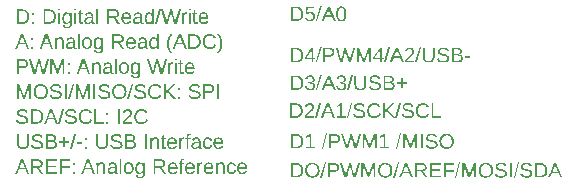
<source format=gbr>
%TF.GenerationSoftware,KiCad,Pcbnew,8.0.8+dfsg-1*%
%TF.CreationDate,2025-02-13T13:44:34+01:00*%
%TF.ProjectId,DigiKitkat,44696769-4b69-4746-9b61-742e6b696361,rev?*%
%TF.SameCoordinates,Original*%
%TF.FileFunction,Other,User*%
%FSLAX46Y46*%
G04 Gerber Fmt 4.6, Leading zero omitted, Abs format (unit mm)*
G04 Created by KiCad (PCBNEW 8.0.8+dfsg-1) date 2025-02-13 13:44:34*
%MOMM*%
%LPD*%
G01*
G04 APERTURE LIST*
%ADD10C,0.254000*%
G04 APERTURE END LIST*
D10*
G36*
X158514674Y-127922667D02*
G01*
X158585513Y-127929966D01*
X158651928Y-127942131D01*
X158713920Y-127959163D01*
X158771488Y-127981061D01*
X158837226Y-128015277D01*
X158896053Y-128057096D01*
X158917648Y-128075953D01*
X158966143Y-128127727D01*
X159006419Y-128185918D01*
X159038476Y-128250525D01*
X159062313Y-128321549D01*
X159075464Y-128382987D01*
X159083355Y-128448532D01*
X159085985Y-128518184D01*
X159083399Y-128587387D01*
X159075642Y-128653280D01*
X159062713Y-128715861D01*
X159044612Y-128775133D01*
X159016959Y-128840098D01*
X159012434Y-128849011D01*
X158977310Y-128907779D01*
X158936295Y-128960214D01*
X158889391Y-129006317D01*
X158836595Y-129046088D01*
X158803782Y-129065972D01*
X158742807Y-129095350D01*
X158677827Y-129117513D01*
X158608842Y-129132460D01*
X158546523Y-129139529D01*
X158492343Y-129141370D01*
X158036263Y-129141370D01*
X158036263Y-129009039D01*
X158201523Y-129009039D01*
X158473263Y-129009039D01*
X158538312Y-129005365D01*
X158599285Y-128994344D01*
X158663004Y-128973163D01*
X158708996Y-128950259D01*
X158762546Y-128912909D01*
X158808598Y-128867330D01*
X158847152Y-128813524D01*
X158865331Y-128780076D01*
X158889162Y-128722046D01*
X158906184Y-128659055D01*
X158916398Y-128591100D01*
X158919749Y-128527570D01*
X158919802Y-128518184D01*
X158916767Y-128449847D01*
X158907661Y-128386785D01*
X158888720Y-128318072D01*
X158861037Y-128256954D01*
X158824612Y-128203432D01*
X158795473Y-128171970D01*
X158745048Y-128131390D01*
X158686790Y-128099207D01*
X158620699Y-128075419D01*
X158559640Y-128062009D01*
X158493141Y-128054430D01*
X158436025Y-128052564D01*
X158201523Y-128052564D01*
X158201523Y-129009039D01*
X158036263Y-129009039D01*
X158036263Y-127920233D01*
X158439411Y-127920233D01*
X158514674Y-127922667D01*
G37*
G36*
X159298637Y-129141370D02*
G01*
X159298637Y-129009039D01*
X159609153Y-129009039D01*
X159609153Y-128069182D01*
X159334028Y-128274757D01*
X159334028Y-128127654D01*
X159622386Y-127920233D01*
X159766104Y-127920233D01*
X159766104Y-129009039D01*
X160062771Y-129009039D01*
X160062771Y-129141370D01*
X159298637Y-129141370D01*
G37*
G36*
X160634563Y-129161065D02*
G01*
X160990317Y-127861146D01*
X161126956Y-127861146D01*
X160774895Y-129161065D01*
X160634563Y-129161065D01*
G37*
G36*
X161844948Y-127922570D02*
G01*
X161913209Y-127931543D01*
X161974937Y-127947245D01*
X162038692Y-127974070D01*
X162093553Y-128010054D01*
X162100665Y-128015942D01*
X162144553Y-128061570D01*
X162177661Y-128114708D01*
X162199990Y-128175357D01*
X162211540Y-128243516D01*
X162213300Y-128285836D01*
X162209329Y-128347985D01*
X162194660Y-128414229D01*
X162169181Y-128473729D01*
X162132894Y-128526484D01*
X162100357Y-128560037D01*
X162047071Y-128599609D01*
X161986040Y-128629460D01*
X161917263Y-128649593D01*
X161852146Y-128659114D01*
X161793534Y-128661594D01*
X161435318Y-128661594D01*
X161435318Y-129141370D01*
X161270058Y-129141370D01*
X161270058Y-128530801D01*
X161435318Y-128530801D01*
X161770145Y-128530801D01*
X161835061Y-128526998D01*
X161904033Y-128511546D01*
X161959481Y-128484208D01*
X162008168Y-128435713D01*
X162037380Y-128370102D01*
X162046846Y-128302351D01*
X162047117Y-128287374D01*
X162040190Y-128219729D01*
X162013589Y-128153689D01*
X161967037Y-128104158D01*
X161900535Y-128071138D01*
X161829877Y-128056233D01*
X161763375Y-128052564D01*
X161435318Y-128052564D01*
X161435318Y-128530801D01*
X161270058Y-128530801D01*
X161270058Y-127920233D01*
X161783071Y-127920233D01*
X161844948Y-127922570D01*
G37*
G36*
X163608004Y-129141370D02*
G01*
X163410432Y-129141370D01*
X163199318Y-128365542D01*
X163182712Y-128301798D01*
X163167849Y-128238354D01*
X163152919Y-128171039D01*
X163138692Y-128104573D01*
X163124047Y-128169867D01*
X163109895Y-128232222D01*
X163100531Y-128272910D01*
X163083977Y-128337503D01*
X163065697Y-128405938D01*
X163047778Y-128472310D01*
X163026251Y-128551579D01*
X163009894Y-128611590D01*
X162991935Y-128677332D01*
X162972371Y-128748806D01*
X162951204Y-128826012D01*
X162928433Y-128908949D01*
X162904059Y-128997618D01*
X162878081Y-129092020D01*
X162864490Y-129141370D01*
X162667225Y-129141370D01*
X162307778Y-127920233D01*
X162480115Y-127920233D01*
X162699231Y-128696061D01*
X162715915Y-128760158D01*
X162732040Y-128825079D01*
X162747606Y-128890825D01*
X162762612Y-128957395D01*
X162770935Y-128995806D01*
X162784616Y-128934497D01*
X162799498Y-128869822D01*
X162813920Y-128808737D01*
X162818944Y-128787769D01*
X162835739Y-128722952D01*
X162854184Y-128654651D01*
X162871824Y-128590254D01*
X162892726Y-128514568D01*
X162916890Y-128427591D01*
X162934811Y-128363335D01*
X162954182Y-128294061D01*
X162975003Y-128219769D01*
X162997274Y-128140460D01*
X163020994Y-128056132D01*
X163046165Y-127966788D01*
X163059293Y-127920233D01*
X163217475Y-127920233D01*
X163429512Y-128680366D01*
X163447010Y-128748184D01*
X163463037Y-128812000D01*
X163477592Y-128871812D01*
X163492714Y-128936533D01*
X163505833Y-128995806D01*
X163513526Y-128965339D01*
X163528588Y-128901327D01*
X163542696Y-128841367D01*
X163551687Y-128803157D01*
X163568370Y-128739344D01*
X163587080Y-128670363D01*
X163605492Y-128603109D01*
X163627659Y-128522552D01*
X163644522Y-128461457D01*
X163663054Y-128394450D01*
X163683255Y-128321531D01*
X163705124Y-128242700D01*
X163728662Y-128157957D01*
X163753868Y-128067301D01*
X163780743Y-127970734D01*
X163794806Y-127920233D01*
X163967144Y-127920233D01*
X163608004Y-129141370D01*
G37*
G36*
X165146734Y-129141370D02*
G01*
X165146734Y-128326458D01*
X165147215Y-128259543D01*
X165148658Y-128193897D01*
X165151062Y-128129520D01*
X165154428Y-128066413D01*
X165136380Y-128131046D01*
X165116728Y-128197014D01*
X165095860Y-128261158D01*
X165078415Y-128309224D01*
X164763283Y-129141370D01*
X164647263Y-129141370D01*
X164328130Y-128309224D01*
X164279506Y-128161814D01*
X164250886Y-128066413D01*
X164253348Y-128162737D01*
X164257041Y-128326458D01*
X164257041Y-129141370D01*
X164109938Y-129141370D01*
X164109938Y-127920233D01*
X164326899Y-127920233D01*
X164651571Y-128767150D01*
X164670570Y-128826959D01*
X164684808Y-128876708D01*
X164700604Y-128937175D01*
X164706042Y-128961338D01*
X164721694Y-128900321D01*
X164734970Y-128856089D01*
X164754518Y-128795736D01*
X164765129Y-128767150D01*
X165083646Y-127920233D01*
X165295683Y-127920233D01*
X165295683Y-129141370D01*
X165146734Y-129141370D01*
G37*
G36*
X165568039Y-129141370D02*
G01*
X165568039Y-129009039D01*
X165878554Y-129009039D01*
X165878554Y-128069182D01*
X165603429Y-128274757D01*
X165603429Y-128127654D01*
X165891787Y-127920233D01*
X166035505Y-127920233D01*
X166035505Y-129009039D01*
X166332172Y-129009039D01*
X166332172Y-129141370D01*
X165568039Y-129141370D01*
G37*
G36*
X166903964Y-129161065D02*
G01*
X167259718Y-127861146D01*
X167396358Y-127861146D01*
X167044296Y-129161065D01*
X166903964Y-129161065D01*
G37*
G36*
X168576256Y-129141370D02*
G01*
X168576256Y-128326458D01*
X168576737Y-128259543D01*
X168578179Y-128193897D01*
X168580583Y-128129520D01*
X168583949Y-128066413D01*
X168565901Y-128131046D01*
X168546249Y-128197014D01*
X168525381Y-128261158D01*
X168507936Y-128309224D01*
X168192804Y-129141370D01*
X168076784Y-129141370D01*
X167757651Y-128309224D01*
X167709027Y-128161814D01*
X167680407Y-128066413D01*
X167682869Y-128162737D01*
X167686562Y-128326458D01*
X167686562Y-129141370D01*
X167539459Y-129141370D01*
X167539459Y-127920233D01*
X167756420Y-127920233D01*
X168081092Y-128767150D01*
X168100091Y-128826959D01*
X168114329Y-128876708D01*
X168130125Y-128937175D01*
X168135563Y-128961338D01*
X168151215Y-128900321D01*
X168164492Y-128856089D01*
X168184039Y-128795736D01*
X168194651Y-128767150D01*
X168513168Y-127920233D01*
X168725205Y-127920233D01*
X168725205Y-129141370D01*
X168576256Y-129141370D01*
G37*
G36*
X169026180Y-129141370D02*
G01*
X169026180Y-127920233D01*
X169191440Y-127920233D01*
X169191440Y-129141370D01*
X169026180Y-129141370D01*
G37*
G36*
X170453506Y-128805619D02*
G01*
X170447189Y-128876138D01*
X170428236Y-128939323D01*
X170396649Y-128995175D01*
X170352426Y-129043694D01*
X170321483Y-129068126D01*
X170268188Y-129099711D01*
X170207319Y-129124761D01*
X170138877Y-129143276D01*
X170076056Y-129153714D01*
X170007977Y-129159613D01*
X169949726Y-129161065D01*
X169869465Y-129158342D01*
X169795787Y-129150170D01*
X169728693Y-129136552D01*
X169668182Y-129117486D01*
X169597742Y-129083590D01*
X169539005Y-129040010D01*
X169491973Y-128986746D01*
X169456645Y-128923798D01*
X169433021Y-128851165D01*
X169593048Y-128819159D01*
X169616430Y-128882145D01*
X169651953Y-128933771D01*
X169699617Y-128974036D01*
X169710607Y-128980726D01*
X169773275Y-129007828D01*
X169840467Y-129023638D01*
X169908777Y-129030865D01*
X169955573Y-129032120D01*
X170022200Y-129029469D01*
X170089727Y-129019948D01*
X170154704Y-129000960D01*
X170202693Y-128976725D01*
X170252278Y-128932533D01*
X170281280Y-128876121D01*
X170289785Y-128814236D01*
X170280130Y-128751002D01*
X170262396Y-128716988D01*
X170217176Y-128673409D01*
X170185767Y-128655131D01*
X170128065Y-128631558D01*
X170068208Y-128614508D01*
X170005601Y-128599437D01*
X169942403Y-128584493D01*
X169916797Y-128578502D01*
X169856845Y-128564500D01*
X169796479Y-128548497D01*
X169733247Y-128528493D01*
X169697067Y-128514491D01*
X169641487Y-128487068D01*
X169590231Y-128452523D01*
X169578892Y-128442786D01*
X169536751Y-128393937D01*
X169512727Y-128350155D01*
X169494957Y-128289244D01*
X169489954Y-128228287D01*
X169495682Y-128162933D01*
X169516258Y-128096681D01*
X169551798Y-128039430D01*
X169602302Y-127991181D01*
X169609667Y-127985783D01*
X169667124Y-127952567D01*
X169734477Y-127927510D01*
X169800085Y-127912525D01*
X169872963Y-127903535D01*
X169939248Y-127900621D01*
X169953111Y-127900538D01*
X170015637Y-127902093D01*
X170084361Y-127908065D01*
X170146203Y-127918516D01*
X170209656Y-127936371D01*
X170270705Y-127964241D01*
X170321656Y-128001555D01*
X170364337Y-128050102D01*
X170398747Y-128109882D01*
X170422071Y-128171403D01*
X170424886Y-128180894D01*
X170262088Y-128209515D01*
X170237936Y-128149159D01*
X170198482Y-128097667D01*
X170159917Y-128068875D01*
X170101244Y-128043995D01*
X170036040Y-128030339D01*
X169967695Y-128025346D01*
X169951265Y-128025175D01*
X169882484Y-128028233D01*
X169815405Y-128038985D01*
X169753663Y-128060010D01*
X169727841Y-128074106D01*
X169680958Y-128117369D01*
X169655713Y-128174220D01*
X169650905Y-128219670D01*
X169662565Y-128282758D01*
X169680756Y-128313225D01*
X169728409Y-128354939D01*
X169766925Y-128375697D01*
X169824873Y-128396542D01*
X169888952Y-128414391D01*
X169951010Y-128429587D01*
X169991272Y-128438785D01*
X170054434Y-128453521D01*
X170103291Y-128465252D01*
X170164495Y-128482140D01*
X170210079Y-128497565D01*
X170268465Y-128521879D01*
X170305788Y-128541265D01*
X170356999Y-128577257D01*
X170383340Y-128603122D01*
X170418851Y-128653683D01*
X170434734Y-128688983D01*
X170449913Y-128750274D01*
X170453506Y-128805619D01*
G37*
G36*
X171286025Y-127903156D02*
G01*
X171350619Y-127911011D01*
X171411730Y-127924102D01*
X171478622Y-127945993D01*
X171540773Y-127975012D01*
X171597475Y-128010700D01*
X171648021Y-128052867D01*
X171692412Y-128101514D01*
X171730647Y-128156640D01*
X171749732Y-128191050D01*
X171777912Y-128255443D01*
X171796557Y-128314552D01*
X171810117Y-128377274D01*
X171818592Y-128443610D01*
X171821982Y-128513560D01*
X171822053Y-128525570D01*
X171819478Y-128595905D01*
X171811753Y-128662887D01*
X171798878Y-128726515D01*
X171780853Y-128786788D01*
X171753315Y-128852869D01*
X171748809Y-128861936D01*
X171713837Y-128921886D01*
X171672738Y-128975445D01*
X171625514Y-129022613D01*
X171572163Y-129063390D01*
X171538926Y-129083821D01*
X171476776Y-129113919D01*
X171409883Y-129136625D01*
X171348773Y-129150203D01*
X171284179Y-129158350D01*
X171216101Y-129161065D01*
X171147511Y-129158382D01*
X171082534Y-129150333D01*
X171021171Y-129136917D01*
X170954149Y-129114483D01*
X170892044Y-129084744D01*
X170835477Y-129047965D01*
X170785065Y-129004676D01*
X170740809Y-128954879D01*
X170702708Y-128898572D01*
X170683700Y-128863475D01*
X170655761Y-128797763D01*
X170637274Y-128737781D01*
X170623829Y-128674424D01*
X170615427Y-128607691D01*
X170612065Y-128537583D01*
X170611995Y-128525570D01*
X170779717Y-128525570D01*
X170782534Y-128595369D01*
X170790987Y-128660509D01*
X170805074Y-128720991D01*
X170829418Y-128787421D01*
X170861875Y-128847143D01*
X170895122Y-128891788D01*
X170941662Y-128937701D01*
X170994500Y-128974114D01*
X171053634Y-129001029D01*
X171119065Y-129018444D01*
X171190792Y-129026360D01*
X171216101Y-129026888D01*
X171279677Y-129023695D01*
X171349641Y-129011433D01*
X171412703Y-128989975D01*
X171468861Y-128959321D01*
X171518118Y-128919470D01*
X171540157Y-128896096D01*
X171578540Y-128843125D01*
X171608982Y-128782538D01*
X171631482Y-128714333D01*
X171644166Y-128651678D01*
X171651335Y-128583734D01*
X171653100Y-128525570D01*
X171650320Y-128456423D01*
X171641980Y-128392085D01*
X171624634Y-128321226D01*
X171599281Y-128257292D01*
X171565921Y-128200282D01*
X171539234Y-128166122D01*
X171493234Y-128121778D01*
X171440635Y-128086609D01*
X171381436Y-128060614D01*
X171315637Y-128043793D01*
X171243239Y-128036148D01*
X171217639Y-128035638D01*
X171154558Y-128038786D01*
X171084969Y-128050875D01*
X171022044Y-128072030D01*
X170965784Y-128102252D01*
X170916189Y-128141540D01*
X170893891Y-128164584D01*
X170855089Y-128216469D01*
X170824316Y-128275646D01*
X170801571Y-128342116D01*
X170788748Y-128403078D01*
X170781501Y-128469103D01*
X170779717Y-128525570D01*
X170611995Y-128525570D01*
X170614496Y-128454101D01*
X170621997Y-128386642D01*
X170634499Y-128323193D01*
X170652002Y-128263755D01*
X170680914Y-128195097D01*
X170717639Y-128132704D01*
X170762178Y-128076578D01*
X170772023Y-128066105D01*
X170825186Y-128018407D01*
X170884465Y-127978794D01*
X170949859Y-127947265D01*
X171021370Y-127923821D01*
X171082981Y-127910886D01*
X171148507Y-127903125D01*
X171217947Y-127900538D01*
X171286025Y-127903156D01*
G37*
G36*
X158514674Y-130372667D02*
G01*
X158585513Y-130379966D01*
X158651928Y-130392131D01*
X158713920Y-130409163D01*
X158771488Y-130431061D01*
X158837226Y-130465277D01*
X158896053Y-130507096D01*
X158917648Y-130525953D01*
X158966143Y-130577727D01*
X159006419Y-130635918D01*
X159038476Y-130700525D01*
X159062313Y-130771549D01*
X159075464Y-130832987D01*
X159083355Y-130898532D01*
X159085985Y-130968184D01*
X159083399Y-131037387D01*
X159075642Y-131103280D01*
X159062713Y-131165861D01*
X159044612Y-131225133D01*
X159016959Y-131290098D01*
X159012434Y-131299011D01*
X158977310Y-131357779D01*
X158936295Y-131410214D01*
X158889391Y-131456317D01*
X158836595Y-131496088D01*
X158803782Y-131515972D01*
X158742807Y-131545350D01*
X158677827Y-131567513D01*
X158608842Y-131582460D01*
X158546523Y-131589529D01*
X158492343Y-131591370D01*
X158036263Y-131591370D01*
X158036263Y-131459039D01*
X158201523Y-131459039D01*
X158473263Y-131459039D01*
X158538312Y-131455365D01*
X158599285Y-131444344D01*
X158663004Y-131423163D01*
X158708996Y-131400259D01*
X158762546Y-131362909D01*
X158808598Y-131317330D01*
X158847152Y-131263524D01*
X158865331Y-131230076D01*
X158889162Y-131172046D01*
X158906184Y-131109055D01*
X158916398Y-131041100D01*
X158919749Y-130977570D01*
X158919802Y-130968184D01*
X158916767Y-130899847D01*
X158907661Y-130836785D01*
X158888720Y-130768072D01*
X158861037Y-130706954D01*
X158824612Y-130653432D01*
X158795473Y-130621970D01*
X158745048Y-130581390D01*
X158686790Y-130549207D01*
X158620699Y-130525419D01*
X158559640Y-130512009D01*
X158493141Y-130504430D01*
X158436025Y-130502564D01*
X158201523Y-130502564D01*
X158201523Y-131459039D01*
X158036263Y-131459039D01*
X158036263Y-130370233D01*
X158439411Y-130370233D01*
X158514674Y-130372667D01*
G37*
G36*
X159921581Y-130353156D02*
G01*
X159986176Y-130361011D01*
X160047286Y-130374102D01*
X160114178Y-130395993D01*
X160176329Y-130425012D01*
X160233031Y-130460700D01*
X160283577Y-130502867D01*
X160327968Y-130551514D01*
X160366203Y-130606640D01*
X160385288Y-130641050D01*
X160413468Y-130705443D01*
X160432113Y-130764552D01*
X160445673Y-130827274D01*
X160454148Y-130893610D01*
X160457538Y-130963560D01*
X160457609Y-130975570D01*
X160455034Y-131045905D01*
X160447309Y-131112887D01*
X160434434Y-131176515D01*
X160416409Y-131236788D01*
X160388871Y-131302869D01*
X160384365Y-131311936D01*
X160349393Y-131371886D01*
X160308294Y-131425445D01*
X160261070Y-131472613D01*
X160207719Y-131513390D01*
X160174482Y-131533821D01*
X160112332Y-131563919D01*
X160045440Y-131586625D01*
X159984329Y-131600203D01*
X159919735Y-131608350D01*
X159851657Y-131611065D01*
X159783067Y-131608382D01*
X159718090Y-131600333D01*
X159656727Y-131586917D01*
X159589705Y-131564483D01*
X159527600Y-131534744D01*
X159471033Y-131497965D01*
X159420621Y-131454676D01*
X159376365Y-131404879D01*
X159338264Y-131348572D01*
X159319256Y-131313475D01*
X159291317Y-131247763D01*
X159272830Y-131187781D01*
X159259386Y-131124424D01*
X159250983Y-131057691D01*
X159247622Y-130987583D01*
X159247552Y-130975570D01*
X159415273Y-130975570D01*
X159418091Y-131045369D01*
X159426543Y-131110509D01*
X159440631Y-131170991D01*
X159464974Y-131237421D01*
X159497431Y-131297143D01*
X159530678Y-131341788D01*
X159577218Y-131387701D01*
X159630056Y-131424114D01*
X159689190Y-131451029D01*
X159754621Y-131468444D01*
X159826348Y-131476360D01*
X159851657Y-131476888D01*
X159915233Y-131473695D01*
X159985197Y-131461433D01*
X160048259Y-131439975D01*
X160104418Y-131409321D01*
X160153674Y-131369470D01*
X160175713Y-131346096D01*
X160214096Y-131293125D01*
X160244538Y-131232538D01*
X160267038Y-131164333D01*
X160279722Y-131101678D01*
X160286892Y-131033734D01*
X160288656Y-130975570D01*
X160285876Y-130906423D01*
X160277537Y-130842085D01*
X160260190Y-130771226D01*
X160234837Y-130707292D01*
X160201478Y-130650282D01*
X160174790Y-130616122D01*
X160128791Y-130571778D01*
X160076191Y-130536609D01*
X160016992Y-130510614D01*
X159951194Y-130493793D01*
X159878795Y-130486148D01*
X159853196Y-130485638D01*
X159790114Y-130488786D01*
X159720525Y-130500875D01*
X159657600Y-130522030D01*
X159601340Y-130552252D01*
X159551745Y-130591540D01*
X159529447Y-130614584D01*
X159490646Y-130666469D01*
X159459872Y-130725646D01*
X159437127Y-130792116D01*
X159424304Y-130853078D01*
X159417057Y-130919103D01*
X159415273Y-130975570D01*
X159247552Y-130975570D01*
X159250052Y-130904101D01*
X159257553Y-130836642D01*
X159270055Y-130773193D01*
X159287559Y-130713755D01*
X159316470Y-130645097D01*
X159353195Y-130582704D01*
X159397734Y-130526578D01*
X159407579Y-130516105D01*
X159460742Y-130468407D01*
X159520021Y-130428794D01*
X159585415Y-130397265D01*
X159656926Y-130373821D01*
X159718538Y-130360886D01*
X159784063Y-130353125D01*
X159853503Y-130350538D01*
X159921581Y-130353156D01*
G37*
G36*
X160534853Y-131611065D02*
G01*
X160890607Y-130311146D01*
X161027247Y-130311146D01*
X160675185Y-131611065D01*
X160534853Y-131611065D01*
G37*
G36*
X161745238Y-130372570D02*
G01*
X161813500Y-130381543D01*
X161875227Y-130397245D01*
X161938983Y-130424070D01*
X161993844Y-130460054D01*
X162000955Y-130465942D01*
X162044843Y-130511570D01*
X162077952Y-130564708D01*
X162100281Y-130625357D01*
X162111830Y-130693516D01*
X162113590Y-130735836D01*
X162109619Y-130797985D01*
X162094950Y-130864229D01*
X162069472Y-130923729D01*
X162033184Y-130976484D01*
X162000647Y-131010037D01*
X161947362Y-131049609D01*
X161886330Y-131079460D01*
X161817553Y-131099593D01*
X161752436Y-131109114D01*
X161693824Y-131111594D01*
X161335608Y-131111594D01*
X161335608Y-131591370D01*
X161170348Y-131591370D01*
X161170348Y-130980801D01*
X161335608Y-130980801D01*
X161670436Y-130980801D01*
X161735351Y-130976998D01*
X161804323Y-130961546D01*
X161859772Y-130934208D01*
X161908458Y-130885713D01*
X161937670Y-130820102D01*
X161947137Y-130752351D01*
X161947407Y-130737374D01*
X161940480Y-130669729D01*
X161913879Y-130603689D01*
X161867328Y-130554158D01*
X161800826Y-130521138D01*
X161730167Y-130506233D01*
X161663665Y-130502564D01*
X161335608Y-130502564D01*
X161335608Y-130980801D01*
X161170348Y-130980801D01*
X161170348Y-130370233D01*
X161683361Y-130370233D01*
X161745238Y-130372570D01*
G37*
G36*
X163508295Y-131591370D02*
G01*
X163310722Y-131591370D01*
X163099608Y-130815542D01*
X163083003Y-130751798D01*
X163068140Y-130688354D01*
X163053209Y-130621039D01*
X163038982Y-130554573D01*
X163024337Y-130619867D01*
X163010186Y-130682222D01*
X163000822Y-130722910D01*
X162984267Y-130787503D01*
X162965988Y-130855938D01*
X162948068Y-130922310D01*
X162926541Y-131001579D01*
X162910185Y-131061590D01*
X162892225Y-131127332D01*
X162872661Y-131198806D01*
X162851494Y-131276012D01*
X162828723Y-131358949D01*
X162804349Y-131447618D01*
X162778371Y-131542020D01*
X162764780Y-131591370D01*
X162567515Y-131591370D01*
X162208068Y-130370233D01*
X162380406Y-130370233D01*
X162599521Y-131146061D01*
X162616206Y-131210158D01*
X162632331Y-131275079D01*
X162647896Y-131340825D01*
X162662902Y-131407395D01*
X162671226Y-131445806D01*
X162684906Y-131384497D01*
X162699788Y-131319822D01*
X162714210Y-131258737D01*
X162719234Y-131237769D01*
X162736029Y-131172952D01*
X162754475Y-131104651D01*
X162772114Y-131040254D01*
X162793016Y-130964568D01*
X162817180Y-130877591D01*
X162835101Y-130813335D01*
X162854472Y-130744061D01*
X162875293Y-130669769D01*
X162897564Y-130590460D01*
X162921285Y-130506132D01*
X162946455Y-130416788D01*
X162959584Y-130370233D01*
X163117765Y-130370233D01*
X163329802Y-131130366D01*
X163347300Y-131198184D01*
X163363327Y-131262000D01*
X163377883Y-131321812D01*
X163393004Y-131386533D01*
X163406123Y-131445806D01*
X163413817Y-131415339D01*
X163428878Y-131351327D01*
X163442986Y-131291367D01*
X163451977Y-131253157D01*
X163468660Y-131189344D01*
X163487370Y-131120363D01*
X163505782Y-131053109D01*
X163527949Y-130972552D01*
X163544813Y-130911457D01*
X163563345Y-130844450D01*
X163583545Y-130771531D01*
X163605414Y-130692700D01*
X163628952Y-130607957D01*
X163654159Y-130517301D01*
X163681033Y-130420734D01*
X163695097Y-130370233D01*
X163867434Y-130370233D01*
X163508295Y-131591370D01*
G37*
G36*
X165047025Y-131591370D02*
G01*
X165047025Y-130776458D01*
X165047506Y-130709543D01*
X165048948Y-130643897D01*
X165051352Y-130579520D01*
X165054718Y-130516413D01*
X165036670Y-130581046D01*
X165017018Y-130647014D01*
X164996150Y-130711158D01*
X164978705Y-130759224D01*
X164663573Y-131591370D01*
X164547553Y-131591370D01*
X164228420Y-130759224D01*
X164179796Y-130611814D01*
X164151176Y-130516413D01*
X164153638Y-130612737D01*
X164157331Y-130776458D01*
X164157331Y-131591370D01*
X164010228Y-131591370D01*
X164010228Y-130370233D01*
X164227189Y-130370233D01*
X164551861Y-131217150D01*
X164570860Y-131276959D01*
X164585098Y-131326708D01*
X164600894Y-131387175D01*
X164606332Y-131411338D01*
X164621984Y-131350321D01*
X164635261Y-131306089D01*
X164654808Y-131245736D01*
X164665420Y-131217150D01*
X164983937Y-130370233D01*
X165195974Y-130370233D01*
X165195974Y-131591370D01*
X165047025Y-131591370D01*
G37*
G36*
X166091273Y-130353156D02*
G01*
X166155867Y-130361011D01*
X166216978Y-130374102D01*
X166283870Y-130395993D01*
X166346021Y-130425012D01*
X166402722Y-130460700D01*
X166453269Y-130502867D01*
X166497660Y-130551514D01*
X166535895Y-130606640D01*
X166554980Y-130641050D01*
X166583160Y-130705443D01*
X166601805Y-130764552D01*
X166615365Y-130827274D01*
X166623840Y-130893610D01*
X166627230Y-130963560D01*
X166627300Y-130975570D01*
X166624725Y-131045905D01*
X166617000Y-131112887D01*
X166604126Y-131176515D01*
X166586101Y-131236788D01*
X166558563Y-131302869D01*
X166554057Y-131311936D01*
X166519084Y-131371886D01*
X166477986Y-131425445D01*
X166430761Y-131472613D01*
X166377411Y-131513390D01*
X166344174Y-131533821D01*
X166282023Y-131563919D01*
X166215131Y-131586625D01*
X166154021Y-131600203D01*
X166089426Y-131608350D01*
X166021348Y-131611065D01*
X165952758Y-131608382D01*
X165887782Y-131600333D01*
X165826419Y-131586917D01*
X165759396Y-131564483D01*
X165697292Y-131534744D01*
X165640725Y-131497965D01*
X165590313Y-131454676D01*
X165546057Y-131404879D01*
X165507956Y-131348572D01*
X165488948Y-131313475D01*
X165461008Y-131247763D01*
X165442522Y-131187781D01*
X165429077Y-131124424D01*
X165420674Y-131057691D01*
X165417313Y-130987583D01*
X165417243Y-130975570D01*
X165584965Y-130975570D01*
X165587782Y-131045369D01*
X165596235Y-131110509D01*
X165610322Y-131170991D01*
X165634665Y-131237421D01*
X165667123Y-131297143D01*
X165700369Y-131341788D01*
X165746910Y-131387701D01*
X165799747Y-131424114D01*
X165858881Y-131451029D01*
X165924312Y-131468444D01*
X165996040Y-131476360D01*
X166021348Y-131476888D01*
X166084925Y-131473695D01*
X166154889Y-131461433D01*
X166217950Y-131439975D01*
X166274109Y-131409321D01*
X166323365Y-131369470D01*
X166345405Y-131346096D01*
X166383788Y-131293125D01*
X166414230Y-131232538D01*
X166436730Y-131164333D01*
X166449414Y-131101678D01*
X166456583Y-131033734D01*
X166458348Y-130975570D01*
X166455568Y-130906423D01*
X166447228Y-130842085D01*
X166429881Y-130771226D01*
X166404528Y-130707292D01*
X166371169Y-130650282D01*
X166344482Y-130616122D01*
X166298482Y-130571778D01*
X166245883Y-130536609D01*
X166186684Y-130510614D01*
X166120885Y-130493793D01*
X166048487Y-130486148D01*
X166022887Y-130485638D01*
X165959805Y-130488786D01*
X165890216Y-130500875D01*
X165827292Y-130522030D01*
X165771032Y-130552252D01*
X165721437Y-130591540D01*
X165699138Y-130614584D01*
X165660337Y-130666469D01*
X165629564Y-130725646D01*
X165606818Y-130792116D01*
X165593996Y-130853078D01*
X165586749Y-130919103D01*
X165584965Y-130975570D01*
X165417243Y-130975570D01*
X165419744Y-130904101D01*
X165427245Y-130836642D01*
X165439747Y-130773193D01*
X165457250Y-130713755D01*
X165486161Y-130645097D01*
X165522887Y-130582704D01*
X165567426Y-130526578D01*
X165577271Y-130516105D01*
X165630434Y-130468407D01*
X165689713Y-130428794D01*
X165755107Y-130397265D01*
X165826617Y-130373821D01*
X165888229Y-130360886D01*
X165953755Y-130353125D01*
X166023195Y-130350538D01*
X166091273Y-130353156D01*
G37*
G36*
X166704545Y-131611065D02*
G01*
X167060299Y-130311146D01*
X167196938Y-130311146D01*
X166844877Y-131611065D01*
X166704545Y-131611065D01*
G37*
G36*
X168373451Y-131591370D02*
G01*
X168204499Y-131591370D01*
X168065090Y-131227921D01*
X167509608Y-131227921D01*
X167369276Y-131591370D01*
X167197861Y-131591370D01*
X167398517Y-131098976D01*
X167559771Y-131098976D01*
X168015850Y-131098976D01*
X167859208Y-130699829D01*
X167836636Y-130640986D01*
X167815447Y-130579844D01*
X167810891Y-130565960D01*
X167787503Y-130494871D01*
X167779809Y-130518875D01*
X167760522Y-130578049D01*
X167737748Y-130642176D01*
X167715490Y-130701676D01*
X167559771Y-131098976D01*
X167398517Y-131098976D01*
X167695487Y-130370233D01*
X167883519Y-130370233D01*
X168373451Y-131591370D01*
G37*
G36*
X169151403Y-130372510D02*
G01*
X169219896Y-130381252D01*
X169281768Y-130396550D01*
X169345582Y-130422685D01*
X169400384Y-130457744D01*
X169407478Y-130463480D01*
X169451126Y-130507781D01*
X169487882Y-130566993D01*
X169508558Y-130626314D01*
X169518513Y-130692645D01*
X169519497Y-130723218D01*
X169514554Y-130789268D01*
X169499724Y-130849856D01*
X169471224Y-130911487D01*
X169440406Y-130954643D01*
X169391147Y-131001815D01*
X169332344Y-131038081D01*
X169272065Y-131061162D01*
X169221907Y-131072818D01*
X169568121Y-131591370D01*
X169377626Y-131591370D01*
X169060648Y-131091898D01*
X168680889Y-131091898D01*
X168680889Y-131591370D01*
X168515630Y-131591370D01*
X168515630Y-130961106D01*
X168680889Y-130961106D01*
X169079728Y-130961106D01*
X169141412Y-130957220D01*
X169201932Y-130943561D01*
X169258156Y-130916850D01*
X169281917Y-130898941D01*
X169322566Y-130850312D01*
X169346342Y-130789900D01*
X169353314Y-130724757D01*
X169346252Y-130662072D01*
X169322169Y-130604712D01*
X169280994Y-130559497D01*
X169223783Y-130527083D01*
X169158771Y-130509292D01*
X169089675Y-130502787D01*
X169072958Y-130502564D01*
X168680889Y-130502564D01*
X168680889Y-130961106D01*
X168515630Y-130961106D01*
X168515630Y-130370233D01*
X169089268Y-130370233D01*
X169151403Y-130372510D01*
G37*
G36*
X169788467Y-131591370D02*
G01*
X169788467Y-130370233D01*
X170713552Y-130370233D01*
X170713552Y-130505334D01*
X169953727Y-130505334D01*
X169953727Y-130902018D01*
X170661542Y-130902018D01*
X170661542Y-131035273D01*
X169953727Y-131035273D01*
X169953727Y-131456269D01*
X170748942Y-131456269D01*
X170748942Y-131591370D01*
X169788467Y-131591370D01*
G37*
G36*
X171129316Y-130505334D02*
G01*
X171129316Y-130961106D01*
X171809435Y-130961106D01*
X171809435Y-131097745D01*
X171129316Y-131097745D01*
X171129316Y-131591370D01*
X170964057Y-131591370D01*
X170964057Y-130370233D01*
X171830362Y-130370233D01*
X171830362Y-130505334D01*
X171129316Y-130505334D01*
G37*
G36*
X171895604Y-131611065D02*
G01*
X172251358Y-130311146D01*
X172387997Y-130311146D01*
X172035936Y-131611065D01*
X171895604Y-131611065D01*
G37*
G36*
X173567896Y-131591370D02*
G01*
X173567896Y-130776458D01*
X173568376Y-130709543D01*
X173569819Y-130643897D01*
X173572223Y-130579520D01*
X173575589Y-130516413D01*
X173557541Y-130581046D01*
X173537889Y-130647014D01*
X173517021Y-130711158D01*
X173499576Y-130759224D01*
X173184444Y-131591370D01*
X173068424Y-131591370D01*
X172749291Y-130759224D01*
X172700667Y-130611814D01*
X172672047Y-130516413D01*
X172674509Y-130612737D01*
X172678202Y-130776458D01*
X172678202Y-131591370D01*
X172531099Y-131591370D01*
X172531099Y-130370233D01*
X172748060Y-130370233D01*
X173072732Y-131217150D01*
X173091731Y-131276959D01*
X173105969Y-131326708D01*
X173121765Y-131387175D01*
X173127203Y-131411338D01*
X173142855Y-131350321D01*
X173156131Y-131306089D01*
X173175679Y-131245736D01*
X173186291Y-131217150D01*
X173504808Y-130370233D01*
X173716845Y-130370233D01*
X173716845Y-131591370D01*
X173567896Y-131591370D01*
G37*
G36*
X174612144Y-130353156D02*
G01*
X174676738Y-130361011D01*
X174737848Y-130374102D01*
X174804741Y-130395993D01*
X174866891Y-130425012D01*
X174923593Y-130460700D01*
X174974140Y-130502867D01*
X175018531Y-130551514D01*
X175056766Y-130606640D01*
X175075851Y-130641050D01*
X175104030Y-130705443D01*
X175122676Y-130764552D01*
X175136236Y-130827274D01*
X175144711Y-130893610D01*
X175148101Y-130963560D01*
X175148171Y-130975570D01*
X175145596Y-131045905D01*
X175137871Y-131112887D01*
X175124997Y-131176515D01*
X175106972Y-131236788D01*
X175079434Y-131302869D01*
X175074928Y-131311936D01*
X175039955Y-131371886D01*
X174998857Y-131425445D01*
X174951632Y-131472613D01*
X174898281Y-131513390D01*
X174865045Y-131533821D01*
X174802894Y-131563919D01*
X174736002Y-131586625D01*
X174674892Y-131600203D01*
X174610297Y-131608350D01*
X174542219Y-131611065D01*
X174473629Y-131608382D01*
X174408653Y-131600333D01*
X174347290Y-131586917D01*
X174280267Y-131564483D01*
X174218163Y-131534744D01*
X174161596Y-131497965D01*
X174111184Y-131454676D01*
X174066928Y-131404879D01*
X174028827Y-131348572D01*
X174009819Y-131313475D01*
X173981879Y-131247763D01*
X173963393Y-131187781D01*
X173949948Y-131124424D01*
X173941545Y-131057691D01*
X173938184Y-130987583D01*
X173938114Y-130975570D01*
X174105836Y-130975570D01*
X174108653Y-131045369D01*
X174117106Y-131110509D01*
X174131193Y-131170991D01*
X174155536Y-131237421D01*
X174187994Y-131297143D01*
X174221240Y-131341788D01*
X174267781Y-131387701D01*
X174320618Y-131424114D01*
X174379752Y-131451029D01*
X174445183Y-131468444D01*
X174516911Y-131476360D01*
X174542219Y-131476888D01*
X174605796Y-131473695D01*
X174675760Y-131461433D01*
X174738821Y-131439975D01*
X174794980Y-131409321D01*
X174844236Y-131369470D01*
X174866276Y-131346096D01*
X174904659Y-131293125D01*
X174935100Y-131232538D01*
X174957601Y-131164333D01*
X174970285Y-131101678D01*
X174977454Y-131033734D01*
X174979219Y-130975570D01*
X174976439Y-130906423D01*
X174968099Y-130842085D01*
X174950752Y-130771226D01*
X174925399Y-130707292D01*
X174892040Y-130650282D01*
X174865353Y-130616122D01*
X174819353Y-130571778D01*
X174766754Y-130536609D01*
X174707555Y-130510614D01*
X174641756Y-130493793D01*
X174569358Y-130486148D01*
X174543758Y-130485638D01*
X174480676Y-130488786D01*
X174411087Y-130500875D01*
X174348163Y-130522030D01*
X174291903Y-130552252D01*
X174242308Y-130591540D01*
X174220009Y-130614584D01*
X174181208Y-130666469D01*
X174150435Y-130725646D01*
X174127689Y-130792116D01*
X174114867Y-130853078D01*
X174107620Y-130919103D01*
X174105836Y-130975570D01*
X173938114Y-130975570D01*
X173940614Y-130904101D01*
X173948116Y-130836642D01*
X173960618Y-130773193D01*
X173978121Y-130713755D01*
X174007032Y-130645097D01*
X174043757Y-130582704D01*
X174088296Y-130526578D01*
X174098142Y-130516105D01*
X174151305Y-130468407D01*
X174210583Y-130428794D01*
X174275978Y-130397265D01*
X174347488Y-130373821D01*
X174409100Y-130360886D01*
X174474626Y-130353125D01*
X174544066Y-130350538D01*
X174612144Y-130353156D01*
G37*
G36*
X176326531Y-131255619D02*
G01*
X176320213Y-131326138D01*
X176301261Y-131389323D01*
X176269673Y-131445175D01*
X176225450Y-131493694D01*
X176194508Y-131518126D01*
X176141212Y-131549711D01*
X176080343Y-131574761D01*
X176011901Y-131593276D01*
X175949081Y-131603714D01*
X175881001Y-131609613D01*
X175822750Y-131611065D01*
X175742489Y-131608342D01*
X175668811Y-131600170D01*
X175601717Y-131586552D01*
X175541206Y-131567486D01*
X175470766Y-131533590D01*
X175412030Y-131490010D01*
X175364998Y-131436746D01*
X175329669Y-131373798D01*
X175306045Y-131301165D01*
X175466073Y-131269159D01*
X175489454Y-131332145D01*
X175524977Y-131383771D01*
X175572642Y-131424036D01*
X175583632Y-131430726D01*
X175646299Y-131457828D01*
X175713492Y-131473638D01*
X175781802Y-131480865D01*
X175828598Y-131482120D01*
X175895225Y-131479469D01*
X175962751Y-131469948D01*
X176027729Y-131450960D01*
X176075718Y-131426725D01*
X176125302Y-131382533D01*
X176154305Y-131326121D01*
X176162810Y-131264236D01*
X176153154Y-131201002D01*
X176135420Y-131166988D01*
X176090201Y-131123409D01*
X176058792Y-131105131D01*
X176001090Y-131081558D01*
X175941233Y-131064508D01*
X175878626Y-131049437D01*
X175815427Y-131034493D01*
X175789822Y-131028502D01*
X175729869Y-131014500D01*
X175669503Y-130998497D01*
X175606271Y-130978493D01*
X175570091Y-130964491D01*
X175514511Y-130937068D01*
X175463255Y-130902523D01*
X175451917Y-130892786D01*
X175409776Y-130843937D01*
X175385751Y-130800155D01*
X175367982Y-130739244D01*
X175362978Y-130678287D01*
X175368706Y-130612933D01*
X175389282Y-130546681D01*
X175424822Y-130489430D01*
X175475326Y-130441181D01*
X175482691Y-130435783D01*
X175540148Y-130402567D01*
X175607501Y-130377510D01*
X175673109Y-130362525D01*
X175745987Y-130353535D01*
X175812273Y-130350621D01*
X175826136Y-130350538D01*
X175888662Y-130352093D01*
X175957385Y-130358065D01*
X176019228Y-130368516D01*
X176082680Y-130386371D01*
X176143730Y-130414241D01*
X176194681Y-130451555D01*
X176237361Y-130500102D01*
X176271771Y-130559882D01*
X176295095Y-130621403D01*
X176297910Y-130630894D01*
X176135113Y-130659515D01*
X176110960Y-130599159D01*
X176071506Y-130547667D01*
X176032941Y-130518875D01*
X175974268Y-130493995D01*
X175909065Y-130480339D01*
X175840720Y-130475346D01*
X175824289Y-130475175D01*
X175755508Y-130478233D01*
X175688429Y-130488985D01*
X175626687Y-130510010D01*
X175600866Y-130524106D01*
X175553982Y-130567369D01*
X175528738Y-130624220D01*
X175523929Y-130669670D01*
X175535590Y-130732758D01*
X175553780Y-130763225D01*
X175601433Y-130804939D01*
X175639949Y-130825697D01*
X175697897Y-130846542D01*
X175761976Y-130864391D01*
X175824034Y-130879587D01*
X175864296Y-130888785D01*
X175927459Y-130903521D01*
X175976316Y-130915252D01*
X176037520Y-130932140D01*
X176083104Y-130947565D01*
X176141490Y-130971879D01*
X176178813Y-130991265D01*
X176230023Y-131027257D01*
X176256365Y-131053122D01*
X176291876Y-131103683D01*
X176307758Y-131138983D01*
X176322937Y-131200274D01*
X176326531Y-131255619D01*
G37*
G36*
X176564726Y-131591370D02*
G01*
X176564726Y-130370233D01*
X176729986Y-130370233D01*
X176729986Y-131591370D01*
X176564726Y-131591370D01*
G37*
G36*
X176890937Y-131611065D02*
G01*
X177246691Y-130311146D01*
X177383330Y-130311146D01*
X177031269Y-131611065D01*
X176890937Y-131611065D01*
G37*
G36*
X178481984Y-131255619D02*
G01*
X178475666Y-131326138D01*
X178456713Y-131389323D01*
X178425126Y-131445175D01*
X178380903Y-131493694D01*
X178349960Y-131518126D01*
X178296665Y-131549711D01*
X178235796Y-131574761D01*
X178167354Y-131593276D01*
X178104534Y-131603714D01*
X178036454Y-131609613D01*
X177978203Y-131611065D01*
X177897942Y-131608342D01*
X177824264Y-131600170D01*
X177757170Y-131586552D01*
X177696659Y-131567486D01*
X177626219Y-131533590D01*
X177567483Y-131490010D01*
X177520450Y-131436746D01*
X177485122Y-131373798D01*
X177461498Y-131301165D01*
X177621526Y-131269159D01*
X177644907Y-131332145D01*
X177680430Y-131383771D01*
X177728095Y-131424036D01*
X177739085Y-131430726D01*
X177801752Y-131457828D01*
X177868944Y-131473638D01*
X177937254Y-131480865D01*
X177984051Y-131482120D01*
X178050678Y-131479469D01*
X178118204Y-131469948D01*
X178183181Y-131450960D01*
X178231171Y-131426725D01*
X178280755Y-131382533D01*
X178309758Y-131326121D01*
X178318263Y-131264236D01*
X178308607Y-131201002D01*
X178290873Y-131166988D01*
X178245654Y-131123409D01*
X178214245Y-131105131D01*
X178156543Y-131081558D01*
X178096686Y-131064508D01*
X178034078Y-131049437D01*
X177970880Y-131034493D01*
X177945275Y-131028502D01*
X177885322Y-131014500D01*
X177824956Y-130998497D01*
X177761724Y-130978493D01*
X177725544Y-130964491D01*
X177669964Y-130937068D01*
X177618708Y-130902523D01*
X177607369Y-130892786D01*
X177565229Y-130843937D01*
X177541204Y-130800155D01*
X177523435Y-130739244D01*
X177518431Y-130678287D01*
X177524159Y-130612933D01*
X177544735Y-130546681D01*
X177580275Y-130489430D01*
X177630779Y-130441181D01*
X177638144Y-130435783D01*
X177695601Y-130402567D01*
X177762954Y-130377510D01*
X177828562Y-130362525D01*
X177901440Y-130353535D01*
X177967726Y-130350621D01*
X177981589Y-130350538D01*
X178044114Y-130352093D01*
X178112838Y-130358065D01*
X178174681Y-130368516D01*
X178238133Y-130386371D01*
X178299182Y-130414241D01*
X178350134Y-130451555D01*
X178392814Y-130500102D01*
X178427224Y-130559882D01*
X178450548Y-130621403D01*
X178453363Y-130630894D01*
X178290566Y-130659515D01*
X178266413Y-130599159D01*
X178226959Y-130547667D01*
X178188394Y-130518875D01*
X178129721Y-130493995D01*
X178064518Y-130480339D01*
X177996173Y-130475346D01*
X177979742Y-130475175D01*
X177910961Y-130478233D01*
X177843882Y-130488985D01*
X177782140Y-130510010D01*
X177756318Y-130524106D01*
X177709435Y-130567369D01*
X177684191Y-130624220D01*
X177679382Y-130669670D01*
X177691043Y-130732758D01*
X177709233Y-130763225D01*
X177756886Y-130804939D01*
X177795402Y-130825697D01*
X177853350Y-130846542D01*
X177917429Y-130864391D01*
X177979487Y-130879587D01*
X178019749Y-130888785D01*
X178082912Y-130903521D01*
X178131769Y-130915252D01*
X178192973Y-130932140D01*
X178238556Y-130947565D01*
X178296943Y-130971879D01*
X178334265Y-130991265D01*
X178385476Y-131027257D01*
X178411817Y-131053122D01*
X178447328Y-131103683D01*
X178463211Y-131138983D01*
X178478390Y-131200274D01*
X178481984Y-131255619D01*
G37*
G36*
X179180432Y-130372667D02*
G01*
X179251272Y-130379966D01*
X179317687Y-130392131D01*
X179379679Y-130409163D01*
X179437246Y-130431061D01*
X179502985Y-130465277D01*
X179561811Y-130507096D01*
X179583406Y-130525953D01*
X179631902Y-130577727D01*
X179672178Y-130635918D01*
X179704234Y-130700525D01*
X179728071Y-130771549D01*
X179741222Y-130832987D01*
X179749113Y-130898532D01*
X179751743Y-130968184D01*
X179749158Y-131037387D01*
X179741400Y-131103280D01*
X179728471Y-131165861D01*
X179710371Y-131225133D01*
X179682717Y-131290098D01*
X179678192Y-131299011D01*
X179643068Y-131357779D01*
X179602054Y-131410214D01*
X179555149Y-131456317D01*
X179502354Y-131496088D01*
X179469540Y-131515972D01*
X179408566Y-131545350D01*
X179343586Y-131567513D01*
X179274600Y-131582460D01*
X179212282Y-131589529D01*
X179158101Y-131591370D01*
X178702022Y-131591370D01*
X178702022Y-131459039D01*
X178867281Y-131459039D01*
X179139021Y-131459039D01*
X179204071Y-131455365D01*
X179265043Y-131444344D01*
X179328763Y-131423163D01*
X179374755Y-131400259D01*
X179428304Y-131362909D01*
X179474356Y-131317330D01*
X179512910Y-131263524D01*
X179531090Y-131230076D01*
X179554921Y-131172046D01*
X179571943Y-131109055D01*
X179582156Y-131041100D01*
X179585507Y-130977570D01*
X179585561Y-130968184D01*
X179582525Y-130899847D01*
X179573419Y-130836785D01*
X179554478Y-130768072D01*
X179526796Y-130706954D01*
X179490371Y-130653432D01*
X179461231Y-130621970D01*
X179410807Y-130581390D01*
X179352549Y-130549207D01*
X179286458Y-130525419D01*
X179225399Y-130512009D01*
X179158900Y-130504430D01*
X179101784Y-130502564D01*
X178867281Y-130502564D01*
X178867281Y-131459039D01*
X178702022Y-131459039D01*
X178702022Y-130370233D01*
X179105169Y-130370233D01*
X179180432Y-130372667D01*
G37*
G36*
X181008270Y-131591370D02*
G01*
X180839318Y-131591370D01*
X180699909Y-131227921D01*
X180144427Y-131227921D01*
X180004095Y-131591370D01*
X179832681Y-131591370D01*
X180033336Y-131098976D01*
X180194590Y-131098976D01*
X180650669Y-131098976D01*
X180494027Y-130699829D01*
X180471455Y-130640986D01*
X180450266Y-130579844D01*
X180445711Y-130565960D01*
X180422322Y-130494871D01*
X180414628Y-130518875D01*
X180395341Y-130578049D01*
X180372567Y-130642176D01*
X180350309Y-130701676D01*
X180194590Y-131098976D01*
X180033336Y-131098976D01*
X180330306Y-130370233D01*
X180518339Y-130370233D01*
X181008270Y-131591370D01*
G37*
G36*
X158514674Y-122972667D02*
G01*
X158585513Y-122979966D01*
X158651928Y-122992131D01*
X158713920Y-123009163D01*
X158771488Y-123031061D01*
X158837226Y-123065277D01*
X158896053Y-123107096D01*
X158917648Y-123125953D01*
X158966143Y-123177727D01*
X159006419Y-123235918D01*
X159038476Y-123300525D01*
X159062313Y-123371549D01*
X159075464Y-123432987D01*
X159083355Y-123498532D01*
X159085985Y-123568184D01*
X159083399Y-123637387D01*
X159075642Y-123703280D01*
X159062713Y-123765861D01*
X159044612Y-123825133D01*
X159016959Y-123890098D01*
X159012434Y-123899011D01*
X158977310Y-123957779D01*
X158936295Y-124010214D01*
X158889391Y-124056317D01*
X158836595Y-124096088D01*
X158803782Y-124115972D01*
X158742807Y-124145350D01*
X158677827Y-124167513D01*
X158608842Y-124182460D01*
X158546523Y-124189529D01*
X158492343Y-124191370D01*
X158036263Y-124191370D01*
X158036263Y-124059039D01*
X158201523Y-124059039D01*
X158473263Y-124059039D01*
X158538312Y-124055365D01*
X158599285Y-124044344D01*
X158663004Y-124023163D01*
X158708996Y-124000259D01*
X158762546Y-123962909D01*
X158808598Y-123917330D01*
X158847152Y-123863524D01*
X158865331Y-123830076D01*
X158889162Y-123772046D01*
X158906184Y-123709055D01*
X158916398Y-123641100D01*
X158919749Y-123577570D01*
X158919802Y-123568184D01*
X158916767Y-123499847D01*
X158907661Y-123436785D01*
X158888720Y-123368072D01*
X158861037Y-123306954D01*
X158824612Y-123253432D01*
X158795473Y-123221970D01*
X158745048Y-123181390D01*
X158686790Y-123149207D01*
X158620699Y-123125419D01*
X158559640Y-123112009D01*
X158493141Y-123104430D01*
X158436025Y-123102564D01*
X158201523Y-123102564D01*
X158201523Y-124059039D01*
X158036263Y-124059039D01*
X158036263Y-122970233D01*
X158439411Y-122970233D01*
X158514674Y-122972667D01*
G37*
G36*
X160071388Y-123855003D02*
G01*
X160066248Y-123925657D01*
X160050830Y-123988977D01*
X160025133Y-124044964D01*
X159983178Y-124099969D01*
X159963984Y-124118126D01*
X159912622Y-124154340D01*
X159852512Y-124181659D01*
X159783654Y-124200083D01*
X159717672Y-124208796D01*
X159657777Y-124211065D01*
X159590932Y-124208133D01*
X159529346Y-124199337D01*
X159464141Y-124181664D01*
X159406092Y-124156009D01*
X159362033Y-124127666D01*
X159312524Y-124080831D01*
X159274172Y-124024033D01*
X159249764Y-123966161D01*
X159233898Y-123900661D01*
X159230933Y-123880546D01*
X159392192Y-123865774D01*
X159406872Y-123928100D01*
X159437598Y-123988947D01*
X159482628Y-124034583D01*
X159541960Y-124065006D01*
X159602330Y-124078739D01*
X159657777Y-124082120D01*
X159719912Y-124077494D01*
X159779585Y-124061506D01*
X159833841Y-124030728D01*
X159842425Y-124023648D01*
X159883307Y-123971831D01*
X159904206Y-123910342D01*
X159909513Y-123850079D01*
X159900458Y-123786306D01*
X159869927Y-123728596D01*
X159832884Y-123693436D01*
X159778380Y-123663738D01*
X159718019Y-123646414D01*
X159655374Y-123638494D01*
X159611923Y-123637119D01*
X159523600Y-123637119D01*
X159523600Y-123502018D01*
X159608538Y-123502018D01*
X159675998Y-123497588D01*
X159740276Y-123482273D01*
X159798000Y-123452791D01*
X159807034Y-123446009D01*
X159849979Y-123397899D01*
X159873103Y-123337586D01*
X159877508Y-123290597D01*
X159870707Y-123227977D01*
X159847778Y-123170780D01*
X159819959Y-123135493D01*
X159768965Y-123100799D01*
X159708457Y-123083063D01*
X159649160Y-123078560D01*
X159582937Y-123084815D01*
X159521311Y-123105905D01*
X159482362Y-123131492D01*
X159439589Y-123181462D01*
X159415613Y-123240391D01*
X159408503Y-123280441D01*
X159251860Y-123268439D01*
X159263685Y-123206022D01*
X159287694Y-123142405D01*
X159322897Y-123087020D01*
X159369295Y-123039868D01*
X159375882Y-123034552D01*
X159433238Y-122997796D01*
X159498211Y-122971541D01*
X159561310Y-122957183D01*
X159630241Y-122950866D01*
X159651007Y-122950538D01*
X159716910Y-122953545D01*
X159786522Y-122964657D01*
X159848301Y-122983957D01*
X159909311Y-123016039D01*
X159935979Y-123036091D01*
X159980545Y-123083080D01*
X160012377Y-123138494D01*
X160031477Y-123202332D01*
X160037744Y-123265101D01*
X160037843Y-123274594D01*
X160032658Y-123336943D01*
X160014734Y-123398167D01*
X159980231Y-123455726D01*
X159972293Y-123465089D01*
X159925717Y-123506268D01*
X159867540Y-123538251D01*
X159805262Y-123559172D01*
X159782414Y-123564491D01*
X159782414Y-123567876D01*
X159846945Y-123579186D01*
X159910483Y-123601289D01*
X159964430Y-123633325D01*
X159995067Y-123660200D01*
X160035314Y-123712547D01*
X160060655Y-123772647D01*
X160071089Y-123840502D01*
X160071388Y-123855003D01*
G37*
G36*
X160144631Y-124211065D02*
G01*
X160500385Y-122911146D01*
X160637025Y-122911146D01*
X160284963Y-124211065D01*
X160144631Y-124211065D01*
G37*
G36*
X161813538Y-124191370D02*
G01*
X161644585Y-124191370D01*
X161505176Y-123827921D01*
X160949695Y-123827921D01*
X160809362Y-124191370D01*
X160637948Y-124191370D01*
X160838603Y-123698976D01*
X160999857Y-123698976D01*
X161455937Y-123698976D01*
X161299294Y-123299829D01*
X161276723Y-123240986D01*
X161255534Y-123179844D01*
X161250978Y-123165960D01*
X161227589Y-123094871D01*
X161219896Y-123118875D01*
X161200609Y-123178049D01*
X161177834Y-123242176D01*
X161155577Y-123301676D01*
X160999857Y-123698976D01*
X160838603Y-123698976D01*
X161135573Y-122970233D01*
X161323606Y-122970233D01*
X161813538Y-124191370D01*
G37*
G36*
X162718003Y-123855003D02*
G01*
X162712864Y-123925657D01*
X162697445Y-123988977D01*
X162671748Y-124044964D01*
X162629794Y-124099969D01*
X162610600Y-124118126D01*
X162559237Y-124154340D01*
X162499127Y-124181659D01*
X162430270Y-124200083D01*
X162364287Y-124208796D01*
X162304392Y-124211065D01*
X162237548Y-124208133D01*
X162175961Y-124199337D01*
X162110756Y-124181664D01*
X162052708Y-124156009D01*
X162008649Y-124127666D01*
X161959140Y-124080831D01*
X161920787Y-124024033D01*
X161896380Y-123966161D01*
X161880513Y-123900661D01*
X161877549Y-123880546D01*
X162038808Y-123865774D01*
X162053487Y-123928100D01*
X162084214Y-123988947D01*
X162129243Y-124034583D01*
X162188576Y-124065006D01*
X162248945Y-124078739D01*
X162304392Y-124082120D01*
X162366527Y-124077494D01*
X162426201Y-124061506D01*
X162480457Y-124030728D01*
X162489040Y-124023648D01*
X162529922Y-123971831D01*
X162550822Y-123910342D01*
X162556129Y-123850079D01*
X162547074Y-123786306D01*
X162516542Y-123728596D01*
X162479500Y-123693436D01*
X162424995Y-123663738D01*
X162364635Y-123646414D01*
X162301989Y-123638494D01*
X162258538Y-123637119D01*
X162170215Y-123637119D01*
X162170215Y-123502018D01*
X162255153Y-123502018D01*
X162322613Y-123497588D01*
X162386892Y-123482273D01*
X162444615Y-123452791D01*
X162453649Y-123446009D01*
X162496594Y-123397899D01*
X162519718Y-123337586D01*
X162524123Y-123290597D01*
X162517323Y-123227977D01*
X162494393Y-123170780D01*
X162466575Y-123135493D01*
X162415580Y-123100799D01*
X162355073Y-123083063D01*
X162295776Y-123078560D01*
X162229552Y-123084815D01*
X162167926Y-123105905D01*
X162128977Y-123131492D01*
X162086204Y-123181462D01*
X162062229Y-123240391D01*
X162055118Y-123280441D01*
X161898475Y-123268439D01*
X161910301Y-123206022D01*
X161934310Y-123142405D01*
X161969513Y-123087020D01*
X162015910Y-123039868D01*
X162022497Y-123034552D01*
X162079853Y-122997796D01*
X162144826Y-122971541D01*
X162207926Y-122957183D01*
X162276856Y-122950866D01*
X162297622Y-122950538D01*
X162363525Y-122953545D01*
X162433138Y-122964657D01*
X162494916Y-122983957D01*
X162555927Y-123016039D01*
X162582595Y-123036091D01*
X162627160Y-123083080D01*
X162658993Y-123138494D01*
X162678092Y-123202332D01*
X162684359Y-123265101D01*
X162684459Y-123274594D01*
X162679274Y-123336943D01*
X162661350Y-123398167D01*
X162626847Y-123455726D01*
X162618909Y-123465089D01*
X162572332Y-123506268D01*
X162514155Y-123538251D01*
X162451877Y-123559172D01*
X162429030Y-123564491D01*
X162429030Y-123567876D01*
X162493560Y-123579186D01*
X162557098Y-123601289D01*
X162611046Y-123633325D01*
X162641682Y-123660200D01*
X162681929Y-123712547D01*
X162707270Y-123772647D01*
X162717705Y-123840502D01*
X162718003Y-123855003D01*
G37*
G36*
X162791247Y-124211065D02*
G01*
X163147001Y-122911146D01*
X163283640Y-122911146D01*
X162931579Y-124211065D01*
X162791247Y-124211065D01*
G37*
G36*
X163913904Y-124211065D02*
G01*
X163850161Y-124208444D01*
X163781784Y-124199029D01*
X163718176Y-124182766D01*
X163659339Y-124159657D01*
X163652320Y-124156286D01*
X163593450Y-124121578D01*
X163542516Y-124079081D01*
X163499518Y-124028793D01*
X163479059Y-123997490D01*
X163449455Y-123935666D01*
X163431274Y-123875439D01*
X163420748Y-123810250D01*
X163417817Y-123749139D01*
X163417817Y-122970233D01*
X163583385Y-122970233D01*
X163583385Y-123735598D01*
X163587434Y-123804998D01*
X163599584Y-123866711D01*
X163623386Y-123927827D01*
X163657767Y-123978903D01*
X163668015Y-123990104D01*
X163721732Y-124032055D01*
X163779454Y-124057819D01*
X163846562Y-124072735D01*
X163912981Y-124076888D01*
X163981493Y-124072588D01*
X164042966Y-124059688D01*
X164104602Y-124034414D01*
X164157044Y-123997908D01*
X164168718Y-123987026D01*
X164208705Y-123936902D01*
X164237268Y-123876391D01*
X164252888Y-123814925D01*
X164259761Y-123745506D01*
X164260118Y-123724211D01*
X164260118Y-122970233D01*
X164424455Y-122970233D01*
X164424455Y-123733443D01*
X164421450Y-123796515D01*
X164410660Y-123863801D01*
X164392022Y-123925971D01*
X164365537Y-123983024D01*
X164361674Y-123989796D01*
X164322247Y-124046218D01*
X164274591Y-124094656D01*
X164218707Y-124135108D01*
X164184105Y-124154132D01*
X164124287Y-124179040D01*
X164059314Y-124196832D01*
X163998234Y-124206562D01*
X163933208Y-124210843D01*
X163913904Y-124211065D01*
G37*
G36*
X165655131Y-123855619D02*
G01*
X165648813Y-123926138D01*
X165629861Y-123989323D01*
X165598273Y-124045175D01*
X165554051Y-124093694D01*
X165523108Y-124118126D01*
X165469812Y-124149711D01*
X165408944Y-124174761D01*
X165340501Y-124193276D01*
X165277681Y-124203714D01*
X165209601Y-124209613D01*
X165151351Y-124211065D01*
X165071089Y-124208342D01*
X164997411Y-124200170D01*
X164930317Y-124186552D01*
X164869806Y-124167486D01*
X164799366Y-124133590D01*
X164740630Y-124090010D01*
X164693598Y-124036746D01*
X164658269Y-123973798D01*
X164634645Y-123901165D01*
X164794673Y-123869159D01*
X164818054Y-123932145D01*
X164853577Y-123983771D01*
X164901242Y-124024036D01*
X164912232Y-124030726D01*
X164974899Y-124057828D01*
X165042092Y-124073638D01*
X165110402Y-124080865D01*
X165157198Y-124082120D01*
X165223825Y-124079469D01*
X165291351Y-124069948D01*
X165356329Y-124050960D01*
X165404318Y-124026725D01*
X165453902Y-123982533D01*
X165482905Y-123926121D01*
X165491410Y-123864236D01*
X165481754Y-123801002D01*
X165464021Y-123766988D01*
X165418801Y-123723409D01*
X165387392Y-123705131D01*
X165329690Y-123681558D01*
X165269833Y-123664508D01*
X165207226Y-123649437D01*
X165144027Y-123634493D01*
X165118422Y-123628502D01*
X165058470Y-123614500D01*
X164998103Y-123598497D01*
X164934871Y-123578493D01*
X164898691Y-123564491D01*
X164843111Y-123537068D01*
X164791855Y-123502523D01*
X164780517Y-123492786D01*
X164738376Y-123443937D01*
X164714351Y-123400155D01*
X164696582Y-123339244D01*
X164691578Y-123278287D01*
X164697307Y-123212933D01*
X164717882Y-123146681D01*
X164753422Y-123089430D01*
X164803926Y-123041181D01*
X164811291Y-123035783D01*
X164868748Y-123002567D01*
X164936101Y-122977510D01*
X165001709Y-122962525D01*
X165074587Y-122953535D01*
X165140873Y-122950621D01*
X165154736Y-122950538D01*
X165217262Y-122952093D01*
X165285985Y-122958065D01*
X165347828Y-122968516D01*
X165411281Y-122986371D01*
X165472330Y-123014241D01*
X165523281Y-123051555D01*
X165565961Y-123100102D01*
X165600371Y-123159882D01*
X165623695Y-123221403D01*
X165626510Y-123230894D01*
X165463713Y-123259515D01*
X165439560Y-123199159D01*
X165400106Y-123147667D01*
X165361541Y-123118875D01*
X165302869Y-123093995D01*
X165237665Y-123080339D01*
X165169320Y-123075346D01*
X165152889Y-123075175D01*
X165084108Y-123078233D01*
X165017029Y-123088985D01*
X164955288Y-123110010D01*
X164929466Y-123124106D01*
X164882583Y-123167369D01*
X164857338Y-123224220D01*
X164852529Y-123269670D01*
X164864190Y-123332758D01*
X164882381Y-123363225D01*
X164930033Y-123404939D01*
X164968549Y-123425697D01*
X165026497Y-123446542D01*
X165090576Y-123464391D01*
X165152634Y-123479587D01*
X165192896Y-123488785D01*
X165256059Y-123503521D01*
X165304916Y-123515252D01*
X165366120Y-123532140D01*
X165411704Y-123547565D01*
X165470090Y-123571879D01*
X165507413Y-123591265D01*
X165558624Y-123627257D01*
X165584965Y-123653122D01*
X165620476Y-123703683D01*
X165636358Y-123738983D01*
X165651538Y-123800274D01*
X165655131Y-123855619D01*
G37*
G36*
X166395045Y-122972806D02*
G01*
X166464220Y-122980522D01*
X166525849Y-122993384D01*
X166596282Y-123018535D01*
X166653299Y-123052832D01*
X166696901Y-123096274D01*
X166732536Y-123163439D01*
X166745952Y-123227460D01*
X166747629Y-123262900D01*
X166741709Y-123326469D01*
X166721520Y-123388619D01*
X166687003Y-123442624D01*
X166639395Y-123486919D01*
X166585828Y-123517405D01*
X166522464Y-123538574D01*
X166515589Y-123540179D01*
X166584062Y-123552931D01*
X166644226Y-123573646D01*
X166701979Y-123606469D01*
X166739628Y-123638965D01*
X166777711Y-123687852D01*
X166805408Y-123750050D01*
X166817180Y-123813121D01*
X166818411Y-123843309D01*
X166812741Y-123911970D01*
X166795732Y-123973622D01*
X166767385Y-124028265D01*
X166727698Y-124075897D01*
X166699928Y-124099969D01*
X166643645Y-124135583D01*
X166578467Y-124162450D01*
X166515521Y-124178516D01*
X166446040Y-124188156D01*
X166383148Y-124191280D01*
X166370025Y-124191370D01*
X165875169Y-124191370D01*
X165875169Y-124059039D01*
X166040429Y-124059039D01*
X166361408Y-124059039D01*
X166423718Y-124056300D01*
X166485301Y-124046461D01*
X166547836Y-124024102D01*
X166582062Y-124001798D01*
X166624257Y-123950904D01*
X166645827Y-123890262D01*
X166651305Y-123830691D01*
X166643911Y-123767479D01*
X166615522Y-123705766D01*
X166565840Y-123659481D01*
X166508174Y-123632696D01*
X166435721Y-123616625D01*
X166367113Y-123611483D01*
X166348482Y-123611268D01*
X166040429Y-123611268D01*
X166040429Y-124059039D01*
X165875169Y-124059039D01*
X165875169Y-123482323D01*
X166040429Y-123482323D01*
X166318323Y-123482323D01*
X166380296Y-123479265D01*
X166445968Y-123466840D01*
X166503074Y-123442136D01*
X166515896Y-123433391D01*
X166558337Y-123385000D01*
X166578310Y-123325004D01*
X166581446Y-123283211D01*
X166571925Y-123218108D01*
X166540123Y-123165259D01*
X166513742Y-123144418D01*
X166454669Y-123118913D01*
X166392417Y-123106651D01*
X166326266Y-123102605D01*
X166318323Y-123102564D01*
X166040429Y-123102564D01*
X166040429Y-123482323D01*
X165875169Y-123482323D01*
X165875169Y-122970233D01*
X166318323Y-122970233D01*
X166395045Y-122972806D01*
G37*
G36*
X167485912Y-123667894D02*
G01*
X167485912Y-124038420D01*
X167358813Y-124038420D01*
X167358813Y-123667894D01*
X166991672Y-123667894D01*
X166991672Y-123541410D01*
X167358813Y-123541410D01*
X167358813Y-123171192D01*
X167485912Y-123171192D01*
X167485912Y-123541410D01*
X167853053Y-123541410D01*
X167853053Y-123667894D01*
X167485912Y-123667894D01*
G37*
G36*
X158514674Y-120622667D02*
G01*
X158585513Y-120629966D01*
X158651928Y-120642131D01*
X158713920Y-120659163D01*
X158771488Y-120681061D01*
X158837226Y-120715277D01*
X158896053Y-120757096D01*
X158917648Y-120775953D01*
X158966143Y-120827727D01*
X159006419Y-120885918D01*
X159038476Y-120950525D01*
X159062313Y-121021549D01*
X159075464Y-121082987D01*
X159083355Y-121148532D01*
X159085985Y-121218184D01*
X159083399Y-121287387D01*
X159075642Y-121353280D01*
X159062713Y-121415861D01*
X159044612Y-121475133D01*
X159016959Y-121540098D01*
X159012434Y-121549011D01*
X158977310Y-121607779D01*
X158936295Y-121660214D01*
X158889391Y-121706317D01*
X158836595Y-121746088D01*
X158803782Y-121765972D01*
X158742807Y-121795350D01*
X158677827Y-121817513D01*
X158608842Y-121832460D01*
X158546523Y-121839529D01*
X158492343Y-121841370D01*
X158036263Y-121841370D01*
X158036263Y-121709039D01*
X158201523Y-121709039D01*
X158473263Y-121709039D01*
X158538312Y-121705365D01*
X158599285Y-121694344D01*
X158663004Y-121673163D01*
X158708996Y-121650259D01*
X158762546Y-121612909D01*
X158808598Y-121567330D01*
X158847152Y-121513524D01*
X158865331Y-121480076D01*
X158889162Y-121422046D01*
X158906184Y-121359055D01*
X158916398Y-121291100D01*
X158919749Y-121227570D01*
X158919802Y-121218184D01*
X158916767Y-121149847D01*
X158907661Y-121086785D01*
X158888720Y-121018072D01*
X158861037Y-120956954D01*
X158824612Y-120903432D01*
X158795473Y-120871970D01*
X158745048Y-120831390D01*
X158686790Y-120799207D01*
X158620699Y-120775419D01*
X158559640Y-120762009D01*
X158493141Y-120754430D01*
X158436025Y-120752564D01*
X158201523Y-120752564D01*
X158201523Y-121709039D01*
X158036263Y-121709039D01*
X158036263Y-120620233D01*
X158439411Y-120620233D01*
X158514674Y-120622667D01*
G37*
G36*
X159926131Y-121447455D02*
G01*
X160097546Y-121447455D01*
X160097546Y-121570245D01*
X159926131Y-121570245D01*
X159926131Y-121841370D01*
X159779029Y-121841370D01*
X159779029Y-121570245D01*
X159204159Y-121570245D01*
X159204159Y-121448378D01*
X159204781Y-121447455D01*
X159347877Y-121447455D01*
X159779029Y-121447455D01*
X159779029Y-120795956D01*
X159754717Y-120842426D01*
X159723350Y-120896645D01*
X159721173Y-120899975D01*
X159408503Y-121365286D01*
X159361725Y-121429913D01*
X159347877Y-121447455D01*
X159204781Y-121447455D01*
X159762411Y-120620233D01*
X159926131Y-120620233D01*
X159926131Y-121447455D01*
G37*
G36*
X160144631Y-121861065D02*
G01*
X160500385Y-120561146D01*
X160637025Y-120561146D01*
X160284963Y-121861065D01*
X160144631Y-121861065D01*
G37*
G36*
X161355016Y-120622570D02*
G01*
X161423278Y-120631543D01*
X161485005Y-120647245D01*
X161548761Y-120674070D01*
X161603622Y-120710054D01*
X161610733Y-120715942D01*
X161654621Y-120761570D01*
X161687730Y-120814708D01*
X161710059Y-120875357D01*
X161721608Y-120943516D01*
X161723368Y-120985836D01*
X161719397Y-121047985D01*
X161704728Y-121114229D01*
X161679250Y-121173729D01*
X161642962Y-121226484D01*
X161610425Y-121260037D01*
X161557140Y-121299609D01*
X161496108Y-121329460D01*
X161427331Y-121349593D01*
X161362214Y-121359114D01*
X161303603Y-121361594D01*
X160945386Y-121361594D01*
X160945386Y-121841370D01*
X160780127Y-121841370D01*
X160780127Y-121230801D01*
X160945386Y-121230801D01*
X161280214Y-121230801D01*
X161345129Y-121226998D01*
X161414101Y-121211546D01*
X161469550Y-121184208D01*
X161518236Y-121135713D01*
X161547448Y-121070102D01*
X161556915Y-121002351D01*
X161557185Y-120987374D01*
X161550258Y-120919729D01*
X161523657Y-120853689D01*
X161477106Y-120804158D01*
X161410604Y-120771138D01*
X161339945Y-120756233D01*
X161273443Y-120752564D01*
X160945386Y-120752564D01*
X160945386Y-121230801D01*
X160780127Y-121230801D01*
X160780127Y-120620233D01*
X161293139Y-120620233D01*
X161355016Y-120622570D01*
G37*
G36*
X163118073Y-121841370D02*
G01*
X162920500Y-121841370D01*
X162709386Y-121065542D01*
X162692781Y-121001798D01*
X162677918Y-120938354D01*
X162662987Y-120871039D01*
X162648760Y-120804573D01*
X162634115Y-120869867D01*
X162619964Y-120932222D01*
X162610600Y-120972910D01*
X162594045Y-121037503D01*
X162575766Y-121105938D01*
X162557847Y-121172310D01*
X162536319Y-121251579D01*
X162519963Y-121311590D01*
X162502003Y-121377332D01*
X162482439Y-121448806D01*
X162461272Y-121526012D01*
X162438501Y-121608949D01*
X162414127Y-121697618D01*
X162388149Y-121792020D01*
X162374559Y-121841370D01*
X162177293Y-121841370D01*
X161817846Y-120620233D01*
X161990184Y-120620233D01*
X162209299Y-121396061D01*
X162225984Y-121460158D01*
X162242109Y-121525079D01*
X162257674Y-121590825D01*
X162272680Y-121657395D01*
X162281004Y-121695806D01*
X162294684Y-121634497D01*
X162309566Y-121569822D01*
X162323988Y-121508737D01*
X162329012Y-121487769D01*
X162345807Y-121422952D01*
X162364253Y-121354651D01*
X162381892Y-121290254D01*
X162402794Y-121214568D01*
X162426958Y-121127591D01*
X162444879Y-121063335D01*
X162464251Y-120994061D01*
X162485072Y-120919769D01*
X162507342Y-120840460D01*
X162531063Y-120756132D01*
X162556233Y-120666788D01*
X162569362Y-120620233D01*
X162727543Y-120620233D01*
X162939580Y-121380366D01*
X162957078Y-121448184D01*
X162973105Y-121512000D01*
X162987661Y-121571812D01*
X163002782Y-121636533D01*
X163015901Y-121695806D01*
X163023595Y-121665339D01*
X163038656Y-121601327D01*
X163052765Y-121541367D01*
X163061755Y-121503157D01*
X163078438Y-121439344D01*
X163097148Y-121370363D01*
X163115560Y-121303109D01*
X163137727Y-121222552D01*
X163154591Y-121161457D01*
X163173123Y-121094450D01*
X163193323Y-121021531D01*
X163215193Y-120942700D01*
X163238730Y-120857957D01*
X163263937Y-120767301D01*
X163290812Y-120670734D01*
X163304875Y-120620233D01*
X163477212Y-120620233D01*
X163118073Y-121841370D01*
G37*
G36*
X164656803Y-121841370D02*
G01*
X164656803Y-121026458D01*
X164657284Y-120959543D01*
X164658726Y-120893897D01*
X164661130Y-120829520D01*
X164664496Y-120766413D01*
X164646449Y-120831046D01*
X164626796Y-120897014D01*
X164605929Y-120961158D01*
X164588483Y-121009224D01*
X164273351Y-121841370D01*
X164157331Y-121841370D01*
X163838198Y-121009224D01*
X163789575Y-120861814D01*
X163760954Y-120766413D01*
X163763416Y-120862737D01*
X163767109Y-121026458D01*
X163767109Y-121841370D01*
X163620007Y-121841370D01*
X163620007Y-120620233D01*
X163836967Y-120620233D01*
X164161639Y-121467150D01*
X164180638Y-121526959D01*
X164194876Y-121576708D01*
X164210672Y-121637175D01*
X164216111Y-121661338D01*
X164231762Y-121600321D01*
X164245039Y-121556089D01*
X164264586Y-121495736D01*
X164275198Y-121467150D01*
X164593715Y-120620233D01*
X164805752Y-120620233D01*
X164805752Y-121841370D01*
X164656803Y-121841370D01*
G37*
G36*
X165705601Y-121447455D02*
G01*
X165877016Y-121447455D01*
X165877016Y-121570245D01*
X165705601Y-121570245D01*
X165705601Y-121841370D01*
X165558499Y-121841370D01*
X165558499Y-121570245D01*
X164983629Y-121570245D01*
X164983629Y-121448378D01*
X164984251Y-121447455D01*
X165127346Y-121447455D01*
X165558499Y-121447455D01*
X165558499Y-120795956D01*
X165534187Y-120842426D01*
X165502820Y-120896645D01*
X165500642Y-120899975D01*
X165187972Y-121365286D01*
X165141195Y-121429913D01*
X165127346Y-121447455D01*
X164984251Y-121447455D01*
X165541880Y-120620233D01*
X165705601Y-120620233D01*
X165705601Y-121447455D01*
G37*
G36*
X165924101Y-121861065D02*
G01*
X166279855Y-120561146D01*
X166416494Y-120561146D01*
X166064433Y-121861065D01*
X165924101Y-121861065D01*
G37*
G36*
X167593007Y-121841370D02*
G01*
X167424055Y-121841370D01*
X167284646Y-121477921D01*
X166729164Y-121477921D01*
X166588832Y-121841370D01*
X166417418Y-121841370D01*
X166618073Y-121348976D01*
X166779327Y-121348976D01*
X167235406Y-121348976D01*
X167078764Y-120949829D01*
X167056192Y-120890986D01*
X167035003Y-120829844D01*
X167030448Y-120815960D01*
X167007059Y-120744871D01*
X166999365Y-120768875D01*
X166980078Y-120828049D01*
X166957304Y-120892176D01*
X166935046Y-120951676D01*
X166779327Y-121348976D01*
X166618073Y-121348976D01*
X166915043Y-120620233D01*
X167103076Y-120620233D01*
X167593007Y-121841370D01*
G37*
G36*
X167678868Y-121841370D02*
G01*
X167678868Y-121731504D01*
X167708297Y-121670376D01*
X167741572Y-121613936D01*
X167778693Y-121562184D01*
X167786579Y-121552396D01*
X167827025Y-121505206D01*
X167872973Y-121456699D01*
X167920449Y-121411756D01*
X167968506Y-121369510D01*
X168016200Y-121329519D01*
X168059242Y-121295120D01*
X168109040Y-121254729D01*
X168158689Y-121210971D01*
X168183572Y-121187409D01*
X168227977Y-121139343D01*
X168264254Y-121089392D01*
X168273126Y-121074774D01*
X168297645Y-121015931D01*
X168306985Y-120954788D01*
X168307286Y-120940905D01*
X168300304Y-120876854D01*
X168276761Y-120819173D01*
X168248198Y-120784262D01*
X168192872Y-120748197D01*
X168128368Y-120731225D01*
X168084785Y-120728560D01*
X168020556Y-120734960D01*
X167959860Y-120756541D01*
X167920757Y-120782723D01*
X167879961Y-120829491D01*
X167854053Y-120888549D01*
X167845051Y-120934750D01*
X167685639Y-120919978D01*
X167697464Y-120858881D01*
X167721473Y-120796053D01*
X167756676Y-120740688D01*
X167803074Y-120692785D01*
X167809660Y-120687322D01*
X167867017Y-120649354D01*
X167931989Y-120622234D01*
X167995089Y-120607402D01*
X168064020Y-120600877D01*
X168084785Y-120600538D01*
X168150916Y-120603610D01*
X168220493Y-120614962D01*
X168281911Y-120634678D01*
X168342114Y-120667453D01*
X168368219Y-120687938D01*
X168411573Y-120736081D01*
X168442540Y-120793417D01*
X168461120Y-120859948D01*
X168467217Y-120925705D01*
X168467314Y-120935673D01*
X168461070Y-120997758D01*
X168442338Y-121059608D01*
X168434693Y-121077236D01*
X168403207Y-121134297D01*
X168364856Y-121187059D01*
X168338368Y-121217876D01*
X168293111Y-121263455D01*
X168245121Y-121307353D01*
X168195079Y-121350864D01*
X168147095Y-121391273D01*
X168093402Y-121435453D01*
X168046221Y-121475363D01*
X167999166Y-121517826D01*
X167954362Y-121561980D01*
X167934913Y-121582863D01*
X167895459Y-121631333D01*
X167861135Y-121686131D01*
X167850283Y-121709039D01*
X168486394Y-121709039D01*
X168486394Y-121841370D01*
X167678868Y-121841370D01*
G37*
G36*
X168570716Y-121861065D02*
G01*
X168926471Y-120561146D01*
X169063110Y-120561146D01*
X168711048Y-121861065D01*
X168570716Y-121861065D01*
G37*
G36*
X169693374Y-121861065D02*
G01*
X169629631Y-121858444D01*
X169561253Y-121849029D01*
X169497646Y-121832766D01*
X169438809Y-121809657D01*
X169431790Y-121806286D01*
X169372920Y-121771578D01*
X169321986Y-121729081D01*
X169278987Y-121678793D01*
X169258529Y-121647490D01*
X169228925Y-121585666D01*
X169210743Y-121525439D01*
X169200218Y-121460250D01*
X169197287Y-121399139D01*
X169197287Y-120620233D01*
X169362854Y-120620233D01*
X169362854Y-121385598D01*
X169366904Y-121454998D01*
X169379053Y-121516711D01*
X169402855Y-121577827D01*
X169437236Y-121628903D01*
X169447485Y-121640104D01*
X169501202Y-121682055D01*
X169558923Y-121707819D01*
X169626031Y-121722735D01*
X169692450Y-121726888D01*
X169760963Y-121722588D01*
X169822436Y-121709688D01*
X169884072Y-121684414D01*
X169936513Y-121647908D01*
X169948187Y-121637026D01*
X169988175Y-121586902D01*
X170016738Y-121526391D01*
X170032358Y-121464925D01*
X170039231Y-121395506D01*
X170039588Y-121374211D01*
X170039588Y-120620233D01*
X170203924Y-120620233D01*
X170203924Y-121383443D01*
X170200920Y-121446515D01*
X170190130Y-121513801D01*
X170171492Y-121575971D01*
X170145006Y-121633024D01*
X170141144Y-121639796D01*
X170101716Y-121696218D01*
X170054060Y-121744656D01*
X169998176Y-121785108D01*
X169963575Y-121804132D01*
X169903756Y-121829040D01*
X169838784Y-121846832D01*
X169777704Y-121856562D01*
X169712677Y-121860843D01*
X169693374Y-121861065D01*
G37*
G36*
X171434600Y-121505619D02*
G01*
X171428283Y-121576138D01*
X171409330Y-121639323D01*
X171377743Y-121695175D01*
X171333520Y-121743694D01*
X171302577Y-121768126D01*
X171249282Y-121799711D01*
X171188413Y-121824761D01*
X171119971Y-121843276D01*
X171057151Y-121853714D01*
X170989071Y-121859613D01*
X170930820Y-121861065D01*
X170850559Y-121858342D01*
X170776881Y-121850170D01*
X170709787Y-121836552D01*
X170649276Y-121817486D01*
X170578836Y-121783590D01*
X170520100Y-121740010D01*
X170473067Y-121686746D01*
X170437739Y-121623798D01*
X170414115Y-121551165D01*
X170574143Y-121519159D01*
X170597524Y-121582145D01*
X170633047Y-121633771D01*
X170680712Y-121674036D01*
X170691702Y-121680726D01*
X170754369Y-121707828D01*
X170821561Y-121723638D01*
X170889871Y-121730865D01*
X170936667Y-121732120D01*
X171003295Y-121729469D01*
X171070821Y-121719948D01*
X171135798Y-121700960D01*
X171183787Y-121676725D01*
X171233372Y-121632533D01*
X171262374Y-121576121D01*
X171270880Y-121514236D01*
X171261224Y-121451002D01*
X171243490Y-121416988D01*
X171198270Y-121373409D01*
X171166861Y-121355131D01*
X171109160Y-121331558D01*
X171049302Y-121314508D01*
X170986695Y-121299437D01*
X170923497Y-121284493D01*
X170897891Y-121278502D01*
X170837939Y-121264500D01*
X170777573Y-121248497D01*
X170714341Y-121228493D01*
X170678161Y-121214491D01*
X170622581Y-121187068D01*
X170571325Y-121152523D01*
X170559986Y-121142786D01*
X170517846Y-121093937D01*
X170493821Y-121050155D01*
X170476052Y-120989244D01*
X170471048Y-120928287D01*
X170476776Y-120862933D01*
X170497352Y-120796681D01*
X170532892Y-120739430D01*
X170583396Y-120691181D01*
X170590761Y-120685783D01*
X170648218Y-120652567D01*
X170715571Y-120627510D01*
X170781179Y-120612525D01*
X170854057Y-120603535D01*
X170920342Y-120600621D01*
X170934205Y-120600538D01*
X170996731Y-120602093D01*
X171065455Y-120608065D01*
X171127297Y-120618516D01*
X171190750Y-120636371D01*
X171251799Y-120664241D01*
X171302750Y-120701555D01*
X171345431Y-120750102D01*
X171379841Y-120809882D01*
X171403165Y-120871403D01*
X171405980Y-120880894D01*
X171243182Y-120909515D01*
X171219030Y-120849159D01*
X171179576Y-120797667D01*
X171141011Y-120768875D01*
X171082338Y-120743995D01*
X171017135Y-120730339D01*
X170948790Y-120725346D01*
X170932359Y-120725175D01*
X170863578Y-120728233D01*
X170796499Y-120738985D01*
X170734757Y-120760010D01*
X170708935Y-120774106D01*
X170662052Y-120817369D01*
X170636807Y-120874220D01*
X170631999Y-120919670D01*
X170643660Y-120982758D01*
X170661850Y-121013225D01*
X170709503Y-121054939D01*
X170748019Y-121075697D01*
X170805967Y-121096542D01*
X170870046Y-121114391D01*
X170932104Y-121129587D01*
X170972366Y-121138785D01*
X171035528Y-121153521D01*
X171084385Y-121165252D01*
X171145590Y-121182140D01*
X171191173Y-121197565D01*
X171249559Y-121221879D01*
X171286882Y-121241265D01*
X171338093Y-121277257D01*
X171364434Y-121303122D01*
X171399945Y-121353683D01*
X171415828Y-121388983D01*
X171431007Y-121450274D01*
X171434600Y-121505619D01*
G37*
G36*
X172174515Y-120622806D02*
G01*
X172243690Y-120630522D01*
X172305319Y-120643384D01*
X172375752Y-120668535D01*
X172432769Y-120702832D01*
X172476370Y-120746274D01*
X172512006Y-120813439D01*
X172525422Y-120877460D01*
X172527099Y-120912900D01*
X172521178Y-120976469D01*
X172500989Y-121038619D01*
X172466473Y-121092624D01*
X172418865Y-121136919D01*
X172365298Y-121167405D01*
X172301933Y-121188574D01*
X172295058Y-121190179D01*
X172363532Y-121202931D01*
X172423696Y-121223646D01*
X172481449Y-121256469D01*
X172519097Y-121288965D01*
X172557181Y-121337852D01*
X172584878Y-121400050D01*
X172596649Y-121463121D01*
X172597880Y-121493309D01*
X172592211Y-121561970D01*
X172575202Y-121623622D01*
X172546854Y-121678265D01*
X172507167Y-121725897D01*
X172479398Y-121749969D01*
X172423115Y-121785583D01*
X172357937Y-121812450D01*
X172294991Y-121828516D01*
X172225510Y-121838156D01*
X172162617Y-121841280D01*
X172149494Y-121841370D01*
X171654639Y-121841370D01*
X171654639Y-121709039D01*
X171819898Y-121709039D01*
X172140877Y-121709039D01*
X172203188Y-121706300D01*
X172264771Y-121696461D01*
X172327306Y-121674102D01*
X172361531Y-121651798D01*
X172403726Y-121600904D01*
X172425297Y-121540262D01*
X172430774Y-121480691D01*
X172423381Y-121417479D01*
X172394991Y-121355766D01*
X172345310Y-121309481D01*
X172287643Y-121282696D01*
X172215191Y-121266625D01*
X172146583Y-121261483D01*
X172127952Y-121261268D01*
X171819898Y-121261268D01*
X171819898Y-121709039D01*
X171654639Y-121709039D01*
X171654639Y-121132323D01*
X171819898Y-121132323D01*
X172097793Y-121132323D01*
X172159765Y-121129265D01*
X172225438Y-121116840D01*
X172282543Y-121092136D01*
X172295366Y-121083391D01*
X172337807Y-121035000D01*
X172357779Y-120975004D01*
X172360916Y-120933211D01*
X172351395Y-120868108D01*
X172319593Y-120815259D01*
X172293212Y-120794418D01*
X172234139Y-120768913D01*
X172171886Y-120756651D01*
X172105735Y-120752605D01*
X172097793Y-120752564D01*
X171819898Y-120752564D01*
X171819898Y-121132323D01*
X171654639Y-121132323D01*
X171654639Y-120620233D01*
X172097793Y-120620233D01*
X172174515Y-120622806D01*
G37*
G36*
X172763448Y-121448070D02*
G01*
X172763448Y-121309584D01*
X173196138Y-121309584D01*
X173196138Y-121448070D01*
X172763448Y-121448070D01*
G37*
G36*
X158466784Y-125322667D02*
G01*
X158537623Y-125329966D01*
X158604038Y-125342131D01*
X158666030Y-125359163D01*
X158723598Y-125381061D01*
X158789336Y-125415277D01*
X158848163Y-125457096D01*
X158869758Y-125475953D01*
X158918253Y-125527727D01*
X158958529Y-125585918D01*
X158990586Y-125650525D01*
X159014423Y-125721549D01*
X159027574Y-125782987D01*
X159035465Y-125848532D01*
X159038095Y-125918184D01*
X159035509Y-125987387D01*
X159027752Y-126053280D01*
X159014823Y-126115861D01*
X158996722Y-126175133D01*
X158969069Y-126240098D01*
X158964544Y-126249011D01*
X158929420Y-126307779D01*
X158888405Y-126360214D01*
X158841501Y-126406317D01*
X158788705Y-126446088D01*
X158755892Y-126465972D01*
X158694917Y-126495350D01*
X158629937Y-126517513D01*
X158560952Y-126532460D01*
X158498633Y-126539529D01*
X158444453Y-126541370D01*
X157988373Y-126541370D01*
X157988373Y-126409039D01*
X158153633Y-126409039D01*
X158425373Y-126409039D01*
X158490422Y-126405365D01*
X158551395Y-126394344D01*
X158615114Y-126373163D01*
X158661106Y-126350259D01*
X158714656Y-126312909D01*
X158760708Y-126267330D01*
X158799262Y-126213524D01*
X158817441Y-126180076D01*
X158841272Y-126122046D01*
X158858294Y-126059055D01*
X158868508Y-125991100D01*
X158871859Y-125927570D01*
X158871912Y-125918184D01*
X158868877Y-125849847D01*
X158859771Y-125786785D01*
X158840830Y-125718072D01*
X158813147Y-125656954D01*
X158776722Y-125603432D01*
X158747583Y-125571970D01*
X158697158Y-125531390D01*
X158638900Y-125499207D01*
X158572809Y-125475419D01*
X158511750Y-125462009D01*
X158445251Y-125454430D01*
X158388135Y-125452564D01*
X158153633Y-125452564D01*
X158153633Y-126409039D01*
X157988373Y-126409039D01*
X157988373Y-125320233D01*
X158391521Y-125320233D01*
X158466784Y-125322667D01*
G37*
G36*
X159204893Y-126541370D02*
G01*
X159204893Y-126431504D01*
X159234321Y-126370376D01*
X159267596Y-126313936D01*
X159304718Y-126262184D01*
X159312604Y-126252396D01*
X159353050Y-126205206D01*
X159398998Y-126156699D01*
X159446474Y-126111756D01*
X159494531Y-126069510D01*
X159542225Y-126029519D01*
X159585267Y-125995120D01*
X159635064Y-125954729D01*
X159684714Y-125910971D01*
X159709597Y-125887409D01*
X159754002Y-125839343D01*
X159790279Y-125789392D01*
X159799151Y-125774774D01*
X159823670Y-125715931D01*
X159833010Y-125654788D01*
X159833311Y-125640905D01*
X159826329Y-125576854D01*
X159802786Y-125519173D01*
X159774223Y-125484262D01*
X159718897Y-125448197D01*
X159654393Y-125431225D01*
X159610810Y-125428560D01*
X159546581Y-125434960D01*
X159485885Y-125456541D01*
X159446782Y-125482723D01*
X159405986Y-125529491D01*
X159380078Y-125588549D01*
X159371076Y-125634750D01*
X159211664Y-125619978D01*
X159223489Y-125558881D01*
X159247498Y-125496053D01*
X159282701Y-125440688D01*
X159329098Y-125392785D01*
X159335685Y-125387322D01*
X159393041Y-125349354D01*
X159458014Y-125322234D01*
X159521114Y-125307402D01*
X159590045Y-125300877D01*
X159610810Y-125300538D01*
X159676941Y-125303610D01*
X159746517Y-125314962D01*
X159807936Y-125334678D01*
X159868139Y-125367453D01*
X159894244Y-125387938D01*
X159937598Y-125436081D01*
X159968565Y-125493417D01*
X159987145Y-125559948D01*
X159993242Y-125625705D01*
X159993338Y-125635673D01*
X159987095Y-125697758D01*
X159968363Y-125759608D01*
X159960717Y-125777236D01*
X159929231Y-125834297D01*
X159890881Y-125887059D01*
X159864393Y-125917876D01*
X159819136Y-125963455D01*
X159771146Y-126007353D01*
X159721103Y-126050864D01*
X159673120Y-126091273D01*
X159619427Y-126135453D01*
X159572246Y-126175363D01*
X159525190Y-126217826D01*
X159480387Y-126261980D01*
X159460938Y-126282863D01*
X159421484Y-126331333D01*
X159387159Y-126386131D01*
X159376308Y-126409039D01*
X160012419Y-126409039D01*
X160012419Y-126541370D01*
X159204893Y-126541370D01*
G37*
G36*
X160096741Y-126561065D02*
G01*
X160452495Y-125261146D01*
X160589135Y-125261146D01*
X160237073Y-126561065D01*
X160096741Y-126561065D01*
G37*
G36*
X161765648Y-126541370D02*
G01*
X161596695Y-126541370D01*
X161457286Y-126177921D01*
X160901805Y-126177921D01*
X160761472Y-126541370D01*
X160590058Y-126541370D01*
X160790713Y-126048976D01*
X160951967Y-126048976D01*
X161408047Y-126048976D01*
X161251404Y-125649829D01*
X161228833Y-125590986D01*
X161207644Y-125529844D01*
X161203088Y-125515960D01*
X161179699Y-125444871D01*
X161172006Y-125468875D01*
X161152719Y-125528049D01*
X161129944Y-125592176D01*
X161107687Y-125651676D01*
X160951967Y-126048976D01*
X160790713Y-126048976D01*
X161087683Y-125320233D01*
X161275716Y-125320233D01*
X161765648Y-126541370D01*
G37*
G36*
X161897363Y-126541370D02*
G01*
X161897363Y-126409039D01*
X162207879Y-126409039D01*
X162207879Y-125469182D01*
X161932754Y-125674757D01*
X161932754Y-125527654D01*
X162221112Y-125320233D01*
X162364829Y-125320233D01*
X162364829Y-126409039D01*
X162661496Y-126409039D01*
X162661496Y-126541370D01*
X161897363Y-126541370D01*
G37*
G36*
X162743357Y-126561065D02*
G01*
X163099111Y-125261146D01*
X163235750Y-125261146D01*
X162883689Y-126561065D01*
X162743357Y-126561065D01*
G37*
G36*
X164334403Y-126205619D02*
G01*
X164328086Y-126276138D01*
X164309133Y-126339323D01*
X164277546Y-126395175D01*
X164233323Y-126443694D01*
X164202380Y-126468126D01*
X164149085Y-126499711D01*
X164088216Y-126524761D01*
X164019774Y-126543276D01*
X163956954Y-126553714D01*
X163888874Y-126559613D01*
X163830623Y-126561065D01*
X163750362Y-126558342D01*
X163676684Y-126550170D01*
X163609590Y-126536552D01*
X163549079Y-126517486D01*
X163478639Y-126483590D01*
X163419902Y-126440010D01*
X163372870Y-126386746D01*
X163337542Y-126323798D01*
X163313918Y-126251165D01*
X163473946Y-126219159D01*
X163497327Y-126282145D01*
X163532850Y-126333771D01*
X163580515Y-126374036D01*
X163591505Y-126380726D01*
X163654172Y-126407828D01*
X163721364Y-126423638D01*
X163789674Y-126430865D01*
X163836470Y-126432120D01*
X163903098Y-126429469D01*
X163970624Y-126419948D01*
X164035601Y-126400960D01*
X164083590Y-126376725D01*
X164133175Y-126332533D01*
X164162177Y-126276121D01*
X164170682Y-126214236D01*
X164161027Y-126151002D01*
X164143293Y-126116988D01*
X164098073Y-126073409D01*
X164066664Y-126055131D01*
X164008963Y-126031558D01*
X163949105Y-126014508D01*
X163886498Y-125999437D01*
X163823300Y-125984493D01*
X163797694Y-125978502D01*
X163737742Y-125964500D01*
X163677376Y-125948497D01*
X163614144Y-125928493D01*
X163577964Y-125914491D01*
X163522384Y-125887068D01*
X163471128Y-125852523D01*
X163459789Y-125842786D01*
X163417648Y-125793937D01*
X163393624Y-125750155D01*
X163375855Y-125689244D01*
X163370851Y-125628287D01*
X163376579Y-125562933D01*
X163397155Y-125496681D01*
X163432695Y-125439430D01*
X163483199Y-125391181D01*
X163490564Y-125385783D01*
X163548021Y-125352567D01*
X163615374Y-125327510D01*
X163680982Y-125312525D01*
X163753860Y-125303535D01*
X163820145Y-125300621D01*
X163834008Y-125300538D01*
X163896534Y-125302093D01*
X163965258Y-125308065D01*
X164027100Y-125318516D01*
X164090553Y-125336371D01*
X164151602Y-125364241D01*
X164202553Y-125401555D01*
X164245234Y-125450102D01*
X164279644Y-125509882D01*
X164302968Y-125571403D01*
X164305783Y-125580894D01*
X164142985Y-125609515D01*
X164118833Y-125549159D01*
X164079379Y-125497667D01*
X164040814Y-125468875D01*
X163982141Y-125443995D01*
X163916938Y-125430339D01*
X163848593Y-125425346D01*
X163832162Y-125425175D01*
X163763381Y-125428233D01*
X163696302Y-125438985D01*
X163634560Y-125460010D01*
X163608738Y-125474106D01*
X163561855Y-125517369D01*
X163536610Y-125574220D01*
X163531802Y-125619670D01*
X163543463Y-125682758D01*
X163561653Y-125713225D01*
X163609306Y-125754939D01*
X163647822Y-125775697D01*
X163705770Y-125796542D01*
X163769849Y-125814391D01*
X163831907Y-125829587D01*
X163872169Y-125838785D01*
X163935331Y-125853521D01*
X163984188Y-125865252D01*
X164045393Y-125882140D01*
X164090976Y-125897565D01*
X164149362Y-125921879D01*
X164186685Y-125941265D01*
X164237896Y-125977257D01*
X164264237Y-126003122D01*
X164299748Y-126053683D01*
X164315631Y-126088983D01*
X164330810Y-126150274D01*
X164334403Y-126205619D01*
G37*
G36*
X165094536Y-125435638D02*
G01*
X165021654Y-125440247D01*
X164955113Y-125454074D01*
X164894911Y-125477119D01*
X164841049Y-125509382D01*
X164793528Y-125550863D01*
X164779096Y-125566738D01*
X164740923Y-125619204D01*
X164710647Y-125678507D01*
X164688269Y-125744649D01*
X164675654Y-125804990D01*
X164668524Y-125870079D01*
X164666769Y-125925570D01*
X164669632Y-125993818D01*
X164678219Y-126057768D01*
X164696082Y-126128836D01*
X164722189Y-126193715D01*
X164756539Y-126252406D01*
X164784020Y-126288095D01*
X164830900Y-126334635D01*
X164883600Y-126371547D01*
X164942121Y-126398829D01*
X165006463Y-126416482D01*
X165076625Y-126424507D01*
X165101306Y-126425042D01*
X165163404Y-126421012D01*
X165235427Y-126404642D01*
X165301228Y-126375680D01*
X165360809Y-126334125D01*
X165414169Y-126279978D01*
X165452377Y-126227594D01*
X165486604Y-126167150D01*
X165621397Y-126235470D01*
X165590981Y-126292566D01*
X165556280Y-126344297D01*
X165510381Y-126397866D01*
X165458650Y-126444131D01*
X165409668Y-126477974D01*
X165348052Y-126510350D01*
X165282224Y-126534775D01*
X165212184Y-126551247D01*
X165148798Y-126559037D01*
X165093613Y-126561065D01*
X165026227Y-126558360D01*
X164962325Y-126550246D01*
X164901907Y-126536722D01*
X164835823Y-126514107D01*
X164774480Y-126484129D01*
X164718706Y-126447318D01*
X164669058Y-126404204D01*
X164625536Y-126354787D01*
X164588140Y-126299068D01*
X164569521Y-126264398D01*
X164542061Y-126199273D01*
X164523892Y-126139443D01*
X164510678Y-126075912D01*
X164502420Y-126008682D01*
X164499116Y-125937751D01*
X164499047Y-125925570D01*
X164501509Y-125854312D01*
X164508895Y-125787026D01*
X164521205Y-125723712D01*
X164538439Y-125664370D01*
X164566905Y-125595778D01*
X164603066Y-125533392D01*
X164646919Y-125477212D01*
X164656613Y-125466721D01*
X164708806Y-125418846D01*
X164766903Y-125379085D01*
X164830906Y-125347439D01*
X164900815Y-125323907D01*
X164960993Y-125310924D01*
X165024952Y-125303134D01*
X165092689Y-125300538D01*
X165163479Y-125303221D01*
X165229747Y-125311270D01*
X165291492Y-125324686D01*
X165357812Y-125347120D01*
X165417977Y-125376859D01*
X165471885Y-125413769D01*
X165519167Y-125457718D01*
X165559821Y-125508706D01*
X165593849Y-125566733D01*
X165610318Y-125603052D01*
X165453676Y-125655061D01*
X165425721Y-125598985D01*
X165385125Y-125546043D01*
X165334492Y-125502959D01*
X165317344Y-125491956D01*
X165261771Y-125464732D01*
X165200648Y-125446418D01*
X165133975Y-125437013D01*
X165094536Y-125435638D01*
G37*
G36*
X166639113Y-126541370D02*
G01*
X166151951Y-125952036D01*
X165992539Y-126073288D01*
X165992539Y-126541370D01*
X165827279Y-126541370D01*
X165827279Y-125320233D01*
X165992539Y-125320233D01*
X165992539Y-125932032D01*
X166580026Y-125320233D01*
X166774829Y-125320233D01*
X166255662Y-125850788D01*
X166844072Y-126541370D01*
X166639113Y-126541370D01*
G37*
G36*
X166857305Y-126561065D02*
G01*
X167213059Y-125261146D01*
X167349699Y-125261146D01*
X166997637Y-126561065D01*
X166857305Y-126561065D01*
G37*
G36*
X168448352Y-126205619D02*
G01*
X168442034Y-126276138D01*
X168423082Y-126339323D01*
X168391494Y-126395175D01*
X168347272Y-126443694D01*
X168316329Y-126468126D01*
X168263033Y-126499711D01*
X168202165Y-126524761D01*
X168133722Y-126543276D01*
X168070902Y-126553714D01*
X168002822Y-126559613D01*
X167944572Y-126561065D01*
X167864310Y-126558342D01*
X167790632Y-126550170D01*
X167723538Y-126536552D01*
X167663027Y-126517486D01*
X167592587Y-126483590D01*
X167533851Y-126440010D01*
X167486819Y-126386746D01*
X167451490Y-126323798D01*
X167427866Y-126251165D01*
X167587894Y-126219159D01*
X167611275Y-126282145D01*
X167646798Y-126333771D01*
X167694463Y-126374036D01*
X167705453Y-126380726D01*
X167768120Y-126407828D01*
X167835313Y-126423638D01*
X167903623Y-126430865D01*
X167950419Y-126432120D01*
X168017046Y-126429469D01*
X168084572Y-126419948D01*
X168149550Y-126400960D01*
X168197539Y-126376725D01*
X168247123Y-126332533D01*
X168276126Y-126276121D01*
X168284631Y-126214236D01*
X168274975Y-126151002D01*
X168257241Y-126116988D01*
X168212022Y-126073409D01*
X168180613Y-126055131D01*
X168122911Y-126031558D01*
X168063054Y-126014508D01*
X168000447Y-125999437D01*
X167937248Y-125984493D01*
X167911643Y-125978502D01*
X167851691Y-125964500D01*
X167791324Y-125948497D01*
X167728092Y-125928493D01*
X167691912Y-125914491D01*
X167636332Y-125887068D01*
X167585076Y-125852523D01*
X167573738Y-125842786D01*
X167531597Y-125793937D01*
X167507572Y-125750155D01*
X167489803Y-125689244D01*
X167484799Y-125628287D01*
X167490527Y-125562933D01*
X167511103Y-125496681D01*
X167546643Y-125439430D01*
X167597147Y-125391181D01*
X167604512Y-125385783D01*
X167661969Y-125352567D01*
X167729322Y-125327510D01*
X167794930Y-125312525D01*
X167867808Y-125303535D01*
X167934094Y-125300621D01*
X167947957Y-125300538D01*
X168010483Y-125302093D01*
X168079206Y-125308065D01*
X168141049Y-125318516D01*
X168204501Y-125336371D01*
X168265551Y-125364241D01*
X168316502Y-125401555D01*
X168359182Y-125450102D01*
X168393592Y-125509882D01*
X168416916Y-125571403D01*
X168419731Y-125580894D01*
X168256934Y-125609515D01*
X168232781Y-125549159D01*
X168193327Y-125497667D01*
X168154762Y-125468875D01*
X168096090Y-125443995D01*
X168030886Y-125430339D01*
X167962541Y-125425346D01*
X167946110Y-125425175D01*
X167877329Y-125428233D01*
X167810250Y-125438985D01*
X167748508Y-125460010D01*
X167722687Y-125474106D01*
X167675804Y-125517369D01*
X167650559Y-125574220D01*
X167645750Y-125619670D01*
X167657411Y-125682758D01*
X167675602Y-125713225D01*
X167723254Y-125754939D01*
X167761770Y-125775697D01*
X167819718Y-125796542D01*
X167883797Y-125814391D01*
X167945855Y-125829587D01*
X167986117Y-125838785D01*
X168049280Y-125853521D01*
X168098137Y-125865252D01*
X168159341Y-125882140D01*
X168204925Y-125897565D01*
X168263311Y-125921879D01*
X168300634Y-125941265D01*
X168351845Y-125977257D01*
X168378186Y-126003122D01*
X168413697Y-126053683D01*
X168429579Y-126088983D01*
X168444759Y-126150274D01*
X168448352Y-126205619D01*
G37*
G36*
X169208484Y-125435638D02*
G01*
X169135603Y-125440247D01*
X169069061Y-125454074D01*
X169008859Y-125477119D01*
X168954998Y-125509382D01*
X168907476Y-125550863D01*
X168893045Y-125566738D01*
X168854871Y-125619204D01*
X168824595Y-125678507D01*
X168802218Y-125744649D01*
X168789603Y-125804990D01*
X168782472Y-125870079D01*
X168780717Y-125925570D01*
X168783580Y-125993818D01*
X168792168Y-126057768D01*
X168810030Y-126128836D01*
X168836137Y-126193715D01*
X168870488Y-126252406D01*
X168897969Y-126288095D01*
X168944848Y-126334635D01*
X168997548Y-126371547D01*
X169056070Y-126398829D01*
X169120411Y-126416482D01*
X169190574Y-126424507D01*
X169215255Y-126425042D01*
X169277352Y-126421012D01*
X169349375Y-126404642D01*
X169415177Y-126375680D01*
X169474757Y-126334125D01*
X169528117Y-126279978D01*
X169566326Y-126227594D01*
X169600553Y-126167150D01*
X169735345Y-126235470D01*
X169704929Y-126292566D01*
X169670228Y-126344297D01*
X169624329Y-126397866D01*
X169572598Y-126444131D01*
X169523616Y-126477974D01*
X169462000Y-126510350D01*
X169396172Y-126534775D01*
X169326133Y-126551247D01*
X169262746Y-126559037D01*
X169207561Y-126561065D01*
X169140176Y-126558360D01*
X169076274Y-126550246D01*
X169015856Y-126536722D01*
X168949771Y-126514107D01*
X168888428Y-126484129D01*
X168832654Y-126447318D01*
X168783006Y-126404204D01*
X168739484Y-126354787D01*
X168702088Y-126299068D01*
X168683470Y-126264398D01*
X168656010Y-126199273D01*
X168637841Y-126139443D01*
X168624627Y-126075912D01*
X168616368Y-126008682D01*
X168613065Y-125937751D01*
X168612996Y-125925570D01*
X168615458Y-125854312D01*
X168622844Y-125787026D01*
X168635154Y-125723712D01*
X168652387Y-125664370D01*
X168680854Y-125595778D01*
X168717014Y-125533392D01*
X168760868Y-125477212D01*
X168770562Y-125466721D01*
X168822754Y-125418846D01*
X168880851Y-125379085D01*
X168944854Y-125347439D01*
X169014763Y-125323907D01*
X169074942Y-125310924D01*
X169138900Y-125303134D01*
X169206638Y-125300538D01*
X169277428Y-125303221D01*
X169343695Y-125311270D01*
X169405441Y-125324686D01*
X169471761Y-125347120D01*
X169531925Y-125376859D01*
X169585833Y-125413769D01*
X169633115Y-125457718D01*
X169673769Y-125508706D01*
X169707797Y-125566733D01*
X169724267Y-125603052D01*
X169567624Y-125655061D01*
X169539670Y-125598985D01*
X169499074Y-125546043D01*
X169448440Y-125502959D01*
X169431292Y-125491956D01*
X169375720Y-125464732D01*
X169314597Y-125446418D01*
X169247923Y-125437013D01*
X169208484Y-125435638D01*
G37*
G36*
X169941228Y-126541370D02*
G01*
X169941228Y-125320233D01*
X170106487Y-125320233D01*
X170106487Y-126406269D01*
X170722595Y-126406269D01*
X170722595Y-126541370D01*
X169941228Y-126541370D01*
G37*
G36*
X135316394Y-117360957D02*
G01*
X135387233Y-117368256D01*
X135453648Y-117380421D01*
X135515640Y-117397453D01*
X135573208Y-117419351D01*
X135638946Y-117453567D01*
X135697773Y-117495386D01*
X135719368Y-117514243D01*
X135767863Y-117566017D01*
X135808139Y-117624208D01*
X135840196Y-117688815D01*
X135864033Y-117759839D01*
X135877184Y-117821277D01*
X135885075Y-117886822D01*
X135887705Y-117956474D01*
X135885119Y-118025677D01*
X135877362Y-118091570D01*
X135864433Y-118154151D01*
X135846332Y-118213423D01*
X135818679Y-118278388D01*
X135814154Y-118287301D01*
X135779030Y-118346069D01*
X135738015Y-118398504D01*
X135691111Y-118444607D01*
X135638315Y-118484378D01*
X135605502Y-118504262D01*
X135544527Y-118533640D01*
X135479547Y-118555803D01*
X135410562Y-118570750D01*
X135348243Y-118577819D01*
X135294063Y-118579660D01*
X134837983Y-118579660D01*
X134837983Y-118447329D01*
X135003243Y-118447329D01*
X135274983Y-118447329D01*
X135340032Y-118443655D01*
X135401005Y-118432634D01*
X135464724Y-118411453D01*
X135510716Y-118388549D01*
X135564266Y-118351199D01*
X135610318Y-118305620D01*
X135648872Y-118251814D01*
X135667051Y-118218366D01*
X135690882Y-118160336D01*
X135707904Y-118097345D01*
X135718118Y-118029390D01*
X135721469Y-117965860D01*
X135721522Y-117956474D01*
X135718487Y-117888137D01*
X135709381Y-117825075D01*
X135690440Y-117756362D01*
X135662757Y-117695244D01*
X135626332Y-117641722D01*
X135597193Y-117610260D01*
X135546768Y-117569680D01*
X135488510Y-117537497D01*
X135422419Y-117513709D01*
X135361360Y-117500299D01*
X135294861Y-117492720D01*
X135237745Y-117490854D01*
X135003243Y-117490854D01*
X135003243Y-118447329D01*
X134837983Y-118447329D01*
X134837983Y-117358523D01*
X135241131Y-117358523D01*
X135316394Y-117360957D01*
G37*
G36*
X136127131Y-117811526D02*
G01*
X136127131Y-117634264D01*
X136295776Y-117634264D01*
X136295776Y-117811526D01*
X136127131Y-117811526D01*
G37*
G36*
X136127131Y-118579660D02*
G01*
X136127131Y-118402398D01*
X136295776Y-118402398D01*
X136295776Y-118579660D01*
X136127131Y-118579660D01*
G37*
G36*
X137569094Y-117360957D02*
G01*
X137639934Y-117368256D01*
X137706349Y-117380421D01*
X137768341Y-117397453D01*
X137825908Y-117419351D01*
X137891647Y-117453567D01*
X137950473Y-117495386D01*
X137972068Y-117514243D01*
X138020564Y-117566017D01*
X138060840Y-117624208D01*
X138092896Y-117688815D01*
X138116733Y-117759839D01*
X138129884Y-117821277D01*
X138137775Y-117886822D01*
X138140406Y-117956474D01*
X138137820Y-118025677D01*
X138130062Y-118091570D01*
X138117133Y-118154151D01*
X138099033Y-118213423D01*
X138071379Y-118278388D01*
X138066854Y-118287301D01*
X138031730Y-118346069D01*
X137990716Y-118398504D01*
X137943811Y-118444607D01*
X137891016Y-118484378D01*
X137858202Y-118504262D01*
X137797228Y-118533640D01*
X137732248Y-118555803D01*
X137663262Y-118570750D01*
X137600944Y-118577819D01*
X137546764Y-118579660D01*
X137090684Y-118579660D01*
X137090684Y-118447329D01*
X137255944Y-118447329D01*
X137527683Y-118447329D01*
X137592733Y-118443655D01*
X137653705Y-118432634D01*
X137717425Y-118411453D01*
X137763417Y-118388549D01*
X137816966Y-118351199D01*
X137863018Y-118305620D01*
X137901572Y-118251814D01*
X137919752Y-118218366D01*
X137943583Y-118160336D01*
X137960605Y-118097345D01*
X137970818Y-118029390D01*
X137974170Y-117965860D01*
X137974223Y-117956474D01*
X137971187Y-117888137D01*
X137962081Y-117825075D01*
X137943140Y-117756362D01*
X137915458Y-117695244D01*
X137879033Y-117641722D01*
X137849893Y-117610260D01*
X137799469Y-117569680D01*
X137741211Y-117537497D01*
X137675120Y-117513709D01*
X137614061Y-117500299D01*
X137547562Y-117492720D01*
X137490446Y-117490854D01*
X137255944Y-117490854D01*
X137255944Y-118447329D01*
X137090684Y-118447329D01*
X137090684Y-117358523D01*
X137493831Y-117358523D01*
X137569094Y-117360957D01*
G37*
G36*
X138336440Y-117448385D02*
G01*
X138336440Y-117299436D01*
X138492467Y-117299436D01*
X138492467Y-117448385D01*
X138336440Y-117448385D01*
G37*
G36*
X138336440Y-118579660D02*
G01*
X138336440Y-117634264D01*
X138492467Y-117634264D01*
X138492467Y-118579660D01*
X138336440Y-118579660D01*
G37*
G36*
X139100579Y-117620095D02*
G01*
X139164708Y-117638733D01*
X139207976Y-117661345D01*
X139258192Y-117701968D01*
X139298973Y-117753669D01*
X139320919Y-117794292D01*
X139322766Y-117794292D01*
X139324832Y-117730609D01*
X139326151Y-117704430D01*
X139331017Y-117642302D01*
X139332921Y-117634264D01*
X139480947Y-117634264D01*
X139477192Y-117700942D01*
X139475966Y-117770112D01*
X139475715Y-117830298D01*
X139475715Y-118554732D01*
X139472269Y-118626064D01*
X139461932Y-118690380D01*
X139437427Y-118765220D01*
X139400671Y-118827586D01*
X139351662Y-118877479D01*
X139290402Y-118914899D01*
X139216889Y-118939846D01*
X139153714Y-118950370D01*
X139083647Y-118953879D01*
X139019572Y-118950992D01*
X138953627Y-118940625D01*
X138888728Y-118919950D01*
X138839297Y-118893560D01*
X138788897Y-118851095D01*
X138751180Y-118798712D01*
X138726146Y-118736412D01*
X138722661Y-118722761D01*
X138879611Y-118700296D01*
X138904616Y-118757767D01*
X138948239Y-118800313D01*
X139005522Y-118825495D01*
X139067091Y-118834848D01*
X139088263Y-118835396D01*
X139155288Y-118828762D01*
X139220723Y-118803287D01*
X139269798Y-118758704D01*
X139302516Y-118695015D01*
X139317284Y-118627346D01*
X139320919Y-118563657D01*
X139320919Y-118413477D01*
X139319073Y-118413477D01*
X139288322Y-118466893D01*
X139246999Y-118515308D01*
X139197821Y-118552886D01*
X139141872Y-118579342D01*
X139079815Y-118594817D01*
X139018097Y-118599355D01*
X138956684Y-118595233D01*
X138893157Y-118580004D01*
X138831267Y-118548859D01*
X138780801Y-118503058D01*
X138764822Y-118482104D01*
X138733285Y-118424251D01*
X138712418Y-118364443D01*
X138697243Y-118295200D01*
X138688944Y-118230291D01*
X138684596Y-118158830D01*
X138683885Y-118112809D01*
X138683926Y-118110962D01*
X138844836Y-118110962D01*
X138846632Y-118181691D01*
X138852020Y-118244543D01*
X138862846Y-118307916D01*
X138881205Y-118367215D01*
X138895922Y-118397166D01*
X138939625Y-118446751D01*
X139000493Y-118475753D01*
X139063060Y-118484173D01*
X139070722Y-118484258D01*
X139131898Y-118475658D01*
X139190385Y-118447357D01*
X139201206Y-118439327D01*
X139246285Y-118392591D01*
X139279177Y-118335901D01*
X139289529Y-118310690D01*
X139307401Y-118249184D01*
X139317210Y-118186769D01*
X139320797Y-118125303D01*
X139320919Y-118110962D01*
X139318436Y-118046921D01*
X139309853Y-117981873D01*
X139293330Y-117917750D01*
X139289529Y-117906927D01*
X139262625Y-117848243D01*
X139225373Y-117797563D01*
X139201821Y-117775827D01*
X139145422Y-117743356D01*
X139082396Y-117730765D01*
X139073491Y-117730588D01*
X139011313Y-117737697D01*
X138954332Y-117762268D01*
X138906371Y-117809568D01*
X138899307Y-117820450D01*
X138872976Y-117879637D01*
X138856805Y-117947043D01*
X138848241Y-118017446D01*
X138845049Y-118086278D01*
X138844836Y-118110962D01*
X138683926Y-118110962D01*
X138685241Y-118051048D01*
X138690750Y-117979744D01*
X138700496Y-117914991D01*
X138717785Y-117845935D01*
X138741176Y-117786314D01*
X138770669Y-117736128D01*
X138813102Y-117688762D01*
X138864193Y-117653030D01*
X138923943Y-117628932D01*
X138992352Y-117616467D01*
X139035331Y-117614568D01*
X139100579Y-117620095D01*
G37*
G36*
X139708987Y-117448385D02*
G01*
X139708987Y-117299436D01*
X139865014Y-117299436D01*
X139865014Y-117448385D01*
X139708987Y-117448385D01*
G37*
G36*
X139708987Y-118579660D02*
G01*
X139708987Y-117634264D01*
X139865014Y-117634264D01*
X139865014Y-118579660D01*
X139708987Y-118579660D01*
G37*
G36*
X140461426Y-118578736D02*
G01*
X140398305Y-118592086D01*
X140333966Y-118598630D01*
X140303860Y-118599355D01*
X140240376Y-118591771D01*
X140182913Y-118563751D01*
X140143327Y-118515086D01*
X140121619Y-118445774D01*
X140117058Y-118383625D01*
X140117058Y-117747514D01*
X140008731Y-117747514D01*
X140008731Y-117634264D01*
X140123213Y-117634264D01*
X140169067Y-117417611D01*
X140272777Y-117417611D01*
X140272777Y-117634264D01*
X140446038Y-117634264D01*
X140446038Y-117747514D01*
X140272777Y-117747514D01*
X140272777Y-118351004D01*
X140278944Y-118412696D01*
X140294627Y-118447944D01*
X140352169Y-118474668D01*
X140371564Y-118475641D01*
X140433767Y-118468717D01*
X140461426Y-118463332D01*
X140461426Y-118578736D01*
G37*
G36*
X141027442Y-117617489D02*
G01*
X141093333Y-117628281D01*
X141158358Y-117650353D01*
X141212421Y-117682810D01*
X141229868Y-117697660D01*
X141273009Y-117750241D01*
X141299504Y-117806789D01*
X141314843Y-117872570D01*
X141319114Y-117937701D01*
X141319114Y-118351620D01*
X141323653Y-118413938D01*
X141337271Y-118458715D01*
X141388514Y-118493456D01*
X141406514Y-118494722D01*
X141457600Y-118488567D01*
X141457600Y-118585507D01*
X141394365Y-118596312D01*
X141337271Y-118599355D01*
X141274779Y-118591432D01*
X141219202Y-118559926D01*
X141211403Y-118551347D01*
X141181979Y-118494082D01*
X141169248Y-118431035D01*
X141166780Y-118400244D01*
X141161548Y-118400244D01*
X141126432Y-118456336D01*
X141083816Y-118506897D01*
X141032565Y-118548214D01*
X141022754Y-118554117D01*
X140964307Y-118579873D01*
X140904104Y-118594010D01*
X140837169Y-118599311D01*
X140830105Y-118599355D01*
X140763998Y-118594681D01*
X140700064Y-118578250D01*
X140641989Y-118546117D01*
X140618068Y-118524573D01*
X140580742Y-118472424D01*
X140557241Y-118409457D01*
X140547909Y-118343535D01*
X140547351Y-118322076D01*
X140707315Y-118322076D01*
X140716308Y-118386275D01*
X140748245Y-118440558D01*
X140801962Y-118473215D01*
X140865804Y-118482412D01*
X140927329Y-118476916D01*
X140988023Y-118458557D01*
X141018138Y-118443328D01*
X141067725Y-118406548D01*
X141110675Y-118356261D01*
X141123387Y-118335617D01*
X141149684Y-118275072D01*
X141161255Y-118212995D01*
X141161856Y-118194977D01*
X141161856Y-118117425D01*
X140991364Y-118120810D01*
X140927735Y-118123828D01*
X140865186Y-118132368D01*
X140824566Y-118143583D01*
X140769139Y-118174332D01*
X140737474Y-118208210D01*
X140713087Y-118265595D01*
X140707315Y-118322076D01*
X140547351Y-118322076D01*
X140547287Y-118319614D01*
X140553269Y-118250775D01*
X140571214Y-118190438D01*
X140605703Y-118132720D01*
X140642996Y-118095267D01*
X140698179Y-118060742D01*
X140758486Y-118038011D01*
X140819110Y-118024083D01*
X140887978Y-118015284D01*
X140951665Y-118011868D01*
X141161856Y-118008483D01*
X141161856Y-117955243D01*
X141158009Y-117893606D01*
X141142862Y-117832818D01*
X141113232Y-117784752D01*
X141060293Y-117749409D01*
X140997946Y-117734868D01*
X140960898Y-117733050D01*
X140895689Y-117737487D01*
X140835972Y-117754169D01*
X140808563Y-117770595D01*
X140770403Y-117819296D01*
X140752664Y-117880212D01*
X140751323Y-117890308D01*
X140588833Y-117875229D01*
X140603383Y-117814137D01*
X140634582Y-117749226D01*
X140680236Y-117697043D01*
X140740345Y-117657587D01*
X140798841Y-117635187D01*
X140866588Y-117620932D01*
X140943587Y-117614823D01*
X140964283Y-117614568D01*
X141027442Y-117617489D01*
G37*
G36*
X141572389Y-118579660D02*
G01*
X141572389Y-117299436D01*
X141728108Y-117299436D01*
X141728108Y-118579660D01*
X141572389Y-118579660D01*
G37*
G36*
X143115705Y-117360800D02*
G01*
X143184198Y-117369542D01*
X143246070Y-117384840D01*
X143309884Y-117410975D01*
X143364686Y-117446034D01*
X143371780Y-117451770D01*
X143415428Y-117496071D01*
X143452184Y-117555283D01*
X143472860Y-117614604D01*
X143482815Y-117680935D01*
X143483799Y-117711508D01*
X143478856Y-117777558D01*
X143464026Y-117838146D01*
X143435526Y-117899777D01*
X143404708Y-117942933D01*
X143355449Y-117990105D01*
X143296646Y-118026371D01*
X143236367Y-118049452D01*
X143186209Y-118061108D01*
X143532423Y-118579660D01*
X143341928Y-118579660D01*
X143024950Y-118080188D01*
X142645191Y-118080188D01*
X142645191Y-118579660D01*
X142479932Y-118579660D01*
X142479932Y-117949396D01*
X142645191Y-117949396D01*
X143044030Y-117949396D01*
X143105714Y-117945510D01*
X143166234Y-117931851D01*
X143222458Y-117905140D01*
X143246219Y-117887231D01*
X143286868Y-117838602D01*
X143310644Y-117778190D01*
X143317616Y-117713047D01*
X143310554Y-117650362D01*
X143286471Y-117593002D01*
X143245296Y-117547787D01*
X143188085Y-117515373D01*
X143123073Y-117497582D01*
X143053977Y-117491077D01*
X143037260Y-117490854D01*
X142645191Y-117490854D01*
X142645191Y-117949396D01*
X142479932Y-117949396D01*
X142479932Y-117358523D01*
X143053570Y-117358523D01*
X143115705Y-117360800D01*
G37*
G36*
X144175252Y-117619066D02*
G01*
X144241799Y-117632560D01*
X144301087Y-117655051D01*
X144368844Y-117699032D01*
X144423694Y-117759006D01*
X144456363Y-117814483D01*
X144481772Y-117878955D01*
X144499921Y-117952424D01*
X144510811Y-118034889D01*
X144514440Y-118126350D01*
X144514440Y-118147584D01*
X143846016Y-118147584D01*
X143849197Y-118214346D01*
X143860622Y-118282026D01*
X143880356Y-118340512D01*
X143912489Y-118395320D01*
X143960238Y-118441247D01*
X144020008Y-118470164D01*
X144084079Y-118481646D01*
X144107600Y-118482412D01*
X144172445Y-118477757D01*
X144232318Y-118462062D01*
X144269782Y-118443020D01*
X144318473Y-118401493D01*
X144351181Y-118347060D01*
X144352566Y-118343311D01*
X144489205Y-118381471D01*
X144457736Y-118444240D01*
X144415839Y-118496371D01*
X144363513Y-118537863D01*
X144300759Y-118568715D01*
X144227576Y-118588929D01*
X144161521Y-118597440D01*
X144107600Y-118599355D01*
X144045104Y-118596290D01*
X143976496Y-118584519D01*
X143914856Y-118563919D01*
X143860183Y-118534491D01*
X143805204Y-118488999D01*
X143791237Y-118473795D01*
X143754319Y-118422425D01*
X143725038Y-118362487D01*
X143703396Y-118293980D01*
X143691196Y-118230345D01*
X143684300Y-118160760D01*
X143682603Y-118100807D01*
X143685255Y-118030007D01*
X143685477Y-118028179D01*
X143847863Y-118028179D01*
X144353182Y-118028179D01*
X144345156Y-117964086D01*
X144330177Y-117900720D01*
X144305923Y-117842031D01*
X144277784Y-117801062D01*
X144228573Y-117760413D01*
X144166416Y-117736637D01*
X144098676Y-117729665D01*
X144032492Y-117737449D01*
X143975505Y-117760800D01*
X143927714Y-117799719D01*
X143919260Y-117809371D01*
X143883857Y-117864988D01*
X143862170Y-117924961D01*
X143850985Y-117986160D01*
X143847863Y-118028179D01*
X143685477Y-118028179D01*
X143693212Y-117964557D01*
X143709762Y-117893078D01*
X143733950Y-117829303D01*
X143765776Y-117773230D01*
X143791237Y-117740128D01*
X143843212Y-117691204D01*
X143904082Y-117654296D01*
X143963335Y-117632225D01*
X144029123Y-117618982D01*
X144101445Y-117614568D01*
X144175252Y-117619066D01*
G37*
G36*
X145143852Y-117617489D02*
G01*
X145209743Y-117628281D01*
X145274769Y-117650353D01*
X145328831Y-117682810D01*
X145346278Y-117697660D01*
X145389419Y-117750241D01*
X145415914Y-117806789D01*
X145431254Y-117872570D01*
X145435524Y-117937701D01*
X145435524Y-118351620D01*
X145440063Y-118413938D01*
X145453681Y-118458715D01*
X145504925Y-118493456D01*
X145522924Y-118494722D01*
X145574010Y-118488567D01*
X145574010Y-118585507D01*
X145510775Y-118596312D01*
X145453681Y-118599355D01*
X145391190Y-118591432D01*
X145335613Y-118559926D01*
X145327813Y-118551347D01*
X145298389Y-118494082D01*
X145285659Y-118431035D01*
X145283190Y-118400244D01*
X145277958Y-118400244D01*
X145242842Y-118456336D01*
X145200226Y-118506897D01*
X145148975Y-118548214D01*
X145139165Y-118554117D01*
X145080717Y-118579873D01*
X145020514Y-118594010D01*
X144953580Y-118599311D01*
X144946516Y-118599355D01*
X144880408Y-118594681D01*
X144816475Y-118578250D01*
X144758400Y-118546117D01*
X144734479Y-118524573D01*
X144697153Y-118472424D01*
X144673651Y-118409457D01*
X144664319Y-118343535D01*
X144663761Y-118322076D01*
X144823725Y-118322076D01*
X144832719Y-118386275D01*
X144864655Y-118440558D01*
X144918372Y-118473215D01*
X144982214Y-118482412D01*
X145043739Y-118476916D01*
X145104434Y-118458557D01*
X145134549Y-118443328D01*
X145184135Y-118406548D01*
X145227085Y-118356261D01*
X145239798Y-118335617D01*
X145266094Y-118275072D01*
X145277665Y-118212995D01*
X145278266Y-118194977D01*
X145278266Y-118117425D01*
X145107775Y-118120810D01*
X145044146Y-118123828D01*
X144981596Y-118132368D01*
X144940976Y-118143583D01*
X144885550Y-118174332D01*
X144853884Y-118208210D01*
X144829498Y-118265595D01*
X144823725Y-118322076D01*
X144663761Y-118322076D01*
X144663697Y-118319614D01*
X144669679Y-118250775D01*
X144687624Y-118190438D01*
X144722113Y-118132720D01*
X144759406Y-118095267D01*
X144814589Y-118060742D01*
X144874897Y-118038011D01*
X144935520Y-118024083D01*
X145004388Y-118015284D01*
X145068075Y-118011868D01*
X145278266Y-118008483D01*
X145278266Y-117955243D01*
X145274420Y-117893606D01*
X145259272Y-117832818D01*
X145229642Y-117784752D01*
X145176704Y-117749409D01*
X145114356Y-117734868D01*
X145077308Y-117733050D01*
X145012100Y-117737487D01*
X144952382Y-117754169D01*
X144924974Y-117770595D01*
X144886813Y-117819296D01*
X144869074Y-117880212D01*
X144867733Y-117890308D01*
X144705243Y-117875229D01*
X144719794Y-117814137D01*
X144750992Y-117749226D01*
X144796646Y-117697043D01*
X144856756Y-117657587D01*
X144915251Y-117635187D01*
X144982999Y-117620932D01*
X145059998Y-117614823D01*
X145080693Y-117614568D01*
X145143852Y-117617489D01*
G37*
G36*
X146435699Y-118387318D02*
G01*
X146436026Y-118454041D01*
X146437354Y-118519972D01*
X146440930Y-118579660D01*
X146291981Y-118579660D01*
X146286442Y-118515648D01*
X146283665Y-118453220D01*
X146283364Y-118429172D01*
X146279979Y-118429172D01*
X146246838Y-118485725D01*
X146203136Y-118533568D01*
X146165190Y-118559964D01*
X146106838Y-118583968D01*
X146044910Y-118596239D01*
X145988236Y-118599355D01*
X145925052Y-118595103D01*
X145859651Y-118579395D01*
X145803204Y-118552111D01*
X145749656Y-118506757D01*
X145727267Y-118478411D01*
X145694771Y-118419399D01*
X145673270Y-118359324D01*
X145657632Y-118290485D01*
X145649081Y-118226425D01*
X145644601Y-118156279D01*
X145643868Y-118111270D01*
X145644046Y-118106038D01*
X145807281Y-118106038D01*
X145809110Y-118177164D01*
X145814595Y-118240283D01*
X145825617Y-118303803D01*
X145844307Y-118363054D01*
X145859290Y-118392858D01*
X145902683Y-118441917D01*
X145961349Y-118470612D01*
X146027935Y-118479027D01*
X146089696Y-118473199D01*
X146148279Y-118452710D01*
X146199839Y-118412643D01*
X146220276Y-118385780D01*
X146249137Y-118325000D01*
X146266861Y-118257281D01*
X146276248Y-118187456D01*
X146279746Y-118119754D01*
X146279979Y-118095575D01*
X146277880Y-118028056D01*
X146270126Y-117958309D01*
X146254267Y-117890499D01*
X146227506Y-117829387D01*
X146220276Y-117817988D01*
X146176020Y-117771412D01*
X146117879Y-117742086D01*
X146053680Y-117730441D01*
X146029782Y-117729665D01*
X145962516Y-117738320D01*
X145903312Y-117767835D01*
X145859598Y-117818296D01*
X145834308Y-117876890D01*
X145818777Y-117943647D01*
X145810551Y-118013388D01*
X145807486Y-118081581D01*
X145807281Y-118106038D01*
X145644046Y-118106038D01*
X145646895Y-118022504D01*
X145655975Y-117942469D01*
X145671108Y-117871165D01*
X145692295Y-117808592D01*
X145729960Y-117738744D01*
X145778387Y-117684417D01*
X145837575Y-117645612D01*
X145907525Y-117622329D01*
X145988236Y-117614568D01*
X146051300Y-117618445D01*
X146112617Y-117631665D01*
X146165498Y-117654267D01*
X146218687Y-117693942D01*
X146259670Y-117744179D01*
X146279979Y-117779520D01*
X146281826Y-117779520D01*
X146279979Y-117677656D01*
X146279979Y-117299436D01*
X146435699Y-117299436D01*
X146435699Y-118387318D01*
G37*
G36*
X146550488Y-118599355D02*
G01*
X146906242Y-117299436D01*
X147042881Y-117299436D01*
X146690820Y-118599355D01*
X146550488Y-118599355D01*
G37*
G36*
X148348340Y-118579660D02*
G01*
X148150767Y-118579660D01*
X147939653Y-117803832D01*
X147923048Y-117740088D01*
X147908185Y-117676644D01*
X147893255Y-117609329D01*
X147879027Y-117542863D01*
X147864382Y-117608157D01*
X147850231Y-117670512D01*
X147840867Y-117711200D01*
X147824313Y-117775793D01*
X147806033Y-117844228D01*
X147788114Y-117910600D01*
X147766586Y-117989869D01*
X147750230Y-118049880D01*
X147732270Y-118115622D01*
X147712707Y-118187096D01*
X147691539Y-118264302D01*
X147668769Y-118347239D01*
X147644394Y-118435908D01*
X147618416Y-118530310D01*
X147604826Y-118579660D01*
X147407560Y-118579660D01*
X147048113Y-117358523D01*
X147220451Y-117358523D01*
X147439566Y-118134351D01*
X147456251Y-118198448D01*
X147472376Y-118263369D01*
X147487941Y-118329115D01*
X147502947Y-118395685D01*
X147511271Y-118434096D01*
X147524951Y-118372787D01*
X147539834Y-118308112D01*
X147554256Y-118247027D01*
X147559279Y-118226059D01*
X147576074Y-118161242D01*
X147594520Y-118092941D01*
X147612160Y-118028544D01*
X147633061Y-117952858D01*
X147657225Y-117865881D01*
X147675147Y-117801625D01*
X147694518Y-117732351D01*
X147715339Y-117658059D01*
X147737609Y-117578750D01*
X147761330Y-117494422D01*
X147786500Y-117405078D01*
X147799629Y-117358523D01*
X147957810Y-117358523D01*
X148169847Y-118118656D01*
X148187346Y-118186474D01*
X148203372Y-118250290D01*
X148217928Y-118310102D01*
X148233049Y-118374823D01*
X148246168Y-118434096D01*
X148253862Y-118403629D01*
X148268923Y-118339617D01*
X148283032Y-118279657D01*
X148292022Y-118241447D01*
X148308705Y-118177634D01*
X148327415Y-118108653D01*
X148345827Y-118041399D01*
X148367994Y-117960842D01*
X148384858Y-117899747D01*
X148403390Y-117832740D01*
X148423590Y-117759821D01*
X148445460Y-117680990D01*
X148468997Y-117596247D01*
X148494204Y-117505591D01*
X148521079Y-117409024D01*
X148535142Y-117358523D01*
X148707480Y-117358523D01*
X148348340Y-118579660D01*
G37*
G36*
X148795495Y-118579660D02*
G01*
X148795495Y-117854302D01*
X148795014Y-117790102D01*
X148793571Y-117721755D01*
X148791451Y-117656697D01*
X148790571Y-117634264D01*
X148937366Y-117634264D01*
X148940124Y-117696936D01*
X148942674Y-117759901D01*
X148944444Y-117822912D01*
X148947829Y-117822912D01*
X148969651Y-117761413D01*
X148998703Y-117702579D01*
X149033383Y-117658884D01*
X149087758Y-117627075D01*
X149149105Y-117615261D01*
X149170637Y-117614568D01*
X149231726Y-117622655D01*
X149233725Y-117623185D01*
X149233725Y-117765979D01*
X149172386Y-117757775D01*
X149150634Y-117757362D01*
X149089406Y-117767362D01*
X149034971Y-117801082D01*
X149002608Y-117841992D01*
X148975668Y-117902069D01*
X148959953Y-117968420D01*
X148952769Y-118037168D01*
X148951522Y-118084804D01*
X148951522Y-118579660D01*
X148795495Y-118579660D01*
G37*
G36*
X149378366Y-117448385D02*
G01*
X149378366Y-117299436D01*
X149534393Y-117299436D01*
X149534393Y-117448385D01*
X149378366Y-117448385D01*
G37*
G36*
X149378366Y-118579660D02*
G01*
X149378366Y-117634264D01*
X149534393Y-117634264D01*
X149534393Y-118579660D01*
X149378366Y-118579660D01*
G37*
G36*
X150130805Y-118578736D02*
G01*
X150067684Y-118592086D01*
X150003345Y-118598630D01*
X149973239Y-118599355D01*
X149909755Y-118591771D01*
X149852292Y-118563751D01*
X149812706Y-118515086D01*
X149790998Y-118445774D01*
X149786437Y-118383625D01*
X149786437Y-117747514D01*
X149678110Y-117747514D01*
X149678110Y-117634264D01*
X149792592Y-117634264D01*
X149838446Y-117417611D01*
X149942156Y-117417611D01*
X149942156Y-117634264D01*
X150115417Y-117634264D01*
X150115417Y-117747514D01*
X149942156Y-117747514D01*
X149942156Y-118351004D01*
X149948323Y-118412696D01*
X149964006Y-118447944D01*
X150021548Y-118474668D01*
X150040943Y-118475641D01*
X150103146Y-118468717D01*
X150130805Y-118463332D01*
X150130805Y-118578736D01*
G37*
G36*
X150709315Y-117619066D02*
G01*
X150775862Y-117632560D01*
X150835149Y-117655051D01*
X150902906Y-117699032D01*
X150957757Y-117759006D01*
X150990426Y-117814483D01*
X151015835Y-117878955D01*
X151033984Y-117952424D01*
X151044873Y-118034889D01*
X151048503Y-118126350D01*
X151048503Y-118147584D01*
X150380079Y-118147584D01*
X150383260Y-118214346D01*
X150394685Y-118282026D01*
X150414419Y-118340512D01*
X150446552Y-118395320D01*
X150494301Y-118441247D01*
X150554071Y-118470164D01*
X150618142Y-118481646D01*
X150641663Y-118482412D01*
X150706508Y-118477757D01*
X150766381Y-118462062D01*
X150803845Y-118443020D01*
X150852536Y-118401493D01*
X150885244Y-118347060D01*
X150886629Y-118343311D01*
X151023268Y-118381471D01*
X150991799Y-118444240D01*
X150949902Y-118496371D01*
X150897576Y-118537863D01*
X150834822Y-118568715D01*
X150761639Y-118588929D01*
X150695584Y-118597440D01*
X150641663Y-118599355D01*
X150579167Y-118596290D01*
X150510559Y-118584519D01*
X150448918Y-118563919D01*
X150394245Y-118534491D01*
X150339267Y-118488999D01*
X150325300Y-118473795D01*
X150288381Y-118422425D01*
X150259101Y-118362487D01*
X150237459Y-118293980D01*
X150225259Y-118230345D01*
X150218363Y-118160760D01*
X150216666Y-118100807D01*
X150219318Y-118030007D01*
X150219540Y-118028179D01*
X150381925Y-118028179D01*
X150887244Y-118028179D01*
X150879219Y-117964086D01*
X150864240Y-117900720D01*
X150839986Y-117842031D01*
X150811847Y-117801062D01*
X150762635Y-117760413D01*
X150700479Y-117736637D01*
X150632738Y-117729665D01*
X150566555Y-117737449D01*
X150509568Y-117760800D01*
X150461777Y-117799719D01*
X150453323Y-117809371D01*
X150417920Y-117864988D01*
X150396233Y-117924961D01*
X150385048Y-117986160D01*
X150381925Y-118028179D01*
X150219540Y-118028179D01*
X150227275Y-117964557D01*
X150243824Y-117893078D01*
X150268013Y-117829303D01*
X150299839Y-117773230D01*
X150325300Y-117740128D01*
X150377275Y-117691204D01*
X150438144Y-117654296D01*
X150497397Y-117632225D01*
X150563185Y-117618982D01*
X150635508Y-117614568D01*
X150709315Y-117619066D01*
G37*
G36*
X135871394Y-120696460D02*
G01*
X135702442Y-120696460D01*
X135563033Y-120333011D01*
X135007551Y-120333011D01*
X134867219Y-120696460D01*
X134695805Y-120696460D01*
X134896460Y-120204066D01*
X135057714Y-120204066D01*
X135513794Y-120204066D01*
X135357151Y-119804919D01*
X135334579Y-119746076D01*
X135313390Y-119684934D01*
X135308835Y-119671050D01*
X135285446Y-119599961D01*
X135277752Y-119623965D01*
X135258465Y-119683139D01*
X135235691Y-119747266D01*
X135213433Y-119806766D01*
X135057714Y-120204066D01*
X134896460Y-120204066D01*
X135193430Y-119475323D01*
X135381463Y-119475323D01*
X135871394Y-120696460D01*
G37*
G36*
X136029884Y-119928326D02*
G01*
X136029884Y-119751064D01*
X136198528Y-119751064D01*
X136198528Y-119928326D01*
X136029884Y-119928326D01*
G37*
G36*
X136029884Y-120696460D02*
G01*
X136029884Y-120519198D01*
X136198528Y-120519198D01*
X136198528Y-120696460D01*
X136029884Y-120696460D01*
G37*
G36*
X137929600Y-120696460D02*
G01*
X137760647Y-120696460D01*
X137621238Y-120333011D01*
X137065757Y-120333011D01*
X136925424Y-120696460D01*
X136754010Y-120696460D01*
X136954665Y-120204066D01*
X137115919Y-120204066D01*
X137571999Y-120204066D01*
X137415356Y-119804919D01*
X137392784Y-119746076D01*
X137371596Y-119684934D01*
X137367040Y-119671050D01*
X137343651Y-119599961D01*
X137335958Y-119623965D01*
X137316671Y-119683139D01*
X137293896Y-119747266D01*
X137271639Y-119806766D01*
X137115919Y-120204066D01*
X136954665Y-120204066D01*
X137251635Y-119475323D01*
X137439668Y-119475323D01*
X137929600Y-120696460D01*
G37*
G36*
X138640185Y-120696460D02*
G01*
X138640185Y-120094816D01*
X138637632Y-120030348D01*
X138627259Y-119966438D01*
X138622028Y-119949252D01*
X138590797Y-119895661D01*
X138563864Y-119874470D01*
X138503594Y-119855455D01*
X138447228Y-119851697D01*
X138381652Y-119859330D01*
X138320209Y-119885361D01*
X138269967Y-119929864D01*
X138235724Y-119984477D01*
X138215749Y-120043804D01*
X138206047Y-120112771D01*
X138205032Y-120146517D01*
X138205032Y-120696460D01*
X138049005Y-120696460D01*
X138049005Y-119952945D01*
X138048769Y-119886800D01*
X138047774Y-119819845D01*
X138044677Y-119756144D01*
X138044081Y-119751064D01*
X138190876Y-119751064D01*
X138192722Y-119774453D01*
X138194877Y-119817845D01*
X138197069Y-119879355D01*
X138197954Y-119910784D01*
X138200416Y-119910784D01*
X138235699Y-119855047D01*
X138278258Y-119806719D01*
X138324745Y-119771991D01*
X138382404Y-119747236D01*
X138443699Y-119734581D01*
X138499853Y-119731368D01*
X138563346Y-119735079D01*
X138626208Y-119748408D01*
X138684558Y-119774991D01*
X138725431Y-119808920D01*
X138759944Y-119860528D01*
X138781140Y-119919807D01*
X138792365Y-119982027D01*
X138796758Y-120053908D01*
X138796828Y-120064965D01*
X138796828Y-120696460D01*
X138640185Y-120696460D01*
G37*
G36*
X139462861Y-119734289D02*
G01*
X139528752Y-119745081D01*
X139593778Y-119767153D01*
X139647840Y-119799610D01*
X139665287Y-119814460D01*
X139708428Y-119867041D01*
X139734923Y-119923589D01*
X139750263Y-119989370D01*
X139754533Y-120054501D01*
X139754533Y-120468420D01*
X139759073Y-120530738D01*
X139772690Y-120575515D01*
X139823934Y-120610256D01*
X139841933Y-120611522D01*
X139893019Y-120605367D01*
X139893019Y-120702307D01*
X139829784Y-120713112D01*
X139772690Y-120716155D01*
X139710199Y-120708232D01*
X139654622Y-120676726D01*
X139646822Y-120668147D01*
X139617398Y-120610882D01*
X139604668Y-120547835D01*
X139602199Y-120517044D01*
X139596967Y-120517044D01*
X139561851Y-120573136D01*
X139519235Y-120623697D01*
X139467984Y-120665014D01*
X139458174Y-120670917D01*
X139399726Y-120696673D01*
X139339523Y-120710810D01*
X139272589Y-120716111D01*
X139265525Y-120716155D01*
X139199417Y-120711481D01*
X139135484Y-120695050D01*
X139077409Y-120662917D01*
X139053488Y-120641373D01*
X139016162Y-120589224D01*
X138992660Y-120526257D01*
X138983328Y-120460335D01*
X138982770Y-120438876D01*
X139142734Y-120438876D01*
X139151728Y-120503075D01*
X139183664Y-120557358D01*
X139237381Y-120590015D01*
X139301223Y-120599212D01*
X139362749Y-120593716D01*
X139423443Y-120575357D01*
X139453558Y-120560128D01*
X139503144Y-120523348D01*
X139546094Y-120473061D01*
X139558807Y-120452417D01*
X139585103Y-120391872D01*
X139596674Y-120329795D01*
X139597275Y-120311777D01*
X139597275Y-120234225D01*
X139426784Y-120237610D01*
X139363155Y-120240628D01*
X139300606Y-120249168D01*
X139259985Y-120260383D01*
X139204559Y-120291132D01*
X139172893Y-120325010D01*
X139148507Y-120382395D01*
X139142734Y-120438876D01*
X138982770Y-120438876D01*
X138982706Y-120436414D01*
X138988688Y-120367575D01*
X139006634Y-120307238D01*
X139041122Y-120249520D01*
X139078415Y-120212067D01*
X139133598Y-120177542D01*
X139193906Y-120154811D01*
X139254529Y-120140883D01*
X139323397Y-120132084D01*
X139387085Y-120128668D01*
X139597275Y-120125283D01*
X139597275Y-120072043D01*
X139593429Y-120010406D01*
X139578281Y-119949618D01*
X139548651Y-119901552D01*
X139495713Y-119866209D01*
X139433365Y-119851668D01*
X139396317Y-119849850D01*
X139331109Y-119854287D01*
X139271391Y-119870969D01*
X139243983Y-119887395D01*
X139205822Y-119936096D01*
X139188083Y-119997012D01*
X139186742Y-120007108D01*
X139024252Y-119992029D01*
X139038803Y-119930937D01*
X139070001Y-119866026D01*
X139115655Y-119813843D01*
X139175765Y-119774387D01*
X139234260Y-119751987D01*
X139302008Y-119737732D01*
X139379007Y-119731623D01*
X139399702Y-119731368D01*
X139462861Y-119734289D01*
G37*
G36*
X140007808Y-120696460D02*
G01*
X140007808Y-119416236D01*
X140163528Y-119416236D01*
X140163528Y-120696460D01*
X140007808Y-120696460D01*
G37*
G36*
X140838450Y-119734298D02*
G01*
X140908357Y-119745550D01*
X140970279Y-119765241D01*
X141032429Y-119798880D01*
X141083712Y-119844005D01*
X141090151Y-119851389D01*
X141129602Y-119910081D01*
X141155705Y-119970445D01*
X141174689Y-120040092D01*
X141185071Y-120105222D01*
X141190509Y-120176798D01*
X141191399Y-120222838D01*
X141188755Y-120297634D01*
X141180820Y-120366223D01*
X141167597Y-120428606D01*
X141144747Y-120495274D01*
X141114280Y-120553005D01*
X141083073Y-120594288D01*
X141031117Y-120641773D01*
X140969766Y-120677596D01*
X140909701Y-120699018D01*
X140842734Y-120711871D01*
X140768864Y-120716155D01*
X140707256Y-120713060D01*
X140639773Y-120701173D01*
X140579323Y-120680371D01*
X140517686Y-120644835D01*
X140465620Y-120597165D01*
X140458964Y-120589364D01*
X140423405Y-120537846D01*
X140395203Y-120478388D01*
X140374358Y-120410988D01*
X140362607Y-120348755D01*
X140355965Y-120281007D01*
X140354330Y-120222838D01*
X140517743Y-120222838D01*
X140519853Y-120290282D01*
X140527647Y-120360624D01*
X140541185Y-120421984D01*
X140563689Y-120481109D01*
X140577754Y-120506272D01*
X140622155Y-120556257D01*
X140679959Y-120587729D01*
X140743443Y-120600225D01*
X140767018Y-120601058D01*
X140832164Y-120595326D01*
X140893452Y-120575176D01*
X140946646Y-120535770D01*
X140967360Y-120509350D01*
X140996518Y-120449609D01*
X141014425Y-120382814D01*
X141023909Y-120313797D01*
X141027443Y-120246786D01*
X141027678Y-120222838D01*
X141025655Y-120152557D01*
X141019586Y-120089892D01*
X141007390Y-120026410D01*
X140986709Y-119966553D01*
X140970130Y-119936019D01*
X140926498Y-119888793D01*
X140867540Y-119859059D01*
X140801372Y-119847252D01*
X140776558Y-119846465D01*
X140712950Y-119852178D01*
X140652658Y-119872261D01*
X140599656Y-119911534D01*
X140578677Y-119937866D01*
X140549222Y-119997236D01*
X140531132Y-120063661D01*
X140521552Y-120132323D01*
X140517981Y-120199005D01*
X140517743Y-120222838D01*
X140354330Y-120222838D01*
X140358020Y-120135007D01*
X140369088Y-120055815D01*
X140387534Y-119985262D01*
X140413360Y-119923349D01*
X140446564Y-119870074D01*
X140502314Y-119812480D01*
X140571182Y-119770244D01*
X140631441Y-119748646D01*
X140699079Y-119735688D01*
X140774096Y-119731368D01*
X140838450Y-119734298D01*
G37*
G36*
X141752118Y-119736895D02*
G01*
X141816247Y-119755533D01*
X141859516Y-119778145D01*
X141909731Y-119818768D01*
X141950512Y-119870469D01*
X141972459Y-119911092D01*
X141974305Y-119911092D01*
X141976371Y-119847409D01*
X141977690Y-119821230D01*
X141982556Y-119759102D01*
X141984461Y-119751064D01*
X142132486Y-119751064D01*
X142128731Y-119817742D01*
X142127505Y-119886912D01*
X142127255Y-119947098D01*
X142127255Y-120671532D01*
X142123809Y-120742864D01*
X142113471Y-120807180D01*
X142088967Y-120882020D01*
X142052210Y-120944386D01*
X142003202Y-120994279D01*
X141941941Y-121031699D01*
X141868428Y-121056646D01*
X141805253Y-121067170D01*
X141735186Y-121070679D01*
X141671111Y-121067792D01*
X141605167Y-121057425D01*
X141540268Y-121036750D01*
X141490836Y-121010360D01*
X141440437Y-120967895D01*
X141402720Y-120915512D01*
X141377685Y-120853212D01*
X141374200Y-120839561D01*
X141531151Y-120817096D01*
X141556155Y-120874567D01*
X141599778Y-120917113D01*
X141657061Y-120942295D01*
X141718631Y-120951648D01*
X141739803Y-120952196D01*
X141806828Y-120945562D01*
X141872262Y-120920087D01*
X141921338Y-120875504D01*
X141954055Y-120811815D01*
X141968823Y-120744146D01*
X141972459Y-120680457D01*
X141972459Y-120530277D01*
X141970612Y-120530277D01*
X141939862Y-120583693D01*
X141898538Y-120632108D01*
X141849360Y-120669686D01*
X141793412Y-120696142D01*
X141731354Y-120711617D01*
X141669637Y-120716155D01*
X141608223Y-120712033D01*
X141544697Y-120696804D01*
X141482806Y-120665659D01*
X141432341Y-120619858D01*
X141416362Y-120598904D01*
X141384825Y-120541051D01*
X141363958Y-120481243D01*
X141348782Y-120412000D01*
X141340483Y-120347091D01*
X141336136Y-120275630D01*
X141335424Y-120229609D01*
X141335465Y-120227762D01*
X141496376Y-120227762D01*
X141498172Y-120298491D01*
X141503559Y-120361343D01*
X141514385Y-120424716D01*
X141532744Y-120484015D01*
X141547461Y-120513966D01*
X141591165Y-120563551D01*
X141652032Y-120592553D01*
X141714600Y-120600973D01*
X141722261Y-120601058D01*
X141783438Y-120592458D01*
X141841924Y-120564157D01*
X141852745Y-120556127D01*
X141897824Y-120509391D01*
X141930717Y-120452701D01*
X141941068Y-120427490D01*
X141958940Y-120365984D01*
X141968749Y-120303569D01*
X141972336Y-120242103D01*
X141972459Y-120227762D01*
X141969976Y-120163721D01*
X141961392Y-120098673D01*
X141944870Y-120034550D01*
X141941068Y-120023727D01*
X141914165Y-119965043D01*
X141876912Y-119914363D01*
X141853361Y-119892627D01*
X141796961Y-119860156D01*
X141733935Y-119847565D01*
X141725031Y-119847388D01*
X141662853Y-119854497D01*
X141605872Y-119879068D01*
X141557910Y-119926368D01*
X141550847Y-119937250D01*
X141524515Y-119996437D01*
X141508344Y-120063843D01*
X141499780Y-120134246D01*
X141496588Y-120203078D01*
X141496376Y-120227762D01*
X141335465Y-120227762D01*
X141336780Y-120167848D01*
X141342289Y-120096544D01*
X141352035Y-120031791D01*
X141369325Y-119962735D01*
X141392716Y-119903114D01*
X141422209Y-119852928D01*
X141464641Y-119805562D01*
X141515732Y-119769830D01*
X141575482Y-119745732D01*
X141643892Y-119733267D01*
X141686870Y-119731368D01*
X141752118Y-119736895D01*
G37*
G36*
X143513313Y-119477600D02*
G01*
X143581806Y-119486342D01*
X143643677Y-119501640D01*
X143707492Y-119527775D01*
X143762294Y-119562834D01*
X143769387Y-119568570D01*
X143813036Y-119612871D01*
X143849792Y-119672083D01*
X143870468Y-119731404D01*
X143880422Y-119797735D01*
X143881407Y-119828308D01*
X143876464Y-119894358D01*
X143861634Y-119954946D01*
X143833134Y-120016577D01*
X143802316Y-120059733D01*
X143753056Y-120106905D01*
X143694254Y-120143171D01*
X143633974Y-120166252D01*
X143583817Y-120177908D01*
X143930031Y-120696460D01*
X143739536Y-120696460D01*
X143422558Y-120196988D01*
X143042799Y-120196988D01*
X143042799Y-120696460D01*
X142877540Y-120696460D01*
X142877540Y-120066196D01*
X143042799Y-120066196D01*
X143441638Y-120066196D01*
X143503322Y-120062310D01*
X143563842Y-120048651D01*
X143620065Y-120021940D01*
X143643827Y-120004031D01*
X143684476Y-119955402D01*
X143708252Y-119894990D01*
X143715224Y-119829847D01*
X143708162Y-119767162D01*
X143684078Y-119709802D01*
X143642904Y-119664587D01*
X143585692Y-119632173D01*
X143520681Y-119614382D01*
X143451584Y-119607877D01*
X143434868Y-119607654D01*
X143042799Y-119607654D01*
X143042799Y-120066196D01*
X142877540Y-120066196D01*
X142877540Y-119475323D01*
X143451178Y-119475323D01*
X143513313Y-119477600D01*
G37*
G36*
X144572860Y-119735866D02*
G01*
X144639407Y-119749360D01*
X144698694Y-119771851D01*
X144766451Y-119815832D01*
X144821302Y-119875806D01*
X144853971Y-119931283D01*
X144879380Y-119995755D01*
X144897529Y-120069224D01*
X144908418Y-120151689D01*
X144912048Y-120243150D01*
X144912048Y-120264384D01*
X144243624Y-120264384D01*
X144246805Y-120331146D01*
X144258230Y-120398826D01*
X144277964Y-120457312D01*
X144310097Y-120512120D01*
X144357846Y-120558047D01*
X144417616Y-120586964D01*
X144481687Y-120598446D01*
X144505208Y-120599212D01*
X144570053Y-120594557D01*
X144629926Y-120578862D01*
X144667390Y-120559820D01*
X144716081Y-120518293D01*
X144748789Y-120463860D01*
X144750174Y-120460111D01*
X144886813Y-120498271D01*
X144855344Y-120561040D01*
X144813447Y-120613171D01*
X144761121Y-120654663D01*
X144698367Y-120685515D01*
X144625184Y-120705729D01*
X144559129Y-120714240D01*
X144505208Y-120716155D01*
X144442712Y-120713090D01*
X144374104Y-120701319D01*
X144312463Y-120680719D01*
X144257790Y-120651291D01*
X144202812Y-120605799D01*
X144188845Y-120590595D01*
X144151926Y-120539225D01*
X144122646Y-120479287D01*
X144101004Y-120410780D01*
X144088804Y-120347145D01*
X144081908Y-120277560D01*
X144080211Y-120217607D01*
X144082863Y-120146807D01*
X144083085Y-120144979D01*
X144245470Y-120144979D01*
X144750789Y-120144979D01*
X144742764Y-120080886D01*
X144727785Y-120017520D01*
X144703531Y-119958831D01*
X144675392Y-119917862D01*
X144626180Y-119877213D01*
X144564024Y-119853437D01*
X144496283Y-119846465D01*
X144430100Y-119854249D01*
X144373113Y-119877600D01*
X144325322Y-119916519D01*
X144316868Y-119926171D01*
X144281465Y-119981788D01*
X144259778Y-120041761D01*
X144248593Y-120102960D01*
X144245470Y-120144979D01*
X144083085Y-120144979D01*
X144090820Y-120081357D01*
X144107369Y-120009878D01*
X144131558Y-119946103D01*
X144163384Y-119890030D01*
X144188845Y-119856928D01*
X144240820Y-119808004D01*
X144301689Y-119771096D01*
X144360943Y-119749025D01*
X144426730Y-119735782D01*
X144499053Y-119731368D01*
X144572860Y-119735866D01*
G37*
G36*
X145541460Y-119734289D02*
G01*
X145607351Y-119745081D01*
X145672376Y-119767153D01*
X145726439Y-119799610D01*
X145743886Y-119814460D01*
X145787027Y-119867041D01*
X145813522Y-119923589D01*
X145828861Y-119989370D01*
X145833132Y-120054501D01*
X145833132Y-120468420D01*
X145837671Y-120530738D01*
X145851289Y-120575515D01*
X145902532Y-120610256D01*
X145920532Y-120611522D01*
X145971618Y-120605367D01*
X145971618Y-120702307D01*
X145908383Y-120713112D01*
X145851289Y-120716155D01*
X145788798Y-120708232D01*
X145733221Y-120676726D01*
X145725421Y-120668147D01*
X145695997Y-120610882D01*
X145683267Y-120547835D01*
X145680798Y-120517044D01*
X145675566Y-120517044D01*
X145640450Y-120573136D01*
X145597834Y-120623697D01*
X145546583Y-120665014D01*
X145536773Y-120670917D01*
X145478325Y-120696673D01*
X145418122Y-120710810D01*
X145351187Y-120716111D01*
X145344124Y-120716155D01*
X145278016Y-120711481D01*
X145214083Y-120695050D01*
X145156008Y-120662917D01*
X145132087Y-120641373D01*
X145094760Y-120589224D01*
X145071259Y-120526257D01*
X145061927Y-120460335D01*
X145061369Y-120438876D01*
X145221333Y-120438876D01*
X145230326Y-120503075D01*
X145262263Y-120557358D01*
X145315980Y-120590015D01*
X145379822Y-120599212D01*
X145441347Y-120593716D01*
X145502041Y-120575357D01*
X145532156Y-120560128D01*
X145581743Y-120523348D01*
X145624693Y-120473061D01*
X145637406Y-120452417D01*
X145663702Y-120391872D01*
X145675273Y-120329795D01*
X145675874Y-120311777D01*
X145675874Y-120234225D01*
X145505383Y-120237610D01*
X145441754Y-120240628D01*
X145379204Y-120249168D01*
X145338584Y-120260383D01*
X145283157Y-120291132D01*
X145251492Y-120325010D01*
X145227106Y-120382395D01*
X145221333Y-120438876D01*
X145061369Y-120438876D01*
X145061305Y-120436414D01*
X145067287Y-120367575D01*
X145085232Y-120307238D01*
X145119721Y-120249520D01*
X145157014Y-120212067D01*
X145212197Y-120177542D01*
X145272504Y-120154811D01*
X145333128Y-120140883D01*
X145401996Y-120132084D01*
X145465683Y-120128668D01*
X145675874Y-120125283D01*
X145675874Y-120072043D01*
X145672028Y-120010406D01*
X145656880Y-119949618D01*
X145627250Y-119901552D01*
X145574312Y-119866209D01*
X145511964Y-119851668D01*
X145474916Y-119849850D01*
X145409707Y-119854287D01*
X145349990Y-119870969D01*
X145322581Y-119887395D01*
X145284421Y-119936096D01*
X145266682Y-119997012D01*
X145265341Y-120007108D01*
X145102851Y-119992029D01*
X145117401Y-119930937D01*
X145148600Y-119866026D01*
X145194254Y-119813843D01*
X145254363Y-119774387D01*
X145312859Y-119751987D01*
X145380607Y-119737732D01*
X145457606Y-119731623D01*
X145478301Y-119731368D01*
X145541460Y-119734289D01*
G37*
G36*
X146833306Y-120504118D02*
G01*
X146833633Y-120570841D01*
X146834962Y-120636772D01*
X146838538Y-120696460D01*
X146689589Y-120696460D01*
X146684050Y-120632448D01*
X146681273Y-120570020D01*
X146680972Y-120545972D01*
X146677587Y-120545972D01*
X146644446Y-120602525D01*
X146600743Y-120650368D01*
X146562798Y-120676764D01*
X146504446Y-120700768D01*
X146442517Y-120713039D01*
X146385844Y-120716155D01*
X146322660Y-120711903D01*
X146257259Y-120696195D01*
X146200812Y-120668911D01*
X146147264Y-120623557D01*
X146124875Y-120595211D01*
X146092379Y-120536199D01*
X146070877Y-120476124D01*
X146055240Y-120407285D01*
X146046688Y-120343225D01*
X146042209Y-120273079D01*
X146041476Y-120228070D01*
X146041654Y-120222838D01*
X146204889Y-120222838D01*
X146206718Y-120293964D01*
X146212203Y-120357083D01*
X146223224Y-120420603D01*
X146241915Y-120479854D01*
X146256898Y-120509658D01*
X146300291Y-120558717D01*
X146358957Y-120587412D01*
X146425543Y-120595827D01*
X146487304Y-120589999D01*
X146545887Y-120569510D01*
X146597446Y-120529443D01*
X146617884Y-120502580D01*
X146646744Y-120441800D01*
X146664469Y-120374081D01*
X146673856Y-120304256D01*
X146677354Y-120236554D01*
X146677587Y-120212375D01*
X146675488Y-120144856D01*
X146667734Y-120075109D01*
X146651875Y-120007299D01*
X146625114Y-119946187D01*
X146617884Y-119934788D01*
X146573628Y-119888212D01*
X146515487Y-119858886D01*
X146451288Y-119847241D01*
X146427389Y-119846465D01*
X146360124Y-119855120D01*
X146300919Y-119884635D01*
X146257206Y-119935096D01*
X146231916Y-119993690D01*
X146216385Y-120060447D01*
X146208159Y-120130188D01*
X146205094Y-120198381D01*
X146204889Y-120222838D01*
X146041654Y-120222838D01*
X146044503Y-120139304D01*
X146053583Y-120059269D01*
X146068716Y-119987965D01*
X146089903Y-119925392D01*
X146127568Y-119855544D01*
X146175995Y-119801217D01*
X146235183Y-119762412D01*
X146305133Y-119739129D01*
X146385844Y-119731368D01*
X146448908Y-119735245D01*
X146510225Y-119748465D01*
X146563105Y-119771067D01*
X146616294Y-119810742D01*
X146657278Y-119860979D01*
X146677587Y-119896320D01*
X146679433Y-119896320D01*
X146677587Y-119794456D01*
X146677587Y-119416236D01*
X146833306Y-119416236D01*
X146833306Y-120504118D01*
G37*
G36*
X147547893Y-120241611D02*
G01*
X147549114Y-120179783D01*
X147554076Y-120104743D01*
X147562854Y-120032197D01*
X147575450Y-119962146D01*
X147591862Y-119894589D01*
X147612091Y-119829526D01*
X147626060Y-119791686D01*
X147652642Y-119729939D01*
X147683342Y-119669333D01*
X147718159Y-119609870D01*
X147757093Y-119551548D01*
X147800144Y-119494369D01*
X147847313Y-119438331D01*
X147867333Y-119416236D01*
X148017821Y-119416236D01*
X147969339Y-119473148D01*
X147925064Y-119531172D01*
X147884997Y-119590308D01*
X147849137Y-119650556D01*
X147817485Y-119711916D01*
X147790041Y-119774388D01*
X147780241Y-119799688D01*
X147758431Y-119863996D01*
X147740318Y-119930167D01*
X147725901Y-119998202D01*
X147715181Y-120068100D01*
X147708158Y-120139861D01*
X147704831Y-120213486D01*
X147704535Y-120243457D01*
X147706361Y-120317546D01*
X147711838Y-120389787D01*
X147720967Y-120460179D01*
X147733747Y-120528724D01*
X147750179Y-120595419D01*
X147770262Y-120660267D01*
X147779318Y-120685688D01*
X147804940Y-120748318D01*
X147834874Y-120810031D01*
X147869121Y-120870827D01*
X147907681Y-120930707D01*
X147950554Y-120989670D01*
X147997739Y-121047717D01*
X148017821Y-121070679D01*
X147867333Y-121070679D01*
X147818266Y-121014825D01*
X147773392Y-120957858D01*
X147732711Y-120899780D01*
X147696221Y-120840590D01*
X147663925Y-120780288D01*
X147635820Y-120718874D01*
X147625752Y-120693998D01*
X147603322Y-120630300D01*
X147584694Y-120564227D01*
X147569867Y-120495781D01*
X147558842Y-120424960D01*
X147551618Y-120351765D01*
X147548197Y-120276196D01*
X147547893Y-120245304D01*
X147547893Y-120241611D01*
G37*
G36*
X149204182Y-120696460D02*
G01*
X149035229Y-120696460D01*
X148895820Y-120333011D01*
X148340339Y-120333011D01*
X148200006Y-120696460D01*
X148028592Y-120696460D01*
X148229247Y-120204066D01*
X148390501Y-120204066D01*
X148846581Y-120204066D01*
X148689938Y-119804919D01*
X148667366Y-119746076D01*
X148646178Y-119684934D01*
X148641622Y-119671050D01*
X148618233Y-119599961D01*
X148610540Y-119623965D01*
X148591253Y-119683139D01*
X148568478Y-119747266D01*
X148546221Y-119806766D01*
X148390501Y-120204066D01*
X148229247Y-120204066D01*
X148526217Y-119475323D01*
X148714250Y-119475323D01*
X149204182Y-120696460D01*
G37*
G36*
X149824771Y-119477757D02*
G01*
X149895610Y-119485056D01*
X149962025Y-119497221D01*
X150024017Y-119514253D01*
X150081585Y-119536151D01*
X150147323Y-119570367D01*
X150206150Y-119612186D01*
X150227745Y-119631043D01*
X150276240Y-119682817D01*
X150316516Y-119741008D01*
X150348573Y-119805615D01*
X150372409Y-119876639D01*
X150385561Y-119938077D01*
X150393451Y-120003622D01*
X150396082Y-120073274D01*
X150393496Y-120142477D01*
X150385739Y-120208370D01*
X150372810Y-120270951D01*
X150354709Y-120330223D01*
X150327056Y-120395188D01*
X150322530Y-120404101D01*
X150287407Y-120462869D01*
X150246392Y-120515304D01*
X150199487Y-120561407D01*
X150146692Y-120601178D01*
X150113879Y-120621062D01*
X150052904Y-120650440D01*
X149987924Y-120672603D01*
X149918938Y-120687550D01*
X149856620Y-120694619D01*
X149802440Y-120696460D01*
X149346360Y-120696460D01*
X149346360Y-120564129D01*
X149511620Y-120564129D01*
X149783359Y-120564129D01*
X149848409Y-120560455D01*
X149909381Y-120549434D01*
X149973101Y-120528253D01*
X150019093Y-120505349D01*
X150072643Y-120467999D01*
X150118694Y-120422420D01*
X150157249Y-120368614D01*
X150175428Y-120335166D01*
X150199259Y-120277136D01*
X150216281Y-120214145D01*
X150226494Y-120146190D01*
X150229846Y-120082660D01*
X150229899Y-120073274D01*
X150226864Y-120004937D01*
X150217757Y-119941875D01*
X150198817Y-119873162D01*
X150171134Y-119812044D01*
X150134709Y-119758522D01*
X150105570Y-119727060D01*
X150055145Y-119686480D01*
X149996887Y-119654297D01*
X149930796Y-119630509D01*
X149869737Y-119617099D01*
X149803238Y-119609520D01*
X149746122Y-119607654D01*
X149511620Y-119607654D01*
X149511620Y-120564129D01*
X149346360Y-120564129D01*
X149346360Y-119475323D01*
X149749507Y-119475323D01*
X149824771Y-119477757D01*
G37*
G36*
X151159292Y-119590728D02*
G01*
X151086410Y-119595337D01*
X151019868Y-119609164D01*
X150959667Y-119632209D01*
X150905805Y-119664472D01*
X150858284Y-119705953D01*
X150843852Y-119721828D01*
X150805678Y-119774294D01*
X150775403Y-119833597D01*
X150753025Y-119899739D01*
X150740410Y-119960080D01*
X150733280Y-120025169D01*
X150731525Y-120080660D01*
X150734387Y-120148908D01*
X150742975Y-120212858D01*
X150760838Y-120283926D01*
X150786944Y-120348805D01*
X150821295Y-120407496D01*
X150848776Y-120443185D01*
X150895656Y-120489725D01*
X150948356Y-120526637D01*
X151006877Y-120553919D01*
X151071219Y-120571572D01*
X151141381Y-120579597D01*
X151166062Y-120580132D01*
X151228160Y-120576102D01*
X151300182Y-120559732D01*
X151365984Y-120530770D01*
X151425565Y-120489215D01*
X151478924Y-120435068D01*
X151517133Y-120382684D01*
X151551360Y-120322240D01*
X151686153Y-120390560D01*
X151655737Y-120447656D01*
X151621036Y-120499387D01*
X151575137Y-120552956D01*
X151523406Y-120599221D01*
X151474424Y-120633064D01*
X151412807Y-120665440D01*
X151346980Y-120689865D01*
X151276940Y-120706337D01*
X151213554Y-120714127D01*
X151158369Y-120716155D01*
X151090983Y-120713450D01*
X151027081Y-120705336D01*
X150966663Y-120691812D01*
X150900579Y-120669197D01*
X150839236Y-120639219D01*
X150783462Y-120602408D01*
X150733814Y-120559294D01*
X150690292Y-120509877D01*
X150652896Y-120454158D01*
X150634277Y-120419488D01*
X150606817Y-120354363D01*
X150588648Y-120294533D01*
X150575434Y-120231002D01*
X150567176Y-120163772D01*
X150563872Y-120092841D01*
X150563803Y-120080660D01*
X150566265Y-120009402D01*
X150573651Y-119942116D01*
X150585961Y-119878802D01*
X150603195Y-119819460D01*
X150631661Y-119750868D01*
X150667821Y-119688482D01*
X150711675Y-119632302D01*
X150721369Y-119621811D01*
X150773561Y-119573936D01*
X150831659Y-119534175D01*
X150895662Y-119502529D01*
X150965571Y-119478997D01*
X151025749Y-119466014D01*
X151089708Y-119458224D01*
X151157445Y-119455628D01*
X151228235Y-119458311D01*
X151294503Y-119466360D01*
X151356248Y-119479776D01*
X151422568Y-119502210D01*
X151482733Y-119531949D01*
X151536641Y-119568859D01*
X151583922Y-119612808D01*
X151624577Y-119663796D01*
X151658605Y-119721823D01*
X151675074Y-119758142D01*
X151518431Y-119810151D01*
X151490477Y-119754075D01*
X151449881Y-119701133D01*
X151399247Y-119658049D01*
X151382100Y-119647046D01*
X151326527Y-119619822D01*
X151265404Y-119601508D01*
X151198731Y-119592103D01*
X151159292Y-119590728D01*
G37*
G36*
X152226863Y-120245304D02*
G01*
X152225636Y-120307132D01*
X152220655Y-120382172D01*
X152211842Y-120454718D01*
X152199197Y-120524769D01*
X152182720Y-120592326D01*
X152162412Y-120657388D01*
X152148387Y-120695229D01*
X152121894Y-120756976D01*
X152091268Y-120817582D01*
X152056510Y-120877045D01*
X152017619Y-120935367D01*
X151974597Y-120992546D01*
X151927441Y-121048583D01*
X151907422Y-121070679D01*
X151756935Y-121070679D01*
X151805667Y-121013272D01*
X151850118Y-120954919D01*
X151890286Y-120895620D01*
X151926171Y-120835373D01*
X151957773Y-120774180D01*
X151985093Y-120712040D01*
X151994822Y-120686919D01*
X152016543Y-120622943D01*
X152034583Y-120556999D01*
X152048941Y-120489086D01*
X152059617Y-120419204D01*
X152066612Y-120347354D01*
X152069925Y-120273536D01*
X152070220Y-120243457D01*
X152068372Y-120168844D01*
X152062827Y-120096184D01*
X152053585Y-120025478D01*
X152040647Y-119956725D01*
X152024013Y-119889925D01*
X152003682Y-119825079D01*
X151994514Y-119799688D01*
X151968753Y-119737015D01*
X151938784Y-119675363D01*
X151904607Y-119614734D01*
X151866223Y-119555126D01*
X151823631Y-119496540D01*
X151776832Y-119438976D01*
X151756935Y-119416236D01*
X151907422Y-119416236D01*
X151956489Y-119472098D01*
X152001363Y-119529086D01*
X152042045Y-119587202D01*
X152078534Y-119646445D01*
X152110831Y-119706814D01*
X152138935Y-119768311D01*
X152149003Y-119793225D01*
X152171433Y-119856834D01*
X152190062Y-119922833D01*
X152204889Y-119991221D01*
X152215914Y-120061998D01*
X152223137Y-120135164D01*
X152226558Y-120210720D01*
X152226863Y-120241611D01*
X152226863Y-120245304D01*
G37*
G36*
X135412873Y-121594460D02*
G01*
X135481135Y-121603433D01*
X135542862Y-121619135D01*
X135606617Y-121645960D01*
X135661479Y-121681944D01*
X135668590Y-121687832D01*
X135712478Y-121733460D01*
X135745586Y-121786598D01*
X135767915Y-121847247D01*
X135779465Y-121915406D01*
X135781225Y-121957726D01*
X135777254Y-122019875D01*
X135762585Y-122086119D01*
X135737107Y-122145619D01*
X135700819Y-122198374D01*
X135668282Y-122231927D01*
X135614997Y-122271499D01*
X135553965Y-122301350D01*
X135485188Y-122321483D01*
X135420071Y-122331004D01*
X135361459Y-122333484D01*
X135003243Y-122333484D01*
X135003243Y-122813260D01*
X134837983Y-122813260D01*
X134837983Y-122202691D01*
X135003243Y-122202691D01*
X135338071Y-122202691D01*
X135402986Y-122198888D01*
X135471958Y-122183436D01*
X135527406Y-122156098D01*
X135576093Y-122107603D01*
X135605305Y-122041992D01*
X135614771Y-121974241D01*
X135615042Y-121959264D01*
X135608115Y-121891619D01*
X135581514Y-121825579D01*
X135534962Y-121776048D01*
X135468461Y-121743028D01*
X135397802Y-121728123D01*
X135331300Y-121724454D01*
X135003243Y-121724454D01*
X135003243Y-122202691D01*
X134837983Y-122202691D01*
X134837983Y-121592123D01*
X135350996Y-121592123D01*
X135412873Y-121594460D01*
G37*
G36*
X137175930Y-122813260D02*
G01*
X136978357Y-122813260D01*
X136767243Y-122037432D01*
X136750638Y-121973688D01*
X136735774Y-121910244D01*
X136720844Y-121842929D01*
X136706617Y-121776463D01*
X136691972Y-121841757D01*
X136677820Y-121904112D01*
X136668456Y-121944800D01*
X136651902Y-122009393D01*
X136633623Y-122077828D01*
X136615703Y-122144200D01*
X136594176Y-122223469D01*
X136577820Y-122283480D01*
X136559860Y-122349222D01*
X136540296Y-122420696D01*
X136519129Y-122497902D01*
X136496358Y-122580839D01*
X136471984Y-122669508D01*
X136446006Y-122763910D01*
X136432415Y-122813260D01*
X136235150Y-122813260D01*
X135875703Y-121592123D01*
X136048041Y-121592123D01*
X136267156Y-122367951D01*
X136283840Y-122432048D01*
X136299966Y-122496969D01*
X136315531Y-122562715D01*
X136330537Y-122629285D01*
X136338861Y-122667696D01*
X136352541Y-122606387D01*
X136367423Y-122541712D01*
X136381845Y-122480627D01*
X136386869Y-122459659D01*
X136403664Y-122394842D01*
X136422109Y-122326541D01*
X136439749Y-122262144D01*
X136460651Y-122186458D01*
X136484815Y-122099481D01*
X136502736Y-122035225D01*
X136522107Y-121965951D01*
X136542928Y-121891659D01*
X136565199Y-121812350D01*
X136588919Y-121728022D01*
X136614090Y-121638678D01*
X136627219Y-121592123D01*
X136785400Y-121592123D01*
X136997437Y-122352256D01*
X137014935Y-122420074D01*
X137030962Y-122483890D01*
X137045517Y-122543702D01*
X137060639Y-122608423D01*
X137073758Y-122667696D01*
X137081452Y-122637229D01*
X137096513Y-122573217D01*
X137110621Y-122513257D01*
X137119612Y-122475047D01*
X137136295Y-122411234D01*
X137155005Y-122342253D01*
X137173417Y-122274999D01*
X137195584Y-122194442D01*
X137212447Y-122133347D01*
X137230979Y-122066340D01*
X137251180Y-121993421D01*
X137273049Y-121914590D01*
X137296587Y-121829847D01*
X137321793Y-121739191D01*
X137348668Y-121642624D01*
X137362731Y-121592123D01*
X137535069Y-121592123D01*
X137175930Y-122813260D01*
G37*
G36*
X138714660Y-122813260D02*
G01*
X138714660Y-121998348D01*
X138715140Y-121931433D01*
X138716583Y-121865787D01*
X138718987Y-121801410D01*
X138722353Y-121738303D01*
X138704305Y-121802936D01*
X138684653Y-121868904D01*
X138663785Y-121933048D01*
X138646340Y-121981114D01*
X138331208Y-122813260D01*
X138215188Y-122813260D01*
X137896055Y-121981114D01*
X137847431Y-121833704D01*
X137818811Y-121738303D01*
X137821273Y-121834627D01*
X137824966Y-121998348D01*
X137824966Y-122813260D01*
X137677863Y-122813260D01*
X137677863Y-121592123D01*
X137894824Y-121592123D01*
X138219496Y-122439040D01*
X138238495Y-122498849D01*
X138252733Y-122548598D01*
X138268529Y-122609065D01*
X138273967Y-122633228D01*
X138289619Y-122572211D01*
X138302895Y-122527979D01*
X138322443Y-122467626D01*
X138333055Y-122439040D01*
X138651572Y-121592123D01*
X138863609Y-121592123D01*
X138863609Y-122813260D01*
X138714660Y-122813260D01*
G37*
G36*
X139162738Y-122045126D02*
G01*
X139162738Y-121867864D01*
X139331383Y-121867864D01*
X139331383Y-122045126D01*
X139162738Y-122045126D01*
G37*
G36*
X139162738Y-122813260D02*
G01*
X139162738Y-122635998D01*
X139331383Y-122635998D01*
X139331383Y-122813260D01*
X139162738Y-122813260D01*
G37*
G36*
X141062454Y-122813260D02*
G01*
X140893501Y-122813260D01*
X140754092Y-122449811D01*
X140198611Y-122449811D01*
X140058279Y-122813260D01*
X139886864Y-122813260D01*
X140087519Y-122320866D01*
X140248773Y-122320866D01*
X140704853Y-122320866D01*
X140548210Y-121921719D01*
X140525639Y-121862876D01*
X140504450Y-121801734D01*
X140499894Y-121787850D01*
X140476505Y-121716761D01*
X140468812Y-121740765D01*
X140449525Y-121799939D01*
X140426751Y-121864066D01*
X140404493Y-121923566D01*
X140248773Y-122320866D01*
X140087519Y-122320866D01*
X140384489Y-121592123D01*
X140572522Y-121592123D01*
X141062454Y-122813260D01*
G37*
G36*
X141773039Y-122813260D02*
G01*
X141773039Y-122211616D01*
X141770486Y-122147148D01*
X141760113Y-122083238D01*
X141754882Y-122066052D01*
X141723651Y-122012461D01*
X141696718Y-121991270D01*
X141636448Y-121972255D01*
X141580082Y-121968497D01*
X141514506Y-121976130D01*
X141453063Y-122002161D01*
X141402821Y-122046664D01*
X141368578Y-122101277D01*
X141348603Y-122160604D01*
X141338901Y-122229571D01*
X141337886Y-122263317D01*
X141337886Y-122813260D01*
X141181859Y-122813260D01*
X141181859Y-122069745D01*
X141181624Y-122003600D01*
X141180628Y-121936645D01*
X141177531Y-121872944D01*
X141176935Y-121867864D01*
X141323730Y-121867864D01*
X141325577Y-121891253D01*
X141327731Y-121934645D01*
X141329923Y-121996155D01*
X141330808Y-122027584D01*
X141333270Y-122027584D01*
X141368553Y-121971847D01*
X141411112Y-121923519D01*
X141457600Y-121888791D01*
X141515259Y-121864036D01*
X141576553Y-121851381D01*
X141632707Y-121848168D01*
X141696200Y-121851879D01*
X141759062Y-121865208D01*
X141817412Y-121891791D01*
X141858285Y-121925720D01*
X141892798Y-121977328D01*
X141913994Y-122036607D01*
X141925220Y-122098827D01*
X141929612Y-122170708D01*
X141929682Y-122181765D01*
X141929682Y-122813260D01*
X141773039Y-122813260D01*
G37*
G36*
X142595715Y-121851089D02*
G01*
X142661606Y-121861881D01*
X142726632Y-121883953D01*
X142780694Y-121916410D01*
X142798141Y-121931260D01*
X142841283Y-121983841D01*
X142867778Y-122040389D01*
X142883117Y-122106170D01*
X142887387Y-122171301D01*
X142887387Y-122585220D01*
X142891927Y-122647538D01*
X142905544Y-122692315D01*
X142956788Y-122727056D01*
X142974787Y-122728322D01*
X143025873Y-122722167D01*
X143025873Y-122819107D01*
X142962638Y-122829912D01*
X142905544Y-122832955D01*
X142843053Y-122825032D01*
X142787476Y-122793526D01*
X142779676Y-122784947D01*
X142750253Y-122727682D01*
X142737522Y-122664635D01*
X142735053Y-122633844D01*
X142729821Y-122633844D01*
X142694705Y-122689936D01*
X142652089Y-122740497D01*
X142600839Y-122781814D01*
X142591028Y-122787717D01*
X142532580Y-122813473D01*
X142472378Y-122827610D01*
X142405443Y-122832911D01*
X142398379Y-122832955D01*
X142332271Y-122828281D01*
X142268338Y-122811850D01*
X142210263Y-122779717D01*
X142186342Y-122758173D01*
X142149016Y-122706024D01*
X142125514Y-122643057D01*
X142116183Y-122577135D01*
X142115624Y-122555676D01*
X142275588Y-122555676D01*
X142284582Y-122619875D01*
X142316519Y-122674158D01*
X142370235Y-122706815D01*
X142434078Y-122716012D01*
X142495603Y-122710516D01*
X142556297Y-122692157D01*
X142586412Y-122676928D01*
X142635999Y-122640148D01*
X142678948Y-122589861D01*
X142691661Y-122569217D01*
X142717958Y-122508672D01*
X142729528Y-122446595D01*
X142730129Y-122428577D01*
X142730129Y-122351025D01*
X142559638Y-122354410D01*
X142496009Y-122357428D01*
X142433460Y-122365968D01*
X142392840Y-122377183D01*
X142337413Y-122407932D01*
X142305747Y-122441810D01*
X142281361Y-122499195D01*
X142275588Y-122555676D01*
X142115624Y-122555676D01*
X142115560Y-122553214D01*
X142121542Y-122484375D01*
X142139488Y-122424038D01*
X142173977Y-122366320D01*
X142211269Y-122328867D01*
X142266452Y-122294342D01*
X142326760Y-122271611D01*
X142387383Y-122257683D01*
X142456251Y-122248884D01*
X142519939Y-122245468D01*
X142730129Y-122242083D01*
X142730129Y-122188843D01*
X142726283Y-122127206D01*
X142711136Y-122066418D01*
X142681505Y-122018352D01*
X142628567Y-121983009D01*
X142566220Y-121968468D01*
X142529171Y-121966650D01*
X142463963Y-121971087D01*
X142404245Y-121987769D01*
X142376837Y-122004195D01*
X142338676Y-122052896D01*
X142320938Y-122113812D01*
X142319596Y-122123908D01*
X142157106Y-122108829D01*
X142171657Y-122047737D01*
X142202855Y-121982826D01*
X142248509Y-121930643D01*
X142308619Y-121891187D01*
X142367115Y-121868787D01*
X142434862Y-121854532D01*
X142511861Y-121848423D01*
X142532556Y-121848168D01*
X142595715Y-121851089D01*
G37*
G36*
X143140662Y-122813260D02*
G01*
X143140662Y-121533036D01*
X143296382Y-121533036D01*
X143296382Y-122813260D01*
X143140662Y-122813260D01*
G37*
G36*
X143971305Y-121851098D02*
G01*
X144041211Y-121862350D01*
X144103133Y-121882041D01*
X144165283Y-121915680D01*
X144216566Y-121960805D01*
X144223005Y-121968189D01*
X144262456Y-122026881D01*
X144288559Y-122087245D01*
X144307543Y-122156892D01*
X144317925Y-122222022D01*
X144323364Y-122293598D01*
X144324253Y-122339638D01*
X144321609Y-122414434D01*
X144313675Y-122483023D01*
X144300451Y-122545406D01*
X144277601Y-122612074D01*
X144247134Y-122669805D01*
X144215927Y-122711088D01*
X144163971Y-122758573D01*
X144102620Y-122794396D01*
X144042555Y-122815818D01*
X143975588Y-122828671D01*
X143901718Y-122832955D01*
X143840110Y-122829860D01*
X143772627Y-122817973D01*
X143712177Y-122797171D01*
X143650540Y-122761635D01*
X143598474Y-122713965D01*
X143591818Y-122706164D01*
X143556259Y-122654646D01*
X143528057Y-122595188D01*
X143507212Y-122527788D01*
X143495461Y-122465555D01*
X143488819Y-122397807D01*
X143487184Y-122339638D01*
X143650597Y-122339638D01*
X143652707Y-122407082D01*
X143660502Y-122477424D01*
X143674039Y-122538784D01*
X143696543Y-122597909D01*
X143710608Y-122623072D01*
X143755009Y-122673057D01*
X143812813Y-122704529D01*
X143876298Y-122717025D01*
X143899872Y-122717858D01*
X143965018Y-122712126D01*
X144026306Y-122691976D01*
X144079500Y-122652570D01*
X144100214Y-122626150D01*
X144129372Y-122566409D01*
X144147279Y-122499614D01*
X144156763Y-122430597D01*
X144160297Y-122363586D01*
X144160533Y-122339638D01*
X144158509Y-122269357D01*
X144152440Y-122206692D01*
X144140244Y-122143210D01*
X144119563Y-122083353D01*
X144102984Y-122052819D01*
X144059353Y-122005593D01*
X144000394Y-121975859D01*
X143934227Y-121964052D01*
X143909412Y-121963265D01*
X143845805Y-121968978D01*
X143785512Y-121989061D01*
X143732510Y-122028334D01*
X143711531Y-122054666D01*
X143682076Y-122114036D01*
X143663986Y-122180461D01*
X143654406Y-122249123D01*
X143650835Y-122315805D01*
X143650597Y-122339638D01*
X143487184Y-122339638D01*
X143490874Y-122251807D01*
X143501942Y-122172615D01*
X143520388Y-122102062D01*
X143546214Y-122040149D01*
X143579418Y-121986874D01*
X143635168Y-121929280D01*
X143704036Y-121887044D01*
X143764295Y-121865446D01*
X143831933Y-121852488D01*
X143906950Y-121848168D01*
X143971305Y-121851098D01*
G37*
G36*
X144884972Y-121853695D02*
G01*
X144949101Y-121872333D01*
X144992370Y-121894945D01*
X145042585Y-121935568D01*
X145083367Y-121987269D01*
X145105313Y-122027892D01*
X145107159Y-122027892D01*
X145109225Y-121964209D01*
X145110544Y-121938030D01*
X145115411Y-121875902D01*
X145117315Y-121867864D01*
X145265341Y-121867864D01*
X145261585Y-121934542D01*
X145260359Y-122003712D01*
X145260109Y-122063898D01*
X145260109Y-122788332D01*
X145256663Y-122859664D01*
X145246325Y-122923980D01*
X145221821Y-122998820D01*
X145185065Y-123061186D01*
X145136056Y-123111079D01*
X145074795Y-123148499D01*
X145001283Y-123173446D01*
X144938107Y-123183970D01*
X144868041Y-123187479D01*
X144803965Y-123184592D01*
X144738021Y-123174225D01*
X144673122Y-123153550D01*
X144623690Y-123127160D01*
X144573291Y-123084695D01*
X144535574Y-123032312D01*
X144510540Y-122970012D01*
X144507055Y-122956361D01*
X144664005Y-122933896D01*
X144689009Y-122991367D01*
X144732632Y-123033913D01*
X144789915Y-123059095D01*
X144851485Y-123068448D01*
X144872657Y-123068996D01*
X144939682Y-123062362D01*
X145005116Y-123036887D01*
X145054192Y-122992304D01*
X145086909Y-122928615D01*
X145101677Y-122860946D01*
X145105313Y-122797257D01*
X145105313Y-122647077D01*
X145103466Y-122647077D01*
X145072716Y-122700493D01*
X145031392Y-122748908D01*
X144982214Y-122786486D01*
X144926266Y-122812942D01*
X144864208Y-122828417D01*
X144802491Y-122832955D01*
X144741077Y-122828833D01*
X144677551Y-122813604D01*
X144615660Y-122782459D01*
X144565195Y-122736658D01*
X144549216Y-122715704D01*
X144517679Y-122657851D01*
X144496812Y-122598043D01*
X144481636Y-122528800D01*
X144473337Y-122463891D01*
X144468990Y-122392430D01*
X144468279Y-122346409D01*
X144468320Y-122344562D01*
X144629230Y-122344562D01*
X144631026Y-122415291D01*
X144636414Y-122478143D01*
X144647239Y-122541516D01*
X144665598Y-122600815D01*
X144680316Y-122630766D01*
X144724019Y-122680351D01*
X144784887Y-122709353D01*
X144847454Y-122717773D01*
X144855115Y-122717858D01*
X144916292Y-122709258D01*
X144974779Y-122680957D01*
X144985600Y-122672927D01*
X145030678Y-122626191D01*
X145063571Y-122569501D01*
X145073923Y-122544290D01*
X145091794Y-122482784D01*
X145101604Y-122420369D01*
X145105190Y-122358903D01*
X145105313Y-122344562D01*
X145102830Y-122280521D01*
X145094246Y-122215473D01*
X145077724Y-122151350D01*
X145073923Y-122140527D01*
X145047019Y-122081843D01*
X145009766Y-122031163D01*
X144986215Y-122009427D01*
X144929815Y-121976956D01*
X144866789Y-121964365D01*
X144857885Y-121964188D01*
X144795707Y-121971297D01*
X144738726Y-121995868D01*
X144690764Y-122043168D01*
X144683701Y-122054050D01*
X144657370Y-122113237D01*
X144641198Y-122180643D01*
X144632634Y-122251046D01*
X144629442Y-122319878D01*
X144629230Y-122344562D01*
X144468320Y-122344562D01*
X144469635Y-122284648D01*
X144475143Y-122213344D01*
X144484890Y-122148591D01*
X144502179Y-122079535D01*
X144525570Y-122019914D01*
X144555063Y-121969728D01*
X144597495Y-121922362D01*
X144648586Y-121886630D01*
X144708337Y-121862532D01*
X144776746Y-121850067D01*
X144819724Y-121848168D01*
X144884972Y-121853695D01*
G37*
G36*
X147172750Y-122813260D02*
G01*
X146975177Y-122813260D01*
X146764064Y-122037432D01*
X146747458Y-121973688D01*
X146732595Y-121910244D01*
X146717665Y-121842929D01*
X146703438Y-121776463D01*
X146688793Y-121841757D01*
X146674641Y-121904112D01*
X146665277Y-121944800D01*
X146648723Y-122009393D01*
X146630443Y-122077828D01*
X146612524Y-122144200D01*
X146590996Y-122223469D01*
X146574640Y-122283480D01*
X146556680Y-122349222D01*
X146537117Y-122420696D01*
X146515950Y-122497902D01*
X146493179Y-122580839D01*
X146468804Y-122669508D01*
X146442826Y-122763910D01*
X146429236Y-122813260D01*
X146231971Y-122813260D01*
X145872523Y-121592123D01*
X146044861Y-121592123D01*
X146263976Y-122367951D01*
X146280661Y-122432048D01*
X146296786Y-122496969D01*
X146312352Y-122562715D01*
X146327358Y-122629285D01*
X146335681Y-122667696D01*
X146349361Y-122606387D01*
X146364244Y-122541712D01*
X146378666Y-122480627D01*
X146383690Y-122459659D01*
X146400485Y-122394842D01*
X146418930Y-122326541D01*
X146436570Y-122262144D01*
X146457472Y-122186458D01*
X146481635Y-122099481D01*
X146499557Y-122035225D01*
X146518928Y-121965951D01*
X146539749Y-121891659D01*
X146562020Y-121812350D01*
X146585740Y-121728022D01*
X146610910Y-121638678D01*
X146624039Y-121592123D01*
X146782221Y-121592123D01*
X146994258Y-122352256D01*
X147011756Y-122420074D01*
X147027783Y-122483890D01*
X147042338Y-122543702D01*
X147057460Y-122608423D01*
X147070579Y-122667696D01*
X147078272Y-122637229D01*
X147093334Y-122573217D01*
X147107442Y-122513257D01*
X147116433Y-122475047D01*
X147133115Y-122411234D01*
X147151825Y-122342253D01*
X147170238Y-122274999D01*
X147192405Y-122194442D01*
X147209268Y-122133347D01*
X147227800Y-122066340D01*
X147248001Y-121993421D01*
X147269870Y-121914590D01*
X147293408Y-121829847D01*
X147318614Y-121739191D01*
X147345489Y-121642624D01*
X147359552Y-121592123D01*
X147531890Y-121592123D01*
X147172750Y-122813260D01*
G37*
G36*
X147619905Y-122813260D02*
G01*
X147619905Y-122087902D01*
X147619424Y-122023702D01*
X147617982Y-121955355D01*
X147615861Y-121890297D01*
X147614981Y-121867864D01*
X147761776Y-121867864D01*
X147764534Y-121930536D01*
X147767085Y-121993501D01*
X147768854Y-122056512D01*
X147772239Y-122056512D01*
X147794062Y-121995013D01*
X147823114Y-121936179D01*
X147857793Y-121892484D01*
X147912168Y-121860675D01*
X147973515Y-121848861D01*
X147995048Y-121848168D01*
X148056136Y-121856255D01*
X148058135Y-121856785D01*
X148058135Y-121999579D01*
X147996797Y-121991375D01*
X147975044Y-121990962D01*
X147913816Y-122000962D01*
X147859381Y-122034682D01*
X147827018Y-122075592D01*
X147800078Y-122135669D01*
X147784364Y-122202020D01*
X147777180Y-122270768D01*
X147775932Y-122318404D01*
X147775932Y-122813260D01*
X147619905Y-122813260D01*
G37*
G36*
X148202776Y-121681985D02*
G01*
X148202776Y-121533036D01*
X148358803Y-121533036D01*
X148358803Y-121681985D01*
X148202776Y-121681985D01*
G37*
G36*
X148202776Y-122813260D02*
G01*
X148202776Y-121867864D01*
X148358803Y-121867864D01*
X148358803Y-122813260D01*
X148202776Y-122813260D01*
G37*
G36*
X148955215Y-122812336D02*
G01*
X148892095Y-122825686D01*
X148827755Y-122832230D01*
X148797649Y-122832955D01*
X148734166Y-122825371D01*
X148676702Y-122797351D01*
X148637116Y-122748686D01*
X148615408Y-122679374D01*
X148610847Y-122617225D01*
X148610847Y-121981114D01*
X148502521Y-121981114D01*
X148502521Y-121867864D01*
X148617002Y-121867864D01*
X148662856Y-121651211D01*
X148766567Y-121651211D01*
X148766567Y-121867864D01*
X148939828Y-121867864D01*
X148939828Y-121981114D01*
X148766567Y-121981114D01*
X148766567Y-122584604D01*
X148772733Y-122646296D01*
X148788417Y-122681544D01*
X148845958Y-122708268D01*
X148865353Y-122709241D01*
X148927556Y-122702317D01*
X148955215Y-122696932D01*
X148955215Y-122812336D01*
G37*
G36*
X149533725Y-121852666D02*
G01*
X149600272Y-121866160D01*
X149659560Y-121888651D01*
X149727317Y-121932632D01*
X149782168Y-121992606D01*
X149814836Y-122048083D01*
X149840245Y-122112555D01*
X149858394Y-122186024D01*
X149869284Y-122268489D01*
X149872914Y-122359950D01*
X149872914Y-122381184D01*
X149204489Y-122381184D01*
X149207670Y-122447946D01*
X149219095Y-122515626D01*
X149238829Y-122574112D01*
X149270962Y-122628920D01*
X149318711Y-122674847D01*
X149378481Y-122703764D01*
X149442552Y-122715246D01*
X149466073Y-122716012D01*
X149530918Y-122711357D01*
X149590791Y-122695662D01*
X149628256Y-122676620D01*
X149676946Y-122635093D01*
X149709654Y-122580660D01*
X149711039Y-122576911D01*
X149847678Y-122615071D01*
X149816210Y-122677840D01*
X149774312Y-122729971D01*
X149721986Y-122771463D01*
X149659232Y-122802315D01*
X149586049Y-122822529D01*
X149519994Y-122831040D01*
X149466073Y-122832955D01*
X149403577Y-122829890D01*
X149334969Y-122818119D01*
X149273329Y-122797519D01*
X149218656Y-122768091D01*
X149163677Y-122722599D01*
X149149710Y-122707395D01*
X149112792Y-122656025D01*
X149083511Y-122596087D01*
X149061869Y-122527580D01*
X149049669Y-122463945D01*
X149042774Y-122394360D01*
X149041076Y-122334407D01*
X149043728Y-122263607D01*
X149043950Y-122261779D01*
X149206336Y-122261779D01*
X149711655Y-122261779D01*
X149703629Y-122197686D01*
X149688650Y-122134320D01*
X149664396Y-122075631D01*
X149636257Y-122034662D01*
X149587046Y-121994013D01*
X149524889Y-121970237D01*
X149457149Y-121963265D01*
X149390965Y-121971049D01*
X149333978Y-121994400D01*
X149286187Y-122033319D01*
X149277733Y-122042971D01*
X149242330Y-122098588D01*
X149220643Y-122158561D01*
X149209458Y-122219760D01*
X149206336Y-122261779D01*
X149043950Y-122261779D01*
X149051685Y-122198157D01*
X149068235Y-122126678D01*
X149092423Y-122062903D01*
X149124249Y-122006830D01*
X149149710Y-121973728D01*
X149201685Y-121924804D01*
X149262555Y-121887896D01*
X149321808Y-121865825D01*
X149387596Y-121852582D01*
X149459918Y-121848168D01*
X149533725Y-121852666D01*
G37*
G36*
X135874780Y-124930060D02*
G01*
X135874780Y-124115148D01*
X135875260Y-124048233D01*
X135876703Y-123982587D01*
X135879107Y-123918210D01*
X135882473Y-123855103D01*
X135864425Y-123919736D01*
X135844773Y-123985704D01*
X135823905Y-124049848D01*
X135806460Y-124097914D01*
X135491328Y-124930060D01*
X135375308Y-124930060D01*
X135056175Y-124097914D01*
X135007551Y-123950504D01*
X134978931Y-123855103D01*
X134981393Y-123951427D01*
X134985086Y-124115148D01*
X134985086Y-124930060D01*
X134837983Y-124930060D01*
X134837983Y-123708923D01*
X135054944Y-123708923D01*
X135379616Y-124555840D01*
X135398615Y-124615649D01*
X135412853Y-124665398D01*
X135428649Y-124725865D01*
X135434087Y-124750028D01*
X135449739Y-124689011D01*
X135463015Y-124644779D01*
X135482563Y-124584426D01*
X135493175Y-124555840D01*
X135811692Y-123708923D01*
X136023729Y-123708923D01*
X136023729Y-124930060D01*
X135874780Y-124930060D01*
G37*
G36*
X136919028Y-123691846D02*
G01*
X136983622Y-123699701D01*
X137044732Y-123712792D01*
X137111625Y-123734683D01*
X137173775Y-123763702D01*
X137230477Y-123799390D01*
X137281024Y-123841557D01*
X137325415Y-123890204D01*
X137363650Y-123945330D01*
X137382735Y-123979740D01*
X137410914Y-124044133D01*
X137429559Y-124103242D01*
X137443120Y-124165964D01*
X137451595Y-124232300D01*
X137454985Y-124302250D01*
X137455055Y-124314260D01*
X137452480Y-124384595D01*
X137444755Y-124451577D01*
X137431881Y-124515205D01*
X137413856Y-124575478D01*
X137386318Y-124641559D01*
X137381812Y-124650626D01*
X137346839Y-124710576D01*
X137305741Y-124764135D01*
X137258516Y-124811303D01*
X137205165Y-124852080D01*
X137171929Y-124872511D01*
X137109778Y-124902609D01*
X137042886Y-124925315D01*
X136981776Y-124938893D01*
X136917181Y-124947040D01*
X136849103Y-124949755D01*
X136780513Y-124947072D01*
X136715537Y-124939023D01*
X136654174Y-124925607D01*
X136587151Y-124903173D01*
X136525047Y-124873434D01*
X136468480Y-124836655D01*
X136418068Y-124793366D01*
X136373812Y-124743569D01*
X136335711Y-124687262D01*
X136316703Y-124652165D01*
X136288763Y-124586453D01*
X136270277Y-124526471D01*
X136256832Y-124463114D01*
X136248429Y-124396381D01*
X136245068Y-124326273D01*
X136244998Y-124314260D01*
X136412720Y-124314260D01*
X136415537Y-124384059D01*
X136423990Y-124449199D01*
X136438077Y-124509681D01*
X136462420Y-124576111D01*
X136494878Y-124635833D01*
X136528124Y-124680478D01*
X136574665Y-124726391D01*
X136627502Y-124762804D01*
X136686636Y-124789719D01*
X136752067Y-124807134D01*
X136823795Y-124815050D01*
X136849103Y-124815578D01*
X136912680Y-124812385D01*
X136982644Y-124800123D01*
X137045705Y-124778665D01*
X137101864Y-124748011D01*
X137151120Y-124708160D01*
X137173160Y-124684786D01*
X137211543Y-124631815D01*
X137241984Y-124571228D01*
X137264485Y-124503023D01*
X137277169Y-124440368D01*
X137284338Y-124372424D01*
X137286103Y-124314260D01*
X137283323Y-124245113D01*
X137274983Y-124180775D01*
X137257636Y-124109916D01*
X137232283Y-124045982D01*
X137198924Y-123988972D01*
X137172237Y-123954812D01*
X137126237Y-123910468D01*
X137073638Y-123875299D01*
X137014439Y-123849304D01*
X136948640Y-123832483D01*
X136876242Y-123824838D01*
X136850642Y-123824328D01*
X136787560Y-123827476D01*
X136717971Y-123839565D01*
X136655047Y-123860720D01*
X136598787Y-123890942D01*
X136549192Y-123930230D01*
X136526893Y-123953274D01*
X136488092Y-124005159D01*
X136457319Y-124064336D01*
X136434573Y-124130806D01*
X136421751Y-124191768D01*
X136414504Y-124257793D01*
X136412720Y-124314260D01*
X136244998Y-124314260D01*
X136247498Y-124242791D01*
X136255000Y-124175332D01*
X136267502Y-124111883D01*
X136285005Y-124052445D01*
X136313916Y-123983787D01*
X136350641Y-123921394D01*
X136395180Y-123865268D01*
X136405026Y-123854795D01*
X136458189Y-123807097D01*
X136517467Y-123767484D01*
X136582862Y-123735955D01*
X136654372Y-123712511D01*
X136715984Y-123699576D01*
X136781510Y-123691815D01*
X136850950Y-123689228D01*
X136919028Y-123691846D01*
G37*
G36*
X138633415Y-124594309D02*
G01*
X138627097Y-124664828D01*
X138608145Y-124728013D01*
X138576557Y-124783865D01*
X138532334Y-124832384D01*
X138501392Y-124856816D01*
X138448096Y-124888401D01*
X138387227Y-124913451D01*
X138318785Y-124931966D01*
X138255965Y-124942404D01*
X138187885Y-124948303D01*
X138129634Y-124949755D01*
X138049373Y-124947032D01*
X137975695Y-124938860D01*
X137908601Y-124925242D01*
X137848090Y-124906176D01*
X137777650Y-124872280D01*
X137718914Y-124828700D01*
X137671882Y-124775436D01*
X137636553Y-124712488D01*
X137612929Y-124639855D01*
X137772957Y-124607849D01*
X137796338Y-124670835D01*
X137831861Y-124722461D01*
X137879526Y-124762726D01*
X137890516Y-124769416D01*
X137953183Y-124796518D01*
X138020376Y-124812328D01*
X138088686Y-124819555D01*
X138135482Y-124820810D01*
X138202109Y-124818159D01*
X138269635Y-124808638D01*
X138334612Y-124789650D01*
X138382602Y-124765415D01*
X138432186Y-124721223D01*
X138461189Y-124664811D01*
X138469694Y-124602926D01*
X138460038Y-124539692D01*
X138442304Y-124505678D01*
X138397085Y-124462099D01*
X138365676Y-124443821D01*
X138307974Y-124420248D01*
X138248117Y-124403198D01*
X138185510Y-124388127D01*
X138122311Y-124373183D01*
X138096706Y-124367192D01*
X138036753Y-124353190D01*
X137976387Y-124337187D01*
X137913155Y-124317183D01*
X137876975Y-124303181D01*
X137821395Y-124275758D01*
X137770139Y-124241213D01*
X137758801Y-124231476D01*
X137716660Y-124182627D01*
X137692635Y-124138845D01*
X137674866Y-124077934D01*
X137669862Y-124016977D01*
X137675590Y-123951623D01*
X137696166Y-123885371D01*
X137731706Y-123828120D01*
X137782210Y-123779871D01*
X137789575Y-123774473D01*
X137847032Y-123741257D01*
X137914385Y-123716200D01*
X137979993Y-123701215D01*
X138052871Y-123692225D01*
X138119157Y-123689311D01*
X138133020Y-123689228D01*
X138195546Y-123690783D01*
X138264269Y-123696755D01*
X138326112Y-123707206D01*
X138389564Y-123725061D01*
X138450613Y-123752931D01*
X138501565Y-123790245D01*
X138544245Y-123838792D01*
X138578655Y-123898572D01*
X138601979Y-123960093D01*
X138604794Y-123969584D01*
X138441997Y-123998205D01*
X138417844Y-123937849D01*
X138378390Y-123886357D01*
X138339825Y-123857565D01*
X138281152Y-123832685D01*
X138215949Y-123819029D01*
X138147604Y-123814036D01*
X138131173Y-123813865D01*
X138062392Y-123816923D01*
X137995313Y-123827675D01*
X137933571Y-123848700D01*
X137907750Y-123862796D01*
X137860866Y-123906059D01*
X137835622Y-123962910D01*
X137830813Y-124008360D01*
X137842474Y-124071448D01*
X137860664Y-124101915D01*
X137908317Y-124143629D01*
X137946833Y-124164387D01*
X138004781Y-124185232D01*
X138068860Y-124203081D01*
X138130918Y-124218277D01*
X138171180Y-124227475D01*
X138234343Y-124242211D01*
X138283200Y-124253942D01*
X138344404Y-124270830D01*
X138389988Y-124286255D01*
X138448374Y-124310569D01*
X138485697Y-124329955D01*
X138536907Y-124365947D01*
X138563249Y-124391812D01*
X138598760Y-124442373D01*
X138614642Y-124477673D01*
X138629821Y-124538964D01*
X138633415Y-124594309D01*
G37*
G36*
X138871610Y-124930060D02*
G01*
X138871610Y-123708923D01*
X139036870Y-123708923D01*
X139036870Y-124930060D01*
X138871610Y-124930060D01*
G37*
G36*
X139197821Y-124949755D02*
G01*
X139553575Y-123649836D01*
X139690214Y-123649836D01*
X139338153Y-124949755D01*
X139197821Y-124949755D01*
G37*
G36*
X140870112Y-124930060D02*
G01*
X140870112Y-124115148D01*
X140870593Y-124048233D01*
X140872036Y-123982587D01*
X140874440Y-123918210D01*
X140877806Y-123855103D01*
X140859758Y-123919736D01*
X140840106Y-123985704D01*
X140819238Y-124049848D01*
X140801793Y-124097914D01*
X140486661Y-124930060D01*
X140370641Y-124930060D01*
X140051508Y-124097914D01*
X140002884Y-123950504D01*
X139974264Y-123855103D01*
X139976726Y-123951427D01*
X139980419Y-124115148D01*
X139980419Y-124930060D01*
X139833316Y-124930060D01*
X139833316Y-123708923D01*
X140050277Y-123708923D01*
X140374949Y-124555840D01*
X140393948Y-124615649D01*
X140408186Y-124665398D01*
X140423982Y-124725865D01*
X140429420Y-124750028D01*
X140445072Y-124689011D01*
X140458348Y-124644779D01*
X140477896Y-124584426D01*
X140488507Y-124555840D01*
X140807025Y-123708923D01*
X141019062Y-123708923D01*
X141019062Y-124930060D01*
X140870112Y-124930060D01*
G37*
G36*
X141320037Y-124930060D02*
G01*
X141320037Y-123708923D01*
X141485297Y-123708923D01*
X141485297Y-124930060D01*
X141320037Y-124930060D01*
G37*
G36*
X142747363Y-124594309D02*
G01*
X142741045Y-124664828D01*
X142722093Y-124728013D01*
X142690505Y-124783865D01*
X142646283Y-124832384D01*
X142615340Y-124856816D01*
X142562045Y-124888401D01*
X142501176Y-124913451D01*
X142432734Y-124931966D01*
X142369913Y-124942404D01*
X142301833Y-124948303D01*
X142243583Y-124949755D01*
X142163321Y-124947032D01*
X142089644Y-124938860D01*
X142022549Y-124925242D01*
X141962038Y-124906176D01*
X141891598Y-124872280D01*
X141832862Y-124828700D01*
X141785830Y-124775436D01*
X141750502Y-124712488D01*
X141726877Y-124639855D01*
X141886905Y-124607849D01*
X141910287Y-124670835D01*
X141945810Y-124722461D01*
X141993474Y-124762726D01*
X142004464Y-124769416D01*
X142067131Y-124796518D01*
X142134324Y-124812328D01*
X142202634Y-124819555D01*
X142249430Y-124820810D01*
X142316057Y-124818159D01*
X142383583Y-124808638D01*
X142448561Y-124789650D01*
X142496550Y-124765415D01*
X142546135Y-124721223D01*
X142575137Y-124664811D01*
X142583642Y-124602926D01*
X142573986Y-124539692D01*
X142556253Y-124505678D01*
X142511033Y-124462099D01*
X142479624Y-124443821D01*
X142421922Y-124420248D01*
X142362065Y-124403198D01*
X142299458Y-124388127D01*
X142236259Y-124373183D01*
X142210654Y-124367192D01*
X142150702Y-124353190D01*
X142090336Y-124337187D01*
X142027103Y-124317183D01*
X141990923Y-124303181D01*
X141935343Y-124275758D01*
X141884087Y-124241213D01*
X141872749Y-124231476D01*
X141830608Y-124182627D01*
X141806583Y-124138845D01*
X141788814Y-124077934D01*
X141783810Y-124016977D01*
X141789539Y-123951623D01*
X141810114Y-123885371D01*
X141845654Y-123828120D01*
X141896158Y-123779871D01*
X141903523Y-123774473D01*
X141960981Y-123741257D01*
X142028334Y-123716200D01*
X142093941Y-123701215D01*
X142166819Y-123692225D01*
X142233105Y-123689311D01*
X142246968Y-123689228D01*
X142309494Y-123690783D01*
X142378217Y-123696755D01*
X142440060Y-123707206D01*
X142503513Y-123725061D01*
X142564562Y-123752931D01*
X142615513Y-123790245D01*
X142658194Y-123838792D01*
X142692603Y-123898572D01*
X142715928Y-123960093D01*
X142718743Y-123969584D01*
X142555945Y-123998205D01*
X142531792Y-123937849D01*
X142492338Y-123886357D01*
X142453773Y-123857565D01*
X142395101Y-123832685D01*
X142329897Y-123819029D01*
X142261552Y-123814036D01*
X142245122Y-123813865D01*
X142176340Y-123816923D01*
X142109261Y-123827675D01*
X142047520Y-123848700D01*
X142021698Y-123862796D01*
X141974815Y-123906059D01*
X141949570Y-123962910D01*
X141944761Y-124008360D01*
X141956422Y-124071448D01*
X141974613Y-124101915D01*
X142022265Y-124143629D01*
X142060782Y-124164387D01*
X142118729Y-124185232D01*
X142182809Y-124203081D01*
X142244867Y-124218277D01*
X142285129Y-124227475D01*
X142348291Y-124242211D01*
X142397148Y-124253942D01*
X142458352Y-124270830D01*
X142503936Y-124286255D01*
X142562322Y-124310569D01*
X142599645Y-124329955D01*
X142650856Y-124365947D01*
X142677197Y-124391812D01*
X142712708Y-124442373D01*
X142728590Y-124477673D01*
X142743770Y-124538964D01*
X142747363Y-124594309D01*
G37*
G36*
X143579882Y-123691846D02*
G01*
X143644476Y-123699701D01*
X143705587Y-123712792D01*
X143772479Y-123734683D01*
X143834630Y-123763702D01*
X143891331Y-123799390D01*
X143941878Y-123841557D01*
X143986269Y-123890204D01*
X144024504Y-123945330D01*
X144043589Y-123979740D01*
X144071769Y-124044133D01*
X144090414Y-124103242D01*
X144103974Y-124165964D01*
X144112449Y-124232300D01*
X144115839Y-124302250D01*
X144115909Y-124314260D01*
X144113334Y-124384595D01*
X144105610Y-124451577D01*
X144092735Y-124515205D01*
X144074710Y-124575478D01*
X144047172Y-124641559D01*
X144042666Y-124650626D01*
X144007693Y-124710576D01*
X143966595Y-124764135D01*
X143919370Y-124811303D01*
X143866020Y-124852080D01*
X143832783Y-124872511D01*
X143770633Y-124902609D01*
X143703740Y-124925315D01*
X143642630Y-124938893D01*
X143578036Y-124947040D01*
X143509958Y-124949755D01*
X143441367Y-124947072D01*
X143376391Y-124939023D01*
X143315028Y-124925607D01*
X143248005Y-124903173D01*
X143185901Y-124873434D01*
X143129334Y-124836655D01*
X143078922Y-124793366D01*
X143034666Y-124743569D01*
X142996565Y-124687262D01*
X142977557Y-124652165D01*
X142949617Y-124586453D01*
X142931131Y-124526471D01*
X142917686Y-124463114D01*
X142909283Y-124396381D01*
X142905922Y-124326273D01*
X142905852Y-124314260D01*
X143073574Y-124314260D01*
X143076391Y-124384059D01*
X143084844Y-124449199D01*
X143098931Y-124509681D01*
X143123274Y-124576111D01*
X143155732Y-124635833D01*
X143188978Y-124680478D01*
X143235519Y-124726391D01*
X143288356Y-124762804D01*
X143347490Y-124789719D01*
X143412921Y-124807134D01*
X143484649Y-124815050D01*
X143509958Y-124815578D01*
X143573534Y-124812385D01*
X143643498Y-124800123D01*
X143706559Y-124778665D01*
X143762718Y-124748011D01*
X143811974Y-124708160D01*
X143834014Y-124684786D01*
X143872397Y-124631815D01*
X143902839Y-124571228D01*
X143925339Y-124503023D01*
X143938023Y-124440368D01*
X143945192Y-124372424D01*
X143946957Y-124314260D01*
X143944177Y-124245113D01*
X143935837Y-124180775D01*
X143918490Y-124109916D01*
X143893137Y-124045982D01*
X143859778Y-123988972D01*
X143833091Y-123954812D01*
X143787091Y-123910468D01*
X143734492Y-123875299D01*
X143675293Y-123849304D01*
X143609494Y-123832483D01*
X143537096Y-123824838D01*
X143511496Y-123824328D01*
X143448414Y-123827476D01*
X143378825Y-123839565D01*
X143315901Y-123860720D01*
X143259641Y-123890942D01*
X143210046Y-123930230D01*
X143187747Y-123953274D01*
X143148946Y-124005159D01*
X143118173Y-124064336D01*
X143095427Y-124130806D01*
X143082605Y-124191768D01*
X143075358Y-124257793D01*
X143073574Y-124314260D01*
X142905852Y-124314260D01*
X142908353Y-124242791D01*
X142915854Y-124175332D01*
X142928356Y-124111883D01*
X142945859Y-124052445D01*
X142974770Y-123983787D01*
X143011496Y-123921394D01*
X143056035Y-123865268D01*
X143065880Y-123854795D01*
X143119043Y-123807097D01*
X143178322Y-123767484D01*
X143243716Y-123735955D01*
X143315226Y-123712511D01*
X143376838Y-123699576D01*
X143442364Y-123691815D01*
X143511804Y-123689228D01*
X143579882Y-123691846D01*
G37*
G36*
X144193154Y-124949755D02*
G01*
X144548908Y-123649836D01*
X144685547Y-123649836D01*
X144333486Y-124949755D01*
X144193154Y-124949755D01*
G37*
G36*
X145784200Y-124594309D02*
G01*
X145777883Y-124664828D01*
X145758930Y-124728013D01*
X145727343Y-124783865D01*
X145683120Y-124832384D01*
X145652177Y-124856816D01*
X145598882Y-124888401D01*
X145538013Y-124913451D01*
X145469571Y-124931966D01*
X145406751Y-124942404D01*
X145338671Y-124948303D01*
X145280420Y-124949755D01*
X145200159Y-124947032D01*
X145126481Y-124938860D01*
X145059387Y-124925242D01*
X144998876Y-124906176D01*
X144928436Y-124872280D01*
X144869700Y-124828700D01*
X144822667Y-124775436D01*
X144787339Y-124712488D01*
X144763715Y-124639855D01*
X144923743Y-124607849D01*
X144947124Y-124670835D01*
X144982647Y-124722461D01*
X145030312Y-124762726D01*
X145041302Y-124769416D01*
X145103969Y-124796518D01*
X145171161Y-124812328D01*
X145239471Y-124819555D01*
X145286267Y-124820810D01*
X145352895Y-124818159D01*
X145420421Y-124808638D01*
X145485398Y-124789650D01*
X145533387Y-124765415D01*
X145582972Y-124721223D01*
X145611974Y-124664811D01*
X145620480Y-124602926D01*
X145610824Y-124539692D01*
X145593090Y-124505678D01*
X145547870Y-124462099D01*
X145516461Y-124443821D01*
X145458760Y-124420248D01*
X145398902Y-124403198D01*
X145336295Y-124388127D01*
X145273097Y-124373183D01*
X145247491Y-124367192D01*
X145187539Y-124353190D01*
X145127173Y-124337187D01*
X145063941Y-124317183D01*
X145027761Y-124303181D01*
X144972181Y-124275758D01*
X144920925Y-124241213D01*
X144909586Y-124231476D01*
X144867446Y-124182627D01*
X144843421Y-124138845D01*
X144825652Y-124077934D01*
X144820648Y-124016977D01*
X144826376Y-123951623D01*
X144846952Y-123885371D01*
X144882492Y-123828120D01*
X144932996Y-123779871D01*
X144940361Y-123774473D01*
X144997818Y-123741257D01*
X145065171Y-123716200D01*
X145130779Y-123701215D01*
X145203657Y-123692225D01*
X145269942Y-123689311D01*
X145283805Y-123689228D01*
X145346331Y-123690783D01*
X145415055Y-123696755D01*
X145476897Y-123707206D01*
X145540350Y-123725061D01*
X145601399Y-123752931D01*
X145652350Y-123790245D01*
X145695031Y-123838792D01*
X145729441Y-123898572D01*
X145752765Y-123960093D01*
X145755580Y-123969584D01*
X145592782Y-123998205D01*
X145568630Y-123937849D01*
X145529176Y-123886357D01*
X145490611Y-123857565D01*
X145431938Y-123832685D01*
X145366735Y-123819029D01*
X145298390Y-123814036D01*
X145281959Y-123813865D01*
X145213178Y-123816923D01*
X145146099Y-123827675D01*
X145084357Y-123848700D01*
X145058535Y-123862796D01*
X145011652Y-123906059D01*
X144986407Y-123962910D01*
X144981599Y-124008360D01*
X144993260Y-124071448D01*
X145011450Y-124101915D01*
X145059103Y-124143629D01*
X145097619Y-124164387D01*
X145155567Y-124185232D01*
X145219646Y-124203081D01*
X145281704Y-124218277D01*
X145321966Y-124227475D01*
X145385128Y-124242211D01*
X145433985Y-124253942D01*
X145495190Y-124270830D01*
X145540773Y-124286255D01*
X145599159Y-124310569D01*
X145636482Y-124329955D01*
X145687693Y-124365947D01*
X145714034Y-124391812D01*
X145749545Y-124442373D01*
X145765428Y-124477673D01*
X145780607Y-124538964D01*
X145784200Y-124594309D01*
G37*
G36*
X146544333Y-123824328D02*
G01*
X146471451Y-123828937D01*
X146404910Y-123842764D01*
X146344708Y-123865809D01*
X146290846Y-123898072D01*
X146243325Y-123939553D01*
X146228893Y-123955428D01*
X146190720Y-124007894D01*
X146160444Y-124067197D01*
X146138066Y-124133339D01*
X146125451Y-124193680D01*
X146118321Y-124258769D01*
X146116566Y-124314260D01*
X146119429Y-124382508D01*
X146128016Y-124446458D01*
X146145879Y-124517526D01*
X146171986Y-124582405D01*
X146206337Y-124641096D01*
X146233817Y-124676785D01*
X146280697Y-124723325D01*
X146333397Y-124760237D01*
X146391918Y-124787519D01*
X146456260Y-124805172D01*
X146526422Y-124813197D01*
X146551103Y-124813732D01*
X146613201Y-124809702D01*
X146685224Y-124793332D01*
X146751025Y-124764370D01*
X146810606Y-124722815D01*
X146863966Y-124668668D01*
X146902174Y-124616284D01*
X146936401Y-124555840D01*
X147071194Y-124624160D01*
X147040778Y-124681256D01*
X147006077Y-124732987D01*
X146960178Y-124786556D01*
X146908447Y-124832821D01*
X146859465Y-124866664D01*
X146797849Y-124899040D01*
X146732021Y-124923465D01*
X146661981Y-124939937D01*
X146598595Y-124947727D01*
X146543410Y-124949755D01*
X146476024Y-124947050D01*
X146412122Y-124938936D01*
X146351704Y-124925412D01*
X146285620Y-124902797D01*
X146224277Y-124872819D01*
X146168503Y-124836008D01*
X146118855Y-124792894D01*
X146075333Y-124743477D01*
X146037937Y-124687758D01*
X146019318Y-124653088D01*
X145991858Y-124587963D01*
X145973689Y-124528133D01*
X145960475Y-124464602D01*
X145952217Y-124397372D01*
X145948913Y-124326441D01*
X145948844Y-124314260D01*
X145951306Y-124243002D01*
X145958692Y-124175716D01*
X145971002Y-124112402D01*
X145988236Y-124053060D01*
X146016702Y-123984468D01*
X146052863Y-123922082D01*
X146096716Y-123865902D01*
X146106410Y-123855411D01*
X146158603Y-123807536D01*
X146216700Y-123767775D01*
X146280703Y-123736129D01*
X146350612Y-123712597D01*
X146410790Y-123699614D01*
X146474749Y-123691824D01*
X146542486Y-123689228D01*
X146613276Y-123691911D01*
X146679544Y-123699960D01*
X146741289Y-123713376D01*
X146807609Y-123735810D01*
X146867774Y-123765549D01*
X146921682Y-123802459D01*
X146968964Y-123846408D01*
X147009618Y-123897396D01*
X147043646Y-123955423D01*
X147060115Y-123991742D01*
X146903473Y-124043751D01*
X146875518Y-123987675D01*
X146834922Y-123934733D01*
X146784289Y-123891649D01*
X146767141Y-123880646D01*
X146711568Y-123853422D01*
X146650445Y-123835108D01*
X146583772Y-123825703D01*
X146544333Y-123824328D01*
G37*
G36*
X148088910Y-124930060D02*
G01*
X147601748Y-124340726D01*
X147442336Y-124461978D01*
X147442336Y-124930060D01*
X147277076Y-124930060D01*
X147277076Y-123708923D01*
X147442336Y-123708923D01*
X147442336Y-124320722D01*
X148029823Y-123708923D01*
X148224626Y-123708923D01*
X147705459Y-124239478D01*
X148293869Y-124930060D01*
X148088910Y-124930060D01*
G37*
G36*
X148468976Y-124161926D02*
G01*
X148468976Y-123984664D01*
X148637621Y-123984664D01*
X148637621Y-124161926D01*
X148468976Y-124161926D01*
G37*
G36*
X148468976Y-124930060D02*
G01*
X148468976Y-124752798D01*
X148637621Y-124752798D01*
X148637621Y-124930060D01*
X148468976Y-124930060D01*
G37*
G36*
X150388080Y-124594309D02*
G01*
X150381763Y-124664828D01*
X150362810Y-124728013D01*
X150331223Y-124783865D01*
X150287000Y-124832384D01*
X150256057Y-124856816D01*
X150202762Y-124888401D01*
X150141893Y-124913451D01*
X150073451Y-124931966D01*
X150010630Y-124942404D01*
X149942551Y-124948303D01*
X149884300Y-124949755D01*
X149804039Y-124947032D01*
X149730361Y-124938860D01*
X149663267Y-124925242D01*
X149602756Y-124906176D01*
X149532316Y-124872280D01*
X149473579Y-124828700D01*
X149426547Y-124775436D01*
X149391219Y-124712488D01*
X149367595Y-124639855D01*
X149527623Y-124607849D01*
X149551004Y-124670835D01*
X149586527Y-124722461D01*
X149634192Y-124762726D01*
X149645182Y-124769416D01*
X149707849Y-124796518D01*
X149775041Y-124812328D01*
X149843351Y-124819555D01*
X149890147Y-124820810D01*
X149956775Y-124818159D01*
X150024301Y-124808638D01*
X150089278Y-124789650D01*
X150137267Y-124765415D01*
X150186852Y-124721223D01*
X150215854Y-124664811D01*
X150224359Y-124602926D01*
X150214704Y-124539692D01*
X150196970Y-124505678D01*
X150151750Y-124462099D01*
X150120341Y-124443821D01*
X150062640Y-124420248D01*
X150002782Y-124403198D01*
X149940175Y-124388127D01*
X149876977Y-124373183D01*
X149851371Y-124367192D01*
X149791419Y-124353190D01*
X149731053Y-124337187D01*
X149667821Y-124317183D01*
X149631641Y-124303181D01*
X149576061Y-124275758D01*
X149524805Y-124241213D01*
X149513466Y-124231476D01*
X149471325Y-124182627D01*
X149447301Y-124138845D01*
X149429532Y-124077934D01*
X149424528Y-124016977D01*
X149430256Y-123951623D01*
X149450832Y-123885371D01*
X149486372Y-123828120D01*
X149536876Y-123779871D01*
X149544241Y-123774473D01*
X149601698Y-123741257D01*
X149669051Y-123716200D01*
X149734659Y-123701215D01*
X149807537Y-123692225D01*
X149873822Y-123689311D01*
X149887685Y-123689228D01*
X149950211Y-123690783D01*
X150018935Y-123696755D01*
X150080777Y-123707206D01*
X150144230Y-123725061D01*
X150205279Y-123752931D01*
X150256230Y-123790245D01*
X150298911Y-123838792D01*
X150333321Y-123898572D01*
X150356645Y-123960093D01*
X150359460Y-123969584D01*
X150196662Y-123998205D01*
X150172510Y-123937849D01*
X150133056Y-123886357D01*
X150094491Y-123857565D01*
X150035818Y-123832685D01*
X149970615Y-123819029D01*
X149902270Y-123814036D01*
X149885839Y-123813865D01*
X149817058Y-123816923D01*
X149749979Y-123827675D01*
X149688237Y-123848700D01*
X149662415Y-123862796D01*
X149615532Y-123906059D01*
X149590287Y-123962910D01*
X149585479Y-124008360D01*
X149597140Y-124071448D01*
X149615330Y-124101915D01*
X149662983Y-124143629D01*
X149701499Y-124164387D01*
X149759447Y-124185232D01*
X149823526Y-124203081D01*
X149885584Y-124218277D01*
X149925846Y-124227475D01*
X149989008Y-124242211D01*
X150037865Y-124253942D01*
X150099070Y-124270830D01*
X150144653Y-124286255D01*
X150203039Y-124310569D01*
X150240362Y-124329955D01*
X150291573Y-124365947D01*
X150317914Y-124391812D01*
X150353425Y-124442373D01*
X150369308Y-124477673D01*
X150384487Y-124538964D01*
X150388080Y-124594309D01*
G37*
G36*
X151183008Y-123711260D02*
G01*
X151251270Y-123720233D01*
X151312997Y-123735935D01*
X151376753Y-123762760D01*
X151431614Y-123798744D01*
X151438725Y-123804632D01*
X151482613Y-123850260D01*
X151515722Y-123903398D01*
X151538051Y-123964047D01*
X151549600Y-124032206D01*
X151551360Y-124074526D01*
X151547390Y-124136675D01*
X151532720Y-124202919D01*
X151507242Y-124262419D01*
X151470955Y-124315174D01*
X151438417Y-124348727D01*
X151385132Y-124388299D01*
X151324101Y-124418150D01*
X151255323Y-124438283D01*
X151190206Y-124447804D01*
X151131595Y-124450284D01*
X150773378Y-124450284D01*
X150773378Y-124930060D01*
X150608119Y-124930060D01*
X150608119Y-124319491D01*
X150773378Y-124319491D01*
X151108206Y-124319491D01*
X151173121Y-124315688D01*
X151242093Y-124300236D01*
X151297542Y-124272898D01*
X151346228Y-124224403D01*
X151375440Y-124158792D01*
X151384907Y-124091041D01*
X151385177Y-124076064D01*
X151378250Y-124008419D01*
X151351649Y-123942379D01*
X151305098Y-123892848D01*
X151238596Y-123859828D01*
X151167938Y-123844923D01*
X151101436Y-123841254D01*
X150773378Y-123841254D01*
X150773378Y-124319491D01*
X150608119Y-124319491D01*
X150608119Y-123708923D01*
X151121131Y-123708923D01*
X151183008Y-123711260D01*
G37*
G36*
X151801865Y-124930060D02*
G01*
X151801865Y-123708923D01*
X151967125Y-123708923D01*
X151967125Y-124930060D01*
X151801865Y-124930060D01*
G37*
G36*
X135793535Y-126711109D02*
G01*
X135787217Y-126781628D01*
X135768265Y-126844813D01*
X135736677Y-126900665D01*
X135692455Y-126949184D01*
X135661512Y-126973616D01*
X135608216Y-127005201D01*
X135547347Y-127030251D01*
X135478905Y-127048766D01*
X135416085Y-127059204D01*
X135348005Y-127065103D01*
X135289754Y-127066555D01*
X135209493Y-127063832D01*
X135135815Y-127055660D01*
X135068721Y-127042042D01*
X135008210Y-127022976D01*
X134937770Y-126989080D01*
X134879034Y-126945500D01*
X134832002Y-126892236D01*
X134796673Y-126829288D01*
X134773049Y-126756655D01*
X134933077Y-126724649D01*
X134956458Y-126787635D01*
X134991981Y-126839261D01*
X135039646Y-126879526D01*
X135050636Y-126886216D01*
X135113303Y-126913318D01*
X135180496Y-126929128D01*
X135248806Y-126936355D01*
X135295602Y-126937610D01*
X135362229Y-126934959D01*
X135429755Y-126925438D01*
X135494733Y-126906450D01*
X135542722Y-126882215D01*
X135592306Y-126838023D01*
X135621309Y-126781611D01*
X135629814Y-126719726D01*
X135620158Y-126656492D01*
X135602424Y-126622478D01*
X135557205Y-126578899D01*
X135525796Y-126560621D01*
X135468094Y-126537048D01*
X135408237Y-126519998D01*
X135345630Y-126504927D01*
X135282431Y-126489983D01*
X135256826Y-126483992D01*
X135196873Y-126469990D01*
X135136507Y-126453987D01*
X135073275Y-126433983D01*
X135037095Y-126419981D01*
X134981515Y-126392558D01*
X134930259Y-126358013D01*
X134918921Y-126348276D01*
X134876780Y-126299427D01*
X134852755Y-126255645D01*
X134834986Y-126194734D01*
X134829982Y-126133777D01*
X134835710Y-126068423D01*
X134856286Y-126002171D01*
X134891826Y-125944920D01*
X134942330Y-125896671D01*
X134949695Y-125891273D01*
X135007152Y-125858057D01*
X135074505Y-125833000D01*
X135140113Y-125818015D01*
X135212991Y-125809025D01*
X135279277Y-125806111D01*
X135293140Y-125806028D01*
X135355666Y-125807583D01*
X135424389Y-125813555D01*
X135486232Y-125824006D01*
X135549684Y-125841861D01*
X135610734Y-125869731D01*
X135661685Y-125907045D01*
X135704365Y-125955592D01*
X135738775Y-126015372D01*
X135762099Y-126076893D01*
X135764914Y-126086384D01*
X135602117Y-126115005D01*
X135577964Y-126054649D01*
X135538510Y-126003157D01*
X135499945Y-125974365D01*
X135441272Y-125949485D01*
X135376069Y-125935829D01*
X135307724Y-125930836D01*
X135291293Y-125930665D01*
X135222512Y-125933723D01*
X135155433Y-125944475D01*
X135093691Y-125965500D01*
X135067870Y-125979596D01*
X135020986Y-126022859D01*
X134995742Y-126079710D01*
X134990933Y-126125160D01*
X135002594Y-126188248D01*
X135020784Y-126218715D01*
X135068437Y-126260429D01*
X135106953Y-126281187D01*
X135164901Y-126302032D01*
X135228980Y-126319881D01*
X135291038Y-126335077D01*
X135331300Y-126344275D01*
X135394463Y-126359011D01*
X135443320Y-126370742D01*
X135504524Y-126387630D01*
X135550108Y-126403055D01*
X135608494Y-126427369D01*
X135645817Y-126446755D01*
X135697027Y-126482747D01*
X135723369Y-126508612D01*
X135758880Y-126559173D01*
X135774762Y-126594473D01*
X135789941Y-126655764D01*
X135793535Y-126711109D01*
G37*
G36*
X136491983Y-125828157D02*
G01*
X136562823Y-125835456D01*
X136629238Y-125847621D01*
X136691230Y-125864653D01*
X136748797Y-125886551D01*
X136814536Y-125920767D01*
X136873362Y-125962586D01*
X136894958Y-125981443D01*
X136943453Y-126033217D01*
X136983729Y-126091408D01*
X137015785Y-126156015D01*
X137039622Y-126227039D01*
X137052774Y-126288477D01*
X137060664Y-126354022D01*
X137063295Y-126423674D01*
X137060709Y-126492877D01*
X137052951Y-126558770D01*
X137040022Y-126621351D01*
X137021922Y-126680623D01*
X136994268Y-126745588D01*
X136989743Y-126754501D01*
X136954619Y-126813269D01*
X136913605Y-126865704D01*
X136866700Y-126911807D01*
X136813905Y-126951578D01*
X136781092Y-126971462D01*
X136720117Y-127000840D01*
X136655137Y-127023003D01*
X136586151Y-127037950D01*
X136523833Y-127045019D01*
X136469653Y-127046860D01*
X136013573Y-127046860D01*
X136013573Y-126914529D01*
X136178833Y-126914529D01*
X136450572Y-126914529D01*
X136515622Y-126910855D01*
X136576594Y-126899834D01*
X136640314Y-126878653D01*
X136686306Y-126855749D01*
X136739855Y-126818399D01*
X136785907Y-126772820D01*
X136824461Y-126719014D01*
X136842641Y-126685566D01*
X136866472Y-126627536D01*
X136883494Y-126564545D01*
X136893707Y-126496590D01*
X136897059Y-126433060D01*
X136897112Y-126423674D01*
X136894076Y-126355337D01*
X136884970Y-126292275D01*
X136866029Y-126223562D01*
X136838347Y-126162444D01*
X136801922Y-126108922D01*
X136772782Y-126077460D01*
X136722358Y-126036880D01*
X136664100Y-126004697D01*
X136598009Y-125980909D01*
X136536950Y-125967499D01*
X136470451Y-125959920D01*
X136413335Y-125958054D01*
X136178833Y-125958054D01*
X136178833Y-126914529D01*
X136013573Y-126914529D01*
X136013573Y-125825723D01*
X136416720Y-125825723D01*
X136491983Y-125828157D01*
G37*
G36*
X138319821Y-127046860D02*
G01*
X138150869Y-127046860D01*
X138011460Y-126683411D01*
X137455978Y-126683411D01*
X137315646Y-127046860D01*
X137144232Y-127046860D01*
X137344887Y-126554466D01*
X137506141Y-126554466D01*
X137962221Y-126554466D01*
X137805578Y-126155319D01*
X137783006Y-126096476D01*
X137761818Y-126035334D01*
X137757262Y-126021450D01*
X137733873Y-125950361D01*
X137726179Y-125974365D01*
X137706892Y-126033539D01*
X137684118Y-126097666D01*
X137661861Y-126157166D01*
X137506141Y-126554466D01*
X137344887Y-126554466D01*
X137641857Y-125825723D01*
X137829890Y-125825723D01*
X138319821Y-127046860D01*
G37*
G36*
X138316436Y-127066555D02*
G01*
X138672191Y-125766636D01*
X138808830Y-125766636D01*
X138456768Y-127066555D01*
X138316436Y-127066555D01*
G37*
G36*
X139907483Y-126711109D02*
G01*
X139901165Y-126781628D01*
X139882213Y-126844813D01*
X139850625Y-126900665D01*
X139806403Y-126949184D01*
X139775460Y-126973616D01*
X139722165Y-127005201D01*
X139661296Y-127030251D01*
X139592854Y-127048766D01*
X139530033Y-127059204D01*
X139461953Y-127065103D01*
X139403703Y-127066555D01*
X139323442Y-127063832D01*
X139249764Y-127055660D01*
X139182669Y-127042042D01*
X139122159Y-127022976D01*
X139051718Y-126989080D01*
X138992982Y-126945500D01*
X138945950Y-126892236D01*
X138910622Y-126829288D01*
X138886997Y-126756655D01*
X139047025Y-126724649D01*
X139070407Y-126787635D01*
X139105930Y-126839261D01*
X139153594Y-126879526D01*
X139164584Y-126886216D01*
X139227251Y-126913318D01*
X139294444Y-126929128D01*
X139362754Y-126936355D01*
X139409550Y-126937610D01*
X139476177Y-126934959D01*
X139543704Y-126925438D01*
X139608681Y-126906450D01*
X139656670Y-126882215D01*
X139706255Y-126838023D01*
X139735257Y-126781611D01*
X139743762Y-126719726D01*
X139734106Y-126656492D01*
X139716373Y-126622478D01*
X139671153Y-126578899D01*
X139639744Y-126560621D01*
X139582042Y-126537048D01*
X139522185Y-126519998D01*
X139459578Y-126504927D01*
X139396379Y-126489983D01*
X139370774Y-126483992D01*
X139310822Y-126469990D01*
X139250456Y-126453987D01*
X139187223Y-126433983D01*
X139151043Y-126419981D01*
X139095463Y-126392558D01*
X139044207Y-126358013D01*
X139032869Y-126348276D01*
X138990728Y-126299427D01*
X138966704Y-126255645D01*
X138948934Y-126194734D01*
X138943930Y-126133777D01*
X138949659Y-126068423D01*
X138970234Y-126002171D01*
X139005774Y-125944920D01*
X139056278Y-125896671D01*
X139063644Y-125891273D01*
X139121101Y-125858057D01*
X139188454Y-125833000D01*
X139254061Y-125818015D01*
X139326939Y-125809025D01*
X139393225Y-125806111D01*
X139407088Y-125806028D01*
X139469614Y-125807583D01*
X139538337Y-125813555D01*
X139600180Y-125824006D01*
X139663633Y-125841861D01*
X139724682Y-125869731D01*
X139775633Y-125907045D01*
X139818314Y-125955592D01*
X139852723Y-126015372D01*
X139876048Y-126076893D01*
X139878863Y-126086384D01*
X139716065Y-126115005D01*
X139691912Y-126054649D01*
X139652458Y-126003157D01*
X139613893Y-125974365D01*
X139555221Y-125949485D01*
X139490017Y-125935829D01*
X139421672Y-125930836D01*
X139405242Y-125930665D01*
X139336460Y-125933723D01*
X139269381Y-125944475D01*
X139207640Y-125965500D01*
X139181818Y-125979596D01*
X139134935Y-126022859D01*
X139109690Y-126079710D01*
X139104881Y-126125160D01*
X139116542Y-126188248D01*
X139134733Y-126218715D01*
X139182385Y-126260429D01*
X139220902Y-126281187D01*
X139278849Y-126302032D01*
X139342929Y-126319881D01*
X139404987Y-126335077D01*
X139445249Y-126344275D01*
X139508411Y-126359011D01*
X139557268Y-126370742D01*
X139618472Y-126387630D01*
X139664056Y-126403055D01*
X139722442Y-126427369D01*
X139759765Y-126446755D01*
X139810976Y-126482747D01*
X139837317Y-126508612D01*
X139872828Y-126559173D01*
X139888710Y-126594473D01*
X139903890Y-126655764D01*
X139907483Y-126711109D01*
G37*
G36*
X140667616Y-125941128D02*
G01*
X140594734Y-125945737D01*
X140528192Y-125959564D01*
X140467991Y-125982609D01*
X140414129Y-126014872D01*
X140366608Y-126056353D01*
X140352176Y-126072228D01*
X140314002Y-126124694D01*
X140283727Y-126183997D01*
X140261349Y-126250139D01*
X140248734Y-126310480D01*
X140241604Y-126375569D01*
X140239849Y-126431060D01*
X140242711Y-126499308D01*
X140251299Y-126563258D01*
X140269161Y-126634326D01*
X140295268Y-126699205D01*
X140329619Y-126757896D01*
X140357100Y-126793585D01*
X140403979Y-126840125D01*
X140456680Y-126877037D01*
X140515201Y-126904319D01*
X140579543Y-126921972D01*
X140649705Y-126929997D01*
X140674386Y-126930532D01*
X140736483Y-126926502D01*
X140808506Y-126910132D01*
X140874308Y-126881170D01*
X140933889Y-126839615D01*
X140987248Y-126785468D01*
X141025457Y-126733084D01*
X141059684Y-126672640D01*
X141194477Y-126740960D01*
X141164060Y-126798056D01*
X141129360Y-126849787D01*
X141083460Y-126903356D01*
X141031730Y-126949621D01*
X140982747Y-126983464D01*
X140921131Y-127015840D01*
X140855303Y-127040265D01*
X140785264Y-127056737D01*
X140721878Y-127064527D01*
X140666692Y-127066555D01*
X140599307Y-127063850D01*
X140535405Y-127055736D01*
X140474987Y-127042212D01*
X140408902Y-127019597D01*
X140347560Y-126989619D01*
X140291786Y-126952808D01*
X140242138Y-126909694D01*
X140198616Y-126860277D01*
X140161220Y-126804558D01*
X140142601Y-126769888D01*
X140115141Y-126704763D01*
X140096972Y-126644933D01*
X140083758Y-126581402D01*
X140075499Y-126514172D01*
X140072196Y-126443241D01*
X140072127Y-126431060D01*
X140074589Y-126359802D01*
X140081975Y-126292516D01*
X140094285Y-126229202D01*
X140111519Y-126169860D01*
X140139985Y-126101268D01*
X140176145Y-126038882D01*
X140219999Y-125982702D01*
X140229693Y-125972211D01*
X140281885Y-125924336D01*
X140339983Y-125884575D01*
X140403986Y-125852929D01*
X140473894Y-125829397D01*
X140534073Y-125816414D01*
X140598031Y-125808624D01*
X140665769Y-125806028D01*
X140736559Y-125808711D01*
X140802827Y-125816760D01*
X140864572Y-125830176D01*
X140930892Y-125852610D01*
X140991057Y-125882349D01*
X141044965Y-125919259D01*
X141092246Y-125963208D01*
X141132901Y-126014196D01*
X141166929Y-126072223D01*
X141183398Y-126108542D01*
X141026755Y-126160551D01*
X140998801Y-126104475D01*
X140958205Y-126051533D01*
X140907571Y-126008449D01*
X140890424Y-125997446D01*
X140834851Y-125970222D01*
X140773728Y-125951908D01*
X140707055Y-125942503D01*
X140667616Y-125941128D01*
G37*
G36*
X141400359Y-127046860D02*
G01*
X141400359Y-125825723D01*
X141565618Y-125825723D01*
X141565618Y-126911759D01*
X142181726Y-126911759D01*
X142181726Y-127046860D01*
X141400359Y-127046860D01*
G37*
G36*
X142397764Y-126278726D02*
G01*
X142397764Y-126101464D01*
X142566408Y-126101464D01*
X142566408Y-126278726D01*
X142397764Y-126278726D01*
G37*
G36*
X142397764Y-127046860D02*
G01*
X142397764Y-126869598D01*
X142566408Y-126869598D01*
X142566408Y-127046860D01*
X142397764Y-127046860D01*
G37*
G36*
X143379473Y-127046860D02*
G01*
X143379473Y-125825723D01*
X143544733Y-125825723D01*
X143544733Y-127046860D01*
X143379473Y-127046860D01*
G37*
G36*
X143794930Y-127046860D02*
G01*
X143794930Y-126936994D01*
X143824359Y-126875866D01*
X143857634Y-126819426D01*
X143894755Y-126767674D01*
X143902641Y-126757886D01*
X143943087Y-126710696D01*
X143989035Y-126662189D01*
X144036511Y-126617246D01*
X144084568Y-126575000D01*
X144132262Y-126535009D01*
X144175304Y-126500610D01*
X144225102Y-126460219D01*
X144274751Y-126416461D01*
X144299634Y-126392899D01*
X144344039Y-126344833D01*
X144380316Y-126294882D01*
X144389188Y-126280264D01*
X144413707Y-126221421D01*
X144423047Y-126160278D01*
X144423348Y-126146395D01*
X144416366Y-126082344D01*
X144392823Y-126024663D01*
X144364260Y-125989752D01*
X144308934Y-125953687D01*
X144244430Y-125936715D01*
X144200847Y-125934050D01*
X144136618Y-125940450D01*
X144075922Y-125962031D01*
X144036819Y-125988213D01*
X143996023Y-126034981D01*
X143970115Y-126094039D01*
X143961113Y-126140240D01*
X143801701Y-126125468D01*
X143813526Y-126064371D01*
X143837535Y-126001543D01*
X143872738Y-125946178D01*
X143919136Y-125898275D01*
X143925722Y-125892812D01*
X143983079Y-125854844D01*
X144048051Y-125827724D01*
X144111151Y-125812892D01*
X144180082Y-125806367D01*
X144200847Y-125806028D01*
X144266978Y-125809100D01*
X144336555Y-125820452D01*
X144397973Y-125840168D01*
X144458176Y-125872943D01*
X144484281Y-125893428D01*
X144527635Y-125941571D01*
X144558602Y-125998907D01*
X144577182Y-126065438D01*
X144583279Y-126131195D01*
X144583376Y-126141163D01*
X144577132Y-126203248D01*
X144558400Y-126265098D01*
X144550754Y-126282726D01*
X144519269Y-126339787D01*
X144480918Y-126392549D01*
X144454430Y-126423366D01*
X144409173Y-126468945D01*
X144361183Y-126512843D01*
X144311141Y-126556354D01*
X144263157Y-126596763D01*
X144209464Y-126640943D01*
X144162283Y-126680853D01*
X144115227Y-126723316D01*
X144070424Y-126767470D01*
X144050975Y-126788353D01*
X144011521Y-126836823D01*
X143977196Y-126891621D01*
X143966345Y-126914529D01*
X144602456Y-126914529D01*
X144602456Y-127046860D01*
X143794930Y-127046860D01*
G37*
G36*
X145372436Y-125941128D02*
G01*
X145299555Y-125945737D01*
X145233013Y-125959564D01*
X145172811Y-125982609D01*
X145118950Y-126014872D01*
X145071428Y-126056353D01*
X145056997Y-126072228D01*
X145018823Y-126124694D01*
X144988547Y-126183997D01*
X144966169Y-126250139D01*
X144953555Y-126310480D01*
X144946424Y-126375569D01*
X144944669Y-126431060D01*
X144947532Y-126499308D01*
X144956120Y-126563258D01*
X144973982Y-126634326D01*
X145000089Y-126699205D01*
X145034440Y-126757896D01*
X145061921Y-126793585D01*
X145108800Y-126840125D01*
X145161500Y-126877037D01*
X145220021Y-126904319D01*
X145284363Y-126921972D01*
X145354526Y-126929997D01*
X145379207Y-126930532D01*
X145441304Y-126926502D01*
X145513327Y-126910132D01*
X145579129Y-126881170D01*
X145638709Y-126839615D01*
X145692069Y-126785468D01*
X145730278Y-126733084D01*
X145764505Y-126672640D01*
X145899297Y-126740960D01*
X145868881Y-126798056D01*
X145834180Y-126849787D01*
X145788281Y-126903356D01*
X145736550Y-126949621D01*
X145687568Y-126983464D01*
X145625952Y-127015840D01*
X145560124Y-127040265D01*
X145490084Y-127056737D01*
X145426698Y-127064527D01*
X145371513Y-127066555D01*
X145304127Y-127063850D01*
X145240226Y-127055736D01*
X145179808Y-127042212D01*
X145113723Y-127019597D01*
X145052380Y-126989619D01*
X144996606Y-126952808D01*
X144946958Y-126909694D01*
X144903436Y-126860277D01*
X144866040Y-126804558D01*
X144847422Y-126769888D01*
X144819962Y-126704763D01*
X144801793Y-126644933D01*
X144788579Y-126581402D01*
X144780320Y-126514172D01*
X144777017Y-126443241D01*
X144776948Y-126431060D01*
X144779410Y-126359802D01*
X144786796Y-126292516D01*
X144799105Y-126229202D01*
X144816339Y-126169860D01*
X144844806Y-126101268D01*
X144880966Y-126038882D01*
X144924820Y-125982702D01*
X144934514Y-125972211D01*
X144986706Y-125924336D01*
X145044803Y-125884575D01*
X145108806Y-125852929D01*
X145178715Y-125829397D01*
X145238894Y-125816414D01*
X14
... [59821 chars truncated]
</source>
